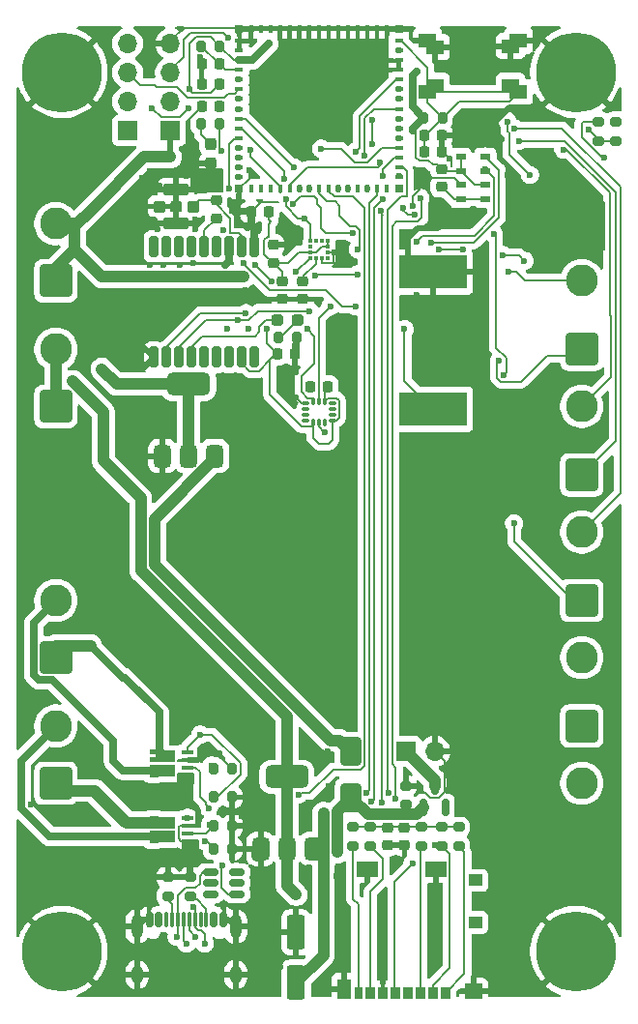
<source format=gbr>
%TF.GenerationSoftware,KiCad,Pcbnew,9.0.3*%
%TF.CreationDate,2025-07-12T21:26:52+09:00*%
%TF.ProjectId,AViC m4,41566943-206d-4342-9e6b-696361645f70,rev?*%
%TF.SameCoordinates,Original*%
%TF.FileFunction,Copper,L1,Top*%
%TF.FilePolarity,Positive*%
%FSLAX46Y46*%
G04 Gerber Fmt 4.6, Leading zero omitted, Abs format (unit mm)*
G04 Created by KiCad (PCBNEW 9.0.3) date 2025-07-12 21:26:52*
%MOMM*%
%LPD*%
G01*
G04 APERTURE LIST*
G04 Aperture macros list*
%AMRoundRect*
0 Rectangle with rounded corners*
0 $1 Rounding radius*
0 $2 $3 $4 $5 $6 $7 $8 $9 X,Y pos of 4 corners*
0 Add a 4 corners polygon primitive as box body*
4,1,4,$2,$3,$4,$5,$6,$7,$8,$9,$2,$3,0*
0 Add four circle primitives for the rounded corners*
1,1,$1+$1,$2,$3*
1,1,$1+$1,$4,$5*
1,1,$1+$1,$6,$7*
1,1,$1+$1,$8,$9*
0 Add four rect primitives between the rounded corners*
20,1,$1+$1,$2,$3,$4,$5,0*
20,1,$1+$1,$4,$5,$6,$7,0*
20,1,$1+$1,$6,$7,$8,$9,0*
20,1,$1+$1,$8,$9,$2,$3,0*%
%AMOutline5P*
0 Free polygon, 5 corners , with rotation*
0 The origin of the aperture is its center*
0 number of corners: always 5*
0 $1 to $10 corner X, Y*
0 $11 Rotation angle, in degrees counterclockwise*
0 create outline with 5 corners*
4,1,5,$1,$2,$3,$4,$5,$6,$7,$8,$9,$10,$1,$2,$11*%
%AMOutline6P*
0 Free polygon, 6 corners , with rotation*
0 The origin of the aperture is its center*
0 number of corners: always 6*
0 $1 to $12 corner X, Y*
0 $13 Rotation angle, in degrees counterclockwise*
0 create outline with 6 corners*
4,1,6,$1,$2,$3,$4,$5,$6,$7,$8,$9,$10,$11,$12,$1,$2,$13*%
%AMOutline7P*
0 Free polygon, 7 corners , with rotation*
0 The origin of the aperture is its center*
0 number of corners: always 7*
0 $1 to $14 corner X, Y*
0 $15 Rotation angle, in degrees counterclockwise*
0 create outline with 7 corners*
4,1,7,$1,$2,$3,$4,$5,$6,$7,$8,$9,$10,$11,$12,$13,$14,$1,$2,$15*%
%AMOutline8P*
0 Free polygon, 8 corners , with rotation*
0 The origin of the aperture is its center*
0 number of corners: always 8*
0 $1 to $16 corner X, Y*
0 $17 Rotation angle, in degrees counterclockwise*
0 create outline with 8 corners*
4,1,8,$1,$2,$3,$4,$5,$6,$7,$8,$9,$10,$11,$12,$13,$14,$15,$16,$1,$2,$17*%
%AMFreePoly0*
4,1,11,1.372500,0.165000,0.862500,0.165000,0.862500,-0.090000,1.372500,-0.090000,1.372500,-0.495000,-0.862500,-0.495000,-0.862500,0.495000,0.612500,0.495000,0.612500,0.587500,1.372500,0.587500,1.372500,0.165000,1.372500,0.165000,$1*%
%AMFreePoly1*
4,1,11,1.372500,0.090000,0.862500,0.090000,0.862500,-0.165000,1.372500,-0.165000,1.372500,-0.587500,0.612500,-0.587500,0.612500,-0.495000,-0.862500,-0.495000,-0.862500,0.495000,1.372500,0.495000,1.372500,0.090000,1.372500,0.090000,$1*%
G04 Aperture macros list end*
%TA.AperFunction,Conductor*%
%ADD10C,0.200000*%
%TD*%
%TA.AperFunction,SMDPad,CuDef*%
%ADD11RoundRect,0.225000X0.225000X0.250000X-0.225000X0.250000X-0.225000X-0.250000X0.225000X-0.250000X0*%
%TD*%
%TA.AperFunction,SMDPad,CuDef*%
%ADD12R,0.800000X0.400000*%
%TD*%
%TA.AperFunction,SMDPad,CuDef*%
%ADD13R,0.400000X0.800000*%
%TD*%
%TA.AperFunction,HeatsinkPad*%
%ADD14Outline5P,-0.600000X0.204000X-0.204000X0.600000X0.600000X0.600000X0.600000X-0.600000X-0.600000X-0.600000X0.000000*%
%TD*%
%TA.AperFunction,HeatsinkPad*%
%ADD15R,1.200000X1.200000*%
%TD*%
%TA.AperFunction,SMDPad,CuDef*%
%ADD16R,0.800000X0.800000*%
%TD*%
%TA.AperFunction,ComponentPad*%
%ADD17R,1.700000X1.700000*%
%TD*%
%TA.AperFunction,ComponentPad*%
%ADD18O,1.700000X1.700000*%
%TD*%
%TA.AperFunction,SMDPad,CuDef*%
%ADD19R,0.990000X0.405000*%
%TD*%
%TA.AperFunction,SMDPad,CuDef*%
%ADD20FreePoly0,180.000000*%
%TD*%
%TA.AperFunction,SMDPad,CuDef*%
%ADD21FreePoly1,180.000000*%
%TD*%
%TA.AperFunction,ComponentPad*%
%ADD22RoundRect,0.250001X-1.149999X1.149999X-1.149999X-1.149999X1.149999X-1.149999X1.149999X1.149999X0*%
%TD*%
%TA.AperFunction,ComponentPad*%
%ADD23C,2.800000*%
%TD*%
%TA.AperFunction,SMDPad,CuDef*%
%ADD24RoundRect,0.250000X-0.650000X1.000000X-0.650000X-1.000000X0.650000X-1.000000X0.650000X1.000000X0*%
%TD*%
%TA.AperFunction,SMDPad,CuDef*%
%ADD25R,6.000000X3.000000*%
%TD*%
%TA.AperFunction,SMDPad,CuDef*%
%ADD26RoundRect,0.200000X0.200000X0.275000X-0.200000X0.275000X-0.200000X-0.275000X0.200000X-0.275000X0*%
%TD*%
%TA.AperFunction,SMDPad,CuDef*%
%ADD27RoundRect,0.225000X-0.225000X-0.250000X0.225000X-0.250000X0.225000X0.250000X-0.225000X0.250000X0*%
%TD*%
%TA.AperFunction,SMDPad,CuDef*%
%ADD28RoundRect,0.225000X-0.250000X0.225000X-0.250000X-0.225000X0.250000X-0.225000X0.250000X0.225000X0*%
%TD*%
%TA.AperFunction,SMDPad,CuDef*%
%ADD29RoundRect,0.218750X-0.256250X0.218750X-0.256250X-0.218750X0.256250X-0.218750X0.256250X0.218750X0*%
%TD*%
%TA.AperFunction,ComponentPad*%
%ADD30RoundRect,0.250001X1.149999X-1.149999X1.149999X1.149999X-1.149999X1.149999X-1.149999X-1.149999X0*%
%TD*%
%TA.AperFunction,ComponentPad*%
%ADD31C,7.000000*%
%TD*%
%TA.AperFunction,SMDPad,CuDef*%
%ADD32RoundRect,0.200000X-0.200000X-0.275000X0.200000X-0.275000X0.200000X0.275000X-0.200000X0.275000X0*%
%TD*%
%TA.AperFunction,SMDPad,CuDef*%
%ADD33RoundRect,0.237500X0.287500X0.237500X-0.287500X0.237500X-0.287500X-0.237500X0.287500X-0.237500X0*%
%TD*%
%TA.AperFunction,SMDPad,CuDef*%
%ADD34RoundRect,0.200000X0.275000X-0.200000X0.275000X0.200000X-0.275000X0.200000X-0.275000X-0.200000X0*%
%TD*%
%TA.AperFunction,SMDPad,CuDef*%
%ADD35R,1.550000X1.300000*%
%TD*%
%TA.AperFunction,SMDPad,CuDef*%
%ADD36RoundRect,0.150000X-0.512500X-0.150000X0.512500X-0.150000X0.512500X0.150000X-0.512500X0.150000X0*%
%TD*%
%TA.AperFunction,SMDPad,CuDef*%
%ADD37R,0.375000X0.350000*%
%TD*%
%TA.AperFunction,SMDPad,CuDef*%
%ADD38R,0.350000X0.375000*%
%TD*%
%TA.AperFunction,SMDPad,CuDef*%
%ADD39RoundRect,0.375000X0.375000X-0.625000X0.375000X0.625000X-0.375000X0.625000X-0.375000X-0.625000X0*%
%TD*%
%TA.AperFunction,SMDPad,CuDef*%
%ADD40RoundRect,0.500000X1.400000X-0.500000X1.400000X0.500000X-1.400000X0.500000X-1.400000X-0.500000X0*%
%TD*%
%TA.AperFunction,SMDPad,CuDef*%
%ADD41RoundRect,0.200000X-0.275000X0.200000X-0.275000X-0.200000X0.275000X-0.200000X0.275000X0.200000X0*%
%TD*%
%TA.AperFunction,SMDPad,CuDef*%
%ADD42RoundRect,0.225000X0.250000X-0.225000X0.250000X0.225000X-0.250000X0.225000X-0.250000X-0.225000X0*%
%TD*%
%TA.AperFunction,SMDPad,CuDef*%
%ADD43R,0.850000X1.100000*%
%TD*%
%TA.AperFunction,SMDPad,CuDef*%
%ADD44R,0.750000X1.100000*%
%TD*%
%TA.AperFunction,SMDPad,CuDef*%
%ADD45R,1.200000X1.000000*%
%TD*%
%TA.AperFunction,SMDPad,CuDef*%
%ADD46R,1.550000X1.350000*%
%TD*%
%TA.AperFunction,SMDPad,CuDef*%
%ADD47R,1.900000X1.350000*%
%TD*%
%TA.AperFunction,SMDPad,CuDef*%
%ADD48R,1.170000X1.800000*%
%TD*%
%TA.AperFunction,SMDPad,CuDef*%
%ADD49RoundRect,0.087500X-0.225000X-0.087500X0.225000X-0.087500X0.225000X0.087500X-0.225000X0.087500X0*%
%TD*%
%TA.AperFunction,SMDPad,CuDef*%
%ADD50RoundRect,0.087500X-0.087500X-0.225000X0.087500X-0.225000X0.087500X0.225000X-0.087500X0.225000X0*%
%TD*%
%TA.AperFunction,SMDPad,CuDef*%
%ADD51RoundRect,0.200000X0.200000X-0.700000X0.200000X0.700000X-0.200000X0.700000X-0.200000X-0.700000X0*%
%TD*%
%TA.AperFunction,SMDPad,CuDef*%
%ADD52RoundRect,0.250000X0.550000X-1.250000X0.550000X1.250000X-0.550000X1.250000X-0.550000X-1.250000X0*%
%TD*%
%TA.AperFunction,SMDPad,CuDef*%
%ADD53RoundRect,0.150000X-0.150000X-0.500000X0.150000X-0.500000X0.150000X0.500000X-0.150000X0.500000X0*%
%TD*%
%TA.AperFunction,SMDPad,CuDef*%
%ADD54RoundRect,0.075000X-0.075000X-0.575000X0.075000X-0.575000X0.075000X0.575000X-0.075000X0.575000X0*%
%TD*%
%TA.AperFunction,HeatsinkPad*%
%ADD55O,1.000000X2.100000*%
%TD*%
%TA.AperFunction,HeatsinkPad*%
%ADD56O,1.000000X1.600000*%
%TD*%
%TA.AperFunction,SMDPad,CuDef*%
%ADD57RoundRect,0.100000X-0.400000X0.400000X-0.400000X-0.400000X0.400000X-0.400000X0.400000X0.400000X0*%
%TD*%
%TA.AperFunction,SMDPad,CuDef*%
%ADD58RoundRect,0.105000X-0.995000X0.420000X-0.995000X-0.420000X0.995000X-0.420000X0.995000X0.420000X0*%
%TD*%
%TA.AperFunction,SMDPad,CuDef*%
%ADD59RoundRect,0.237500X0.237500X-0.287500X0.237500X0.287500X-0.237500X0.287500X-0.237500X-0.287500X0*%
%TD*%
%TA.AperFunction,SMDPad,CuDef*%
%ADD60R,0.950000X0.550000*%
%TD*%
%TA.AperFunction,SMDPad,CuDef*%
%ADD61RoundRect,0.150000X0.150000X-0.587500X0.150000X0.587500X-0.150000X0.587500X-0.150000X-0.587500X0*%
%TD*%
%TA.AperFunction,ViaPad*%
%ADD62C,0.600000*%
%TD*%
%TA.AperFunction,Conductor*%
%ADD63C,0.500000*%
%TD*%
%TA.AperFunction,Conductor*%
%ADD64C,0.700000*%
%TD*%
%TA.AperFunction,Conductor*%
%ADD65C,1.000000*%
%TD*%
G04 APERTURE END LIST*
%TO.N,GND*%
D10*
X191835000Y-66990000D02*
X194505000Y-66990000D01*
X194505000Y-68930000D01*
X191835000Y-68930000D01*
X191835000Y-66990000D01*
%TA.AperFunction,Conductor*%
G36*
X191835000Y-66990000D02*
G01*
X194505000Y-66990000D01*
X194505000Y-68930000D01*
X191835000Y-68930000D01*
X191835000Y-66990000D01*
G37*
%TD.AperFunction*%
X177660000Y-91605000D02*
X183000000Y-91605000D01*
X183000000Y-101395000D01*
X177660000Y-101395000D01*
X177660000Y-91605000D01*
%TA.AperFunction,Conductor*%
G36*
X177660000Y-91605000D02*
G01*
X183000000Y-91605000D01*
X183000000Y-101395000D01*
X177660000Y-101395000D01*
X177660000Y-91605000D01*
G37*
%TD.AperFunction*%
X191100000Y-125770000D02*
X192400000Y-125770000D01*
X192400000Y-126600000D01*
X191100000Y-126600000D01*
X191100000Y-125770000D01*
%TA.AperFunction,Conductor*%
G36*
X191100000Y-125770000D02*
G01*
X192400000Y-125770000D01*
X192400000Y-126600000D01*
X191100000Y-126600000D01*
X191100000Y-125770000D01*
G37*
%TD.AperFunction*%
X223500000Y-69855000D02*
X228000000Y-69855000D01*
X228000000Y-74000000D01*
X223500000Y-74000000D01*
X223500000Y-69855000D01*
%TA.AperFunction,Conductor*%
G36*
X223500000Y-69855000D02*
G01*
X228000000Y-69855000D01*
X228000000Y-74000000D01*
X223500000Y-74000000D01*
X223500000Y-69855000D01*
G37*
%TD.AperFunction*%
X191200000Y-124400000D02*
X192600000Y-124400000D01*
X192600000Y-124530000D01*
X191200000Y-124530000D01*
X191200000Y-124400000D01*
%TA.AperFunction,Conductor*%
G36*
X191200000Y-124400000D02*
G01*
X192600000Y-124400000D01*
X192600000Y-124530000D01*
X191200000Y-124530000D01*
X191200000Y-124400000D01*
G37*
%TD.AperFunction*%
X190690000Y-118700000D02*
X192490000Y-118700000D01*
X192490000Y-118830000D01*
X190690000Y-118830000D01*
X190690000Y-118700000D01*
%TA.AperFunction,Conductor*%
G36*
X190690000Y-118700000D02*
G01*
X192490000Y-118700000D01*
X192490000Y-118830000D01*
X190690000Y-118830000D01*
X190690000Y-118700000D01*
G37*
%TD.AperFunction*%
X190690000Y-119920000D02*
X191990000Y-119920000D01*
X191990000Y-120750000D01*
X190690000Y-120750000D01*
X190690000Y-119920000D01*
%TA.AperFunction,Conductor*%
G36*
X190690000Y-119920000D02*
G01*
X191990000Y-119920000D01*
X191990000Y-120750000D01*
X190690000Y-120750000D01*
X190690000Y-119920000D01*
G37*
%TD.AperFunction*%
%TD*%
D11*
%TO.P,C4,2*%
%TO.N,GND*%
X197050000Y-70750000D03*
%TO.P,C4,1*%
%TO.N,+3.3V*%
X198600000Y-70750000D03*
%TD*%
D12*
%TO.P,U8,1,GND*%
%TO.N,GND*%
X196000000Y-55750000D03*
%TO.P,U8,2,GND*%
X196000000Y-56600000D03*
%TO.P,U8,3,3V3*%
%TO.N,+3.3V*%
X196000000Y-57450000D03*
%TO.P,U8,4,IO0*%
%TO.N,/MCU/FLASH*%
X196000000Y-58300000D03*
%TO.P,U8,5,IO1*%
%TO.N,/MCU/PWM 1*%
X196000000Y-59150000D03*
%TO.P,U8,6,IO2*%
%TO.N,/MCU/PWM 2*%
X196000000Y-60000000D03*
%TO.P,U8,7,IO3*%
%TO.N,/MCU/PWM 3*%
X196000000Y-60850000D03*
%TO.P,U8,8,IO4*%
%TO.N,/MCU/PWM 4*%
X196000000Y-61700000D03*
%TO.P,U8,9,IO5*%
%TO.N,SDA*%
X196000000Y-62550000D03*
%TO.P,U8,10,IO6*%
%TO.N,SCL*%
X196000000Y-63400000D03*
%TO.P,U8,11,IO7*%
%TO.N,SW1 control*%
X196000000Y-64250000D03*
%TO.P,U8,12,IO8*%
%TO.N,SW2 control*%
X196000000Y-65100000D03*
%TO.P,U8,13,IO9*%
%TO.N,SW3 control*%
X196000000Y-65950000D03*
%TO.P,U8,14,IO10*%
%TO.N,SW4 control*%
X196000000Y-66800000D03*
%TO.P,U8,15,IO11*%
%TO.N,BUZZER*%
X196000000Y-67650000D03*
D13*
%TO.P,U8,16,IO12*%
%TO.N,unconnected-(U8-IO12-Pad16)*%
X197050000Y-68700000D03*
%TO.P,U8,17,IO13*%
%TO.N,unconnected-(U8-IO13-Pad17)*%
X197900000Y-68700000D03*
%TO.P,U8,18,IO14*%
%TO.N,unconnected-(U8-IO14-Pad18)*%
X198750000Y-68700000D03*
%TO.P,U8,19,IO15*%
%TO.N,/MCU/LED*%
X199600000Y-68700000D03*
%TO.P,U8,20,IO16*%
%TO.N,GPIO16*%
X200450000Y-68700000D03*
%TO.P,U8,21,IO17*%
%TO.N,GPIO17*%
X201300000Y-68700000D03*
%TO.P,U8,22,IO18*%
%TO.N,GPIO18*%
X202150000Y-68700000D03*
%TO.P,U8,23,USB_D-*%
%TO.N,D-*%
X203000000Y-68700000D03*
%TO.P,U8,24,USB_D+*%
%TO.N,D+*%
X203850000Y-68700000D03*
%TO.P,U8,25,IO21*%
%TO.N,CMD*%
X204700000Y-68700000D03*
%TO.P,U8,26,IO26*%
%TO.N,CLK*%
X205550000Y-68700000D03*
%TO.P,U8,27,IO47*%
%TO.N,unconnected-(U8-IO47-Pad27)*%
X206400000Y-68700000D03*
%TO.P,U8,28,IO33*%
%TO.N,DAT0*%
X207250000Y-68700000D03*
%TO.P,U8,29,IO34*%
%TO.N,DAT1*%
X208100000Y-68700000D03*
%TO.P,U8,30,IO48*%
%TO.N,unconnected-(U8-IO48-Pad30)*%
X208950000Y-68700000D03*
D12*
%TO.P,U8,31,IO35*%
%TO.N,DAT2*%
X210000000Y-67650000D03*
%TO.P,U8,32,IO36*%
%TO.N,DAT3*%
X210000000Y-66800000D03*
%TO.P,U8,33,IO37*%
%TO.N,GPS RX*%
X210000000Y-65950000D03*
%TO.P,U8,34,IO38*%
%TO.N,GPS TX*%
X210000000Y-65100000D03*
%TO.P,U8,35,IO39*%
%TO.N,Net-(J14-Pin_1)*%
X210000000Y-64250000D03*
%TO.P,U8,36,IO40*%
%TO.N,Net-(J14-Pin_2)*%
X210000000Y-63400000D03*
%TO.P,U8,37,IO41*%
%TO.N,Net-(J15-Pin_1)*%
X210000000Y-62550000D03*
%TO.P,U8,38,IO42*%
%TO.N,Net-(J15-Pin_2)*%
X210000000Y-61700000D03*
%TO.P,U8,39,TXD0*%
%TO.N,/MCU/UART0_TXD*%
X210000000Y-60850000D03*
%TO.P,U8,40,RXD0*%
%TO.N,/MCU/UART0_RXD*%
X210000000Y-60000000D03*
%TO.P,U8,41,IO45*%
%TO.N,Net-(J16-Pin_1)*%
X210000000Y-59150000D03*
%TO.P,U8,42,GND*%
%TO.N,GND*%
X210000000Y-58300000D03*
%TO.P,U8,43,GND*%
X210000000Y-57450000D03*
%TO.P,U8,44,IO46*%
%TO.N,Net-(J16-Pin_2)*%
X210000000Y-56600000D03*
%TO.P,U8,45,EN*%
%TO.N,/MCU/RESET*%
X210000000Y-55750000D03*
D13*
%TO.P,U8,46,GND*%
%TO.N,GND*%
X208950000Y-54700000D03*
%TO.P,U8,47,GND*%
X208100000Y-54700000D03*
%TO.P,U8,48,GND*%
X207250000Y-54700000D03*
%TO.P,U8,49,GND*%
X206400000Y-54700000D03*
%TO.P,U8,50,GND*%
X205550000Y-54700000D03*
%TO.P,U8,51,GND*%
X204700000Y-54700000D03*
%TO.P,U8,52,GND*%
X203850000Y-54700000D03*
%TO.P,U8,53,GND*%
X203000000Y-54700000D03*
%TO.P,U8,54,GND*%
X202150000Y-54700000D03*
%TO.P,U8,55,GND*%
X201300000Y-54700000D03*
%TO.P,U8,56,GND*%
X200450000Y-54700000D03*
%TO.P,U8,57,GND*%
X199600000Y-54700000D03*
%TO.P,U8,58,GND*%
X198750000Y-54700000D03*
%TO.P,U8,59,GND*%
X197900000Y-54700000D03*
%TO.P,U8,60,GND*%
X197050000Y-54700000D03*
D14*
%TO.P,U8,61,GND*%
X201350000Y-60050000D03*
D15*
X201350000Y-61700000D03*
X201350000Y-63350000D03*
X203000000Y-60050000D03*
X203000000Y-61700000D03*
X203000000Y-63350000D03*
X204650000Y-60050000D03*
X204650000Y-61700000D03*
X204650000Y-63350000D03*
D16*
%TO.P,U8,62,GND*%
X196000000Y-54700000D03*
%TO.P,U8,63,GND*%
X196000000Y-68700000D03*
%TO.P,U8,64,GND*%
X210000000Y-68700000D03*
%TO.P,U8,65,GND*%
X210000000Y-54700000D03*
%TD*%
D17*
%TO.P,J12,1,Pin_1*%
%TO.N,/MCU/PWM 4*%
X186250000Y-63600000D03*
D18*
%TO.P,J12,2,Pin_2*%
%TO.N,/MCU/PWM 3*%
X186250000Y-61060000D03*
%TO.P,J12,3,Pin_3*%
%TO.N,/MCU/PWM 2*%
X186250000Y-58520000D03*
%TO.P,J12,4,Pin_4*%
%TO.N,/MCU/PWM 1*%
X186250000Y-55980000D03*
%TD*%
D19*
%TO.P,Q2,1*%
%TO.N,GND*%
X191500000Y-125795000D03*
%TO.P,Q2,2*%
%TO.N,SW3 control*%
X191500000Y-125135000D03*
%TO.P,Q2,3*%
%TO.N,GND*%
X191500000Y-124475000D03*
%TO.P,Q2,4*%
%TO.N,SW4 control*%
X191500000Y-123815000D03*
D20*
%TO.P,Q2,6*%
%TO.N,/functions/SW4*%
X189507500Y-125412500D03*
D21*
%TO.P,Q2,7*%
%TO.N,/functions/SW3*%
X189507500Y-124197500D03*
%TD*%
D22*
%TO.P,J13,1,Pin_1*%
%TO.N,GPIO17*%
X226032500Y-82750000D03*
D23*
%TO.P,J13,2,Pin_2*%
%TO.N,GPIO18*%
X226032500Y-87750000D03*
%TD*%
D24*
%TO.P,D2,1,K*%
%TO.N,Net-(D2-K)*%
X205800000Y-118000000D03*
%TO.P,D2,2,A*%
%TO.N,VBUS*%
X205800000Y-122000000D03*
%TD*%
D25*
%TO.P,BZ1,1,+*%
%TO.N,BUZZER*%
X213000000Y-88000000D03*
%TO.P,BZ1,2,-*%
%TO.N,GND*%
X213000000Y-76000000D03*
%TD*%
D26*
%TO.P,R14,1*%
%TO.N,+3.3V*%
X194325000Y-56200000D03*
%TO.P,R14,2*%
%TO.N,/MCU/FLASH*%
X192675000Y-56200000D03*
%TD*%
D27*
%TO.P,C18,1*%
%TO.N,/MCU/RESET*%
X212225000Y-65470000D03*
%TO.P,C18,2*%
%TO.N,GND*%
X213775000Y-65470000D03*
%TD*%
D28*
%TO.P,C2,1*%
%TO.N,+3.3V*%
X209000000Y-124650000D03*
%TO.P,C2,2*%
%TO.N,GND*%
X209000000Y-126200000D03*
%TD*%
D29*
%TO.P,L1,1,1*%
%TO.N,/functions/GPS_ANT*%
X194000000Y-69712500D03*
%TO.P,L1,2,2*%
%TO.N,/functions/VCC_RF*%
X194000000Y-71287500D03*
%TD*%
D28*
%TO.P,C3,1*%
%TO.N,+3.3V*%
X210500000Y-124650000D03*
%TO.P,C3,2*%
%TO.N,GND*%
X210500000Y-126200000D03*
%TD*%
D30*
%TO.P,J7,1,Pin_1*%
%TO.N,GND*%
X179967500Y-98750000D03*
D23*
%TO.P,J7,2,Pin_2*%
X179967500Y-93750000D03*
%TD*%
D26*
%TO.P,R9,1*%
%TO.N,GND*%
X195425000Y-119470000D03*
%TO.P,R9,2*%
%TO.N,SW4 control*%
X193775000Y-119470000D03*
%TD*%
D31*
%TO.P,H2,1,1*%
%TO.N,GND*%
X225500000Y-58500000D03*
%TD*%
D30*
%TO.P,J9,1,Pin_1*%
%TO.N,/functions/SW1*%
X179967500Y-109750000D03*
D23*
%TO.P,J9,2,Pin_2*%
%TO.N,/functions/SW2*%
X179967500Y-104750000D03*
%TD*%
D32*
%TO.P,R16,1*%
%TO.N,+3.3V*%
X212175000Y-62470000D03*
%TO.P,R16,2*%
%TO.N,/MCU/RESET*%
X213825000Y-62470000D03*
%TD*%
D33*
%TO.P,D1,1,K*%
%TO.N,Net-(D1-K)*%
X201150000Y-80200000D03*
%TO.P,D1,2,A*%
%TO.N,/functions/1PPS*%
X199400000Y-80200000D03*
%TD*%
D22*
%TO.P,J16,1,Pin_1*%
%TO.N,Net-(J16-Pin_1)*%
X226032500Y-115750000D03*
D23*
%TO.P,J16,2,Pin_2*%
%TO.N,Net-(J16-Pin_2)*%
X226032500Y-120750000D03*
%TD*%
D27*
%TO.P,C9,1*%
%TO.N,+3.3V*%
X199375000Y-83200000D03*
%TO.P,C9,2*%
%TO.N,GND*%
X200925000Y-83200000D03*
%TD*%
D28*
%TO.P,C7,1*%
%TO.N,+3.3V*%
X199800000Y-76825000D03*
%TO.P,C7,2*%
%TO.N,GND*%
X199800000Y-78375000D03*
%TD*%
D34*
%TO.P,R11,1*%
%TO.N,VBUS*%
X210600000Y-122650000D03*
%TO.P,R11,2*%
%TO.N,GND*%
X210600000Y-121000000D03*
%TD*%
D31*
%TO.P,H3,1,1*%
%TO.N,GND*%
X225500000Y-135500000D03*
%TD*%
D26*
%TO.P,R6,1*%
%TO.N,GND*%
X195425000Y-126500000D03*
%TO.P,R6,2*%
%TO.N,SW1 control*%
X193775000Y-126500000D03*
%TD*%
D35*
%TO.P,SW1,1,1*%
%TO.N,GND*%
X212520000Y-55750000D03*
X220480000Y-55750000D03*
%TO.P,SW1,2,2*%
%TO.N,/MCU/RESET*%
X212520000Y-60250000D03*
X220480000Y-60250000D03*
%TD*%
D36*
%TO.P,U5,1,I/O1*%
%TO.N,Net-(J5-D--PadA7)*%
X193530000Y-128550000D03*
%TO.P,U5,2,GND*%
%TO.N,GND*%
X193530000Y-129500000D03*
%TO.P,U5,3,I/O2*%
%TO.N,Net-(J5-D+-PadA6)*%
X193530000Y-130450000D03*
%TO.P,U5,4,I/O2*%
%TO.N,D+*%
X195805000Y-130450000D03*
%TO.P,U5,5,VBUS*%
%TO.N,VBUS*%
X195805000Y-129500000D03*
%TO.P,U5,6,I/O1*%
%TO.N,D-*%
X195805000Y-128550000D03*
%TD*%
D11*
%TO.P,C16,1*%
%TO.N,+3.3V*%
X194275000Y-59500000D03*
%TO.P,C16,2*%
%TO.N,GND*%
X192725000Y-59500000D03*
%TD*%
D31*
%TO.P,H1,1,1*%
%TO.N,GND*%
X180500000Y-58500000D03*
%TD*%
D37*
%TO.P,U2,1,SCL/SPC*%
%TO.N,SCL*%
X202237500Y-73250000D03*
%TO.P,U2,2,NC*%
%TO.N,unconnected-(U2-NC-Pad2)*%
X202237500Y-73750000D03*
%TO.P,U2,3,~{CS}*%
%TO.N,+3.3V*%
X202237500Y-74250000D03*
%TO.P,U2,4,SDA/SDI/SDO*%
%TO.N,SDA*%
X202237500Y-74750000D03*
D38*
%TO.P,U2,5,C1*%
%TO.N,Net-(U2-C1)*%
X202750000Y-74762500D03*
%TO.P,U2,6,GND*%
%TO.N,GND*%
X203250000Y-74762500D03*
D37*
%TO.P,U2,7,DRDY*%
%TO.N,unconnected-(U2-DRDY-Pad7)*%
X203762500Y-74750000D03*
%TO.P,U2,8,GND*%
%TO.N,GND*%
X203762500Y-74250000D03*
%TO.P,U2,9,Vdd*%
%TO.N,+3.3V*%
X203762500Y-73750000D03*
%TO.P,U2,10,Vdd_IO*%
X203762500Y-73250000D03*
D38*
%TO.P,U2,11,NC*%
%TO.N,unconnected-(U2-NC-Pad11)*%
X203250000Y-73237500D03*
%TO.P,U2,12,NC*%
%TO.N,unconnected-(U2-NC-Pad12)*%
X202750000Y-73237500D03*
%TD*%
D34*
%TO.P,R18,1*%
%TO.N,+3.3V*%
X229000000Y-64500000D03*
%TO.P,R18,2*%
%TO.N,SCL*%
X229000000Y-62850000D03*
%TD*%
%TO.P,R13,1*%
%TO.N,Net-(J5-CC1)*%
X189780000Y-130625000D03*
%TO.P,R13,2*%
%TO.N,GND*%
X189780000Y-128975000D03*
%TD*%
D35*
%TO.P,,1,1*%
%TO.N,GND*%
X213200000Y-56300000D03*
%TD*%
D30*
%TO.P,J3,1,Pin_1*%
%TO.N,+3.3V*%
X179967500Y-76750000D03*
D23*
%TO.P,J3,2,Pin_2*%
X179967500Y-71750000D03*
%TD*%
D39*
%TO.P,U6,1,GND*%
%TO.N,GND*%
X197900000Y-126500000D03*
%TO.P,U6,2,VO*%
%TO.N,+3.3V*%
X200200000Y-126500000D03*
D40*
X200200000Y-120200000D03*
D39*
%TO.P,U6,3,VI*%
%TO.N,Net-(D2-K)*%
X202500000Y-126500000D03*
%TD*%
D34*
%TO.P,R12,1*%
%TO.N,Net-(J5-CC2)*%
X191780000Y-130625000D03*
%TO.P,R12,2*%
%TO.N,GND*%
X191780000Y-128975000D03*
%TD*%
D41*
%TO.P,R3,1*%
%TO.N,+3.3V*%
X206000000Y-124600000D03*
%TO.P,R3,2*%
%TO.N,DAT1*%
X206000000Y-126250000D03*
%TD*%
D22*
%TO.P,J14,1,Pin_1*%
%TO.N,Net-(J14-Pin_1)*%
X226032500Y-93750000D03*
D23*
%TO.P,J14,2,Pin_2*%
%TO.N,Net-(J14-Pin_2)*%
X226032500Y-98750000D03*
%TD*%
D32*
%TO.P,R19,1*%
%TO.N,Net-(D4-A)*%
X192675000Y-63000000D03*
%TO.P,R19,2*%
%TO.N,/MCU/LED*%
X194325000Y-63000000D03*
%TD*%
D42*
%TO.P,C8,1*%
%TO.N,+3.3V*%
X199000000Y-75175000D03*
%TO.P,C8,2*%
%TO.N,GND*%
X199000000Y-73625000D03*
%TD*%
D43*
%TO.P,J1,1,DAT2*%
%TO.N,DAT2*%
X214090000Y-139110000D03*
%TO.P,J1,2,DAT3/CD*%
%TO.N,DAT3*%
X212990000Y-139110000D03*
%TO.P,J1,3,CMD*%
%TO.N,CMD*%
X211890000Y-139110000D03*
%TO.P,J1,4,VDD*%
%TO.N,+3.3V*%
X210790000Y-139110000D03*
%TO.P,J1,5,CLK*%
%TO.N,CLK*%
X209690000Y-139110000D03*
%TO.P,J1,6,VSS*%
%TO.N,GND*%
X208590000Y-139110000D03*
%TO.P,J1,7,DAT0*%
%TO.N,DAT0*%
X207490000Y-139110000D03*
D44*
%TO.P,J1,8,DAT1*%
%TO.N,DAT1*%
X206440000Y-139110000D03*
D45*
%TO.P,J1,9,DET_B*%
%TO.N,unconnected-(J1-DET_B-Pad9)*%
X216725000Y-132960000D03*
%TO.P,J1,10,DET_A*%
%TO.N,unconnected-(J1-DET_A-Pad10)*%
X216725000Y-129260000D03*
D46*
%TO.P,J1,11,SHIELD*%
%TO.N,GND*%
X216550000Y-138985000D03*
D47*
X213225000Y-128285000D03*
X207255000Y-128285000D03*
D48*
X205230000Y-138760000D03*
%TD*%
D11*
%TO.P,C15,1*%
%TO.N,+3.3V*%
X194275000Y-61500000D03*
%TO.P,C15,2*%
%TO.N,GND*%
X192725000Y-61500000D03*
%TD*%
%TO.P,C1,1*%
%TO.N,+3.3V*%
X203775000Y-86000000D03*
%TO.P,C1,2*%
%TO.N,GND*%
X202225000Y-86000000D03*
%TD*%
D32*
%TO.P,R10,1*%
%TO.N,Net-(D1-K)*%
X199450000Y-81700000D03*
%TO.P,R10,2*%
%TO.N,GND*%
X201100000Y-81700000D03*
%TD*%
D30*
%TO.P,J6,1,Pin_1*%
%TO.N,+5V*%
X179967500Y-87750000D03*
D23*
%TO.P,J6,2,Pin_2*%
X179967500Y-82750000D03*
%TD*%
D11*
%TO.P,C14,1*%
%TO.N,/MCU/FLASH*%
X194275000Y-57800000D03*
%TO.P,C14,2*%
%TO.N,GND*%
X192725000Y-57800000D03*
%TD*%
D49*
%TO.P,U1,1,AP_SDO/AP_AD0*%
%TO.N,GND*%
X201837500Y-87500000D03*
%TO.P,U1,2,RESV/AUX1_SDIO/AUX1_SDI/MAS_DA*%
%TO.N,unconnected-(U1-RESV{slash}AUX1_SDIO{slash}AUX1_SDI{slash}MAS_DA-Pad2)*%
X201837500Y-88000000D03*
%TO.P,U1,3,RESV/AUX1_SCLK/MAS_CLK*%
%TO.N,unconnected-(U1-RESV{slash}AUX1_SCLK{slash}MAS_CLK-Pad3)*%
X201837500Y-88500000D03*
%TO.P,U1,4,INT1/INT*%
%TO.N,unconnected-(U1-INT1{slash}INT-Pad4)*%
X201837500Y-89000000D03*
D50*
%TO.P,U1,5,VDDIO*%
%TO.N,+3.3V*%
X202500000Y-89162500D03*
%TO.P,U1,6,GND*%
%TO.N,GND*%
X203000000Y-89162500D03*
%TO.P,U1,7,RESV*%
%TO.N,unconnected-(U1-RESV-Pad7)*%
X203500000Y-89162500D03*
D49*
%TO.P,U1,8,VDD*%
%TO.N,+3.3V*%
X204162500Y-89000000D03*
%TO.P,U1,9,INT2/FSYNC/CLKIN*%
%TO.N,unconnected-(U1-INT2{slash}FSYNC{slash}CLKIN-Pad9)*%
X204162500Y-88500000D03*
%TO.P,U1,10,RESV/AUX1_CS*%
%TO.N,unconnected-(U1-RESV{slash}AUX1_CS-Pad10)*%
X204162500Y-88000000D03*
%TO.P,U1,11,RESV/AUX1_SDO*%
%TO.N,unconnected-(U1-RESV{slash}AUX1_SDO-Pad11)*%
X204162500Y-87500000D03*
D50*
%TO.P,U1,12,AP_CS*%
%TO.N,+3.3V*%
X203500000Y-87337500D03*
%TO.P,U1,13,AP_SCL/AP_SCLK*%
%TO.N,SCL*%
X203000000Y-87337500D03*
%TO.P,U1,14,AP_SDA/AP_SDIO/AP_SDI*%
%TO.N,SDA*%
X202500000Y-87337500D03*
%TD*%
D35*
%TO.P,,1,1*%
%TO.N,GND*%
X219800000Y-56200000D03*
%TD*%
D51*
%TO.P,U4,1,GND*%
%TO.N,GND*%
X188550000Y-83450000D03*
%TO.P,U4,2,TX*%
%TO.N,GPS TX*%
X189650000Y-83450000D03*
%TO.P,U4,3,RD*%
%TO.N,GPS RX*%
X190750000Y-83450000D03*
%TO.P,U4,4,1PPS*%
%TO.N,/functions/1PPS*%
X191850000Y-83450000D03*
%TO.P,U4,5,ON/OFF*%
%TO.N,unconnected-(U4-ON{slash}OFF-Pad5)*%
X192950000Y-83450000D03*
%TO.P,U4,6,VBAT*%
%TO.N,unconnected-(U4-VBAT-Pad6)*%
X194050000Y-83450000D03*
%TO.P,U4,7,NC*%
%TO.N,unconnected-(U4-NC-Pad7)*%
X195150000Y-83450000D03*
%TO.P,U4,8,VCC*%
%TO.N,+3.3V*%
X196250000Y-83450000D03*
%TO.P,U4,9,NRESET*%
%TO.N,unconnected-(U4-NRESET-Pad9)*%
X197350000Y-83450000D03*
%TO.P,U4,10,GND*%
%TO.N,GND*%
X197350000Y-73750000D03*
%TO.P,U4,11,RF_IN*%
%TO.N,/functions/GPS_ANT*%
X196250000Y-73750000D03*
%TO.P,U4,12,GND*%
%TO.N,GND*%
X195150000Y-73750000D03*
%TO.P,U4,13,NC*%
%TO.N,unconnected-(U4-NC-Pad13)*%
X194050000Y-73750000D03*
%TO.P,U4,14,VCC_RF*%
%TO.N,/functions/VCC_RF*%
X192950000Y-73750000D03*
%TO.P,U4,15,Reserved*%
%TO.N,unconnected-(U4-Reserved-Pad15)*%
X191850000Y-73750000D03*
%TO.P,U4,16,SDA*%
%TO.N,unconnected-(U4-SDA-Pad16)*%
X190750000Y-73750000D03*
%TO.P,U4,17,SCL*%
%TO.N,unconnected-(U4-SCL-Pad17)*%
X189650000Y-73750000D03*
%TO.P,U4,18,Reserved*%
%TO.N,unconnected-(U4-Reserved-Pad18)*%
X188550000Y-73750000D03*
%TD*%
D22*
%TO.P,J11,1,Pin_1*%
%TO.N,GND*%
X226032500Y-71750000D03*
D23*
%TO.P,J11,2,Pin_2*%
%TO.N,GPIO16*%
X226032500Y-76750000D03*
%TD*%
D52*
%TO.P,C10,1*%
%TO.N,Net-(D2-K)*%
X201000000Y-138200000D03*
%TO.P,C10,2*%
%TO.N,GND*%
X201000000Y-133800000D03*
%TD*%
D41*
%TO.P,R5,1*%
%TO.N,+3.3V*%
X212000000Y-124600000D03*
%TO.P,R5,2*%
%TO.N,CMD*%
X212000000Y-126250000D03*
%TD*%
D30*
%TO.P,J10,1,Pin_1*%
%TO.N,/functions/SW3*%
X179967500Y-120750000D03*
D23*
%TO.P,J10,2,Pin_2*%
%TO.N,/functions/SW4*%
X179967500Y-115750000D03*
%TD*%
D22*
%TO.P,J15,1,Pin_1*%
%TO.N,Net-(J15-Pin_1)*%
X226032500Y-104750000D03*
D23*
%TO.P,J15,2,Pin_2*%
%TO.N,Net-(J15-Pin_2)*%
X226032500Y-109750000D03*
%TD*%
D26*
%TO.P,R7,1*%
%TO.N,GND*%
X195425000Y-124490000D03*
%TO.P,R7,2*%
%TO.N,SW3 control*%
X193775000Y-124490000D03*
%TD*%
D53*
%TO.P,J5,A1,GND*%
%TO.N,GND*%
X188190000Y-132680000D03*
%TO.P,J5,A4,VBUS*%
%TO.N,VBUS*%
X188990000Y-132680000D03*
D54*
%TO.P,J5,A5,CC1*%
%TO.N,Net-(J5-CC1)*%
X190140000Y-132680000D03*
%TO.P,J5,A6,D+*%
%TO.N,Net-(J5-D+-PadA6)*%
X191140000Y-132680000D03*
%TO.P,J5,A7,D-*%
%TO.N,Net-(J5-D--PadA7)*%
X191640000Y-132680000D03*
%TO.P,J5,A8,SBU1*%
%TO.N,unconnected-(J5-SBU1-PadA8)*%
X192640000Y-132680000D03*
D53*
%TO.P,J5,A9,VBUS*%
%TO.N,VBUS*%
X193790000Y-132680000D03*
%TO.P,J5,A12,GND*%
%TO.N,GND*%
X194590000Y-132680000D03*
%TO.P,J5,B1,GND*%
X194590000Y-132680000D03*
%TO.P,J5,B4,VBUS*%
%TO.N,VBUS*%
X193790000Y-132680000D03*
D54*
%TO.P,J5,B5,CC2*%
%TO.N,Net-(J5-CC2)*%
X193140000Y-132680000D03*
%TO.P,J5,B6,D+*%
%TO.N,Net-(J5-D+-PadA6)*%
X192140000Y-132680000D03*
%TO.P,J5,B7,D-*%
%TO.N,Net-(J5-D--PadA7)*%
X190640000Y-132680000D03*
%TO.P,J5,B8,SBU2*%
%TO.N,unconnected-(J5-SBU2-PadB8)*%
X189640000Y-132680000D03*
D53*
%TO.P,J5,B9,VBUS*%
%TO.N,VBUS*%
X188990000Y-132680000D03*
%TO.P,J5,B12,GND*%
%TO.N,GND*%
X188190000Y-132680000D03*
D55*
%TO.P,J5,S1,SHIELD*%
X187070000Y-133320000D03*
D56*
X187070000Y-137500000D03*
D55*
X195710000Y-133320000D03*
D56*
X195710000Y-137500000D03*
%TD*%
D57*
%TO.P,J4,1,In*%
%TO.N,/functions/GPS_ANT*%
X192000000Y-70250000D03*
D58*
%TO.P,J4,2,Ext*%
%TO.N,GND*%
X190500000Y-71725000D03*
D57*
X189000000Y-70250000D03*
D58*
X190500000Y-68775000D03*
%TD*%
D39*
%TO.P,U7,1,GND*%
%TO.N,GND*%
X189300000Y-92100000D03*
%TO.P,U7,2,VO*%
%TO.N,+5V*%
X191600000Y-92100000D03*
D40*
X191600000Y-85800000D03*
D39*
%TO.P,U7,3,VI*%
%TO.N,Net-(D2-K)*%
X193900000Y-92100000D03*
%TD*%
D41*
%TO.P,R2,1*%
%TO.N,+3.3V*%
X215250000Y-124600000D03*
%TO.P,R2,2*%
%TO.N,DAT2*%
X215250000Y-126250000D03*
%TD*%
D31*
%TO.P,H4,1,1*%
%TO.N,GND*%
X180500000Y-135500000D03*
%TD*%
D17*
%TO.P,J8,1,Pin_1*%
%TO.N,+BATT*%
X210620000Y-117955000D03*
D18*
%TO.P,J8,2,Pin_2*%
%TO.N,GND*%
X213160000Y-117955000D03*
%TD*%
D28*
%TO.P,C6,1*%
%TO.N,Net-(U2-C1)*%
X201600000Y-76825000D03*
%TO.P,C6,2*%
%TO.N,GND*%
X201600000Y-78375000D03*
%TD*%
D35*
%TO.P,,2,2*%
%TO.N,/MCU/RESET*%
X219800000Y-59700000D03*
%TD*%
D34*
%TO.P,R17,1*%
%TO.N,+3.3V*%
X227500000Y-64500000D03*
%TO.P,R17,2*%
%TO.N,SDA*%
X227500000Y-62850000D03*
%TD*%
D41*
%TO.P,R1,1*%
%TO.N,+3.3V*%
X213750000Y-124600000D03*
%TO.P,R1,2*%
%TO.N,DAT3*%
X213750000Y-126250000D03*
%TD*%
D17*
%TO.P,J2,1,Pin_1*%
%TO.N,+3.3V*%
X190000000Y-63620000D03*
D18*
%TO.P,J2,2,Pin_2*%
%TO.N,/MCU/UART0_TXD*%
X190000000Y-61080000D03*
%TO.P,J2,3,Pin_3*%
%TO.N,/MCU/UART0_RXD*%
X190000000Y-58540000D03*
%TO.P,J2,4,Pin_4*%
%TO.N,GND*%
X190000000Y-56000000D03*
%TD*%
D27*
%TO.P,C17,1*%
%TO.N,/MCU/RESET*%
X212225000Y-64000000D03*
%TO.P,C17,2*%
%TO.N,GND*%
X213775000Y-64000000D03*
%TD*%
D41*
%TO.P,R4,1*%
%TO.N,+3.3V*%
X207500000Y-124600000D03*
%TO.P,R4,2*%
%TO.N,DAT0*%
X207500000Y-126250000D03*
%TD*%
D26*
%TO.P,R8,1*%
%TO.N,GND*%
X195425000Y-121980000D03*
%TO.P,R8,2*%
%TO.N,SW2 control*%
X193775000Y-121980000D03*
%TD*%
D35*
%TO.P,,2,2*%
%TO.N,/MCU/RESET*%
X213200000Y-59700000D03*
%TD*%
D59*
%TO.P,D4,1,K*%
%TO.N,GND*%
X193500000Y-66500000D03*
%TO.P,D4,2,A*%
%TO.N,Net-(D4-A)*%
X193500000Y-64750000D03*
%TD*%
D60*
%TO.P,U3,1,VDD*%
%TO.N,+3.3V*%
X215425000Y-65875000D03*
%TO.P,U3,2,PS*%
X215425000Y-67125000D03*
%TO.P,U3,3,GND*%
%TO.N,GND*%
X215425000Y-68375000D03*
%TO.P,U3,4,CSB*%
%TO.N,Net-(C5-Pad2)*%
X215425000Y-69625000D03*
%TO.P,U3,5,CSB*%
X217575000Y-69625000D03*
%TO.P,U3,6,SDO*%
%TO.N,+3.3V*%
X217575000Y-68375000D03*
%TO.P,U3,7,SDI/SDA*%
%TO.N,SDA*%
X217575000Y-67125000D03*
%TO.P,U3,8,SCLK*%
%TO.N,SCL*%
X217575000Y-65875000D03*
%TD*%
D19*
%TO.P,Q1,1*%
%TO.N,GND*%
X191500000Y-120020000D03*
%TO.P,Q1,2*%
%TO.N,SW1 control*%
X191500000Y-119360000D03*
%TO.P,Q1,3*%
%TO.N,GND*%
X191500000Y-118700000D03*
%TO.P,Q1,4*%
%TO.N,SW2 control*%
X191500000Y-118040000D03*
D20*
%TO.P,Q1,6*%
%TO.N,/functions/SW2*%
X189507500Y-119637500D03*
D21*
%TO.P,Q1,7*%
%TO.N,/functions/SW1*%
X189507500Y-118422500D03*
%TD*%
D28*
%TO.P,C5,1*%
%TO.N,+3.3V*%
X213750000Y-66975000D03*
%TO.P,C5,2*%
%TO.N,Net-(C5-Pad2)*%
X213750000Y-68525000D03*
%TD*%
D61*
%TO.P,Q3,1,G*%
%TO.N,VBUS*%
X212195000Y-122885000D03*
%TO.P,Q3,2,S*%
%TO.N,Net-(D2-K)*%
X214095000Y-122885000D03*
%TO.P,Q3,3,D*%
%TO.N,+BATT*%
X213145000Y-121010000D03*
%TD*%
D62*
%TO.N,/MCU/LED*%
X194500000Y-65380000D03*
X197010000Y-65310000D03*
%TO.N,GND*%
X188200000Y-75400000D03*
X189400000Y-75400000D03*
X202175000Y-128125000D03*
X221400000Y-61600000D03*
X196850000Y-80950000D03*
X193000000Y-137500000D03*
X192560000Y-117860000D03*
X196897545Y-67049500D03*
X213400000Y-133400000D03*
X210000000Y-68800000D03*
X186400000Y-84400000D03*
X186600000Y-74800000D03*
X195150000Y-73750000D03*
X197050000Y-54800000D03*
X186000000Y-69500000D03*
X190400000Y-107400000D03*
X199600000Y-136800000D03*
X189800000Y-67400000D03*
X190600000Y-78000000D03*
X204334063Y-74245151D03*
X190500000Y-70200000D03*
X217600000Y-95000000D03*
X189000000Y-94600000D03*
X203825000Y-120975000D03*
X185950000Y-72400000D03*
X214200000Y-103400000D03*
X195000000Y-78000000D03*
X186600000Y-71200000D03*
X199000000Y-73600000D03*
X220000000Y-70000000D03*
X194875000Y-75275000D03*
X192200000Y-68200000D03*
X188900000Y-72200000D03*
X189000000Y-70250000D03*
X192200000Y-72200000D03*
X188400000Y-81400000D03*
X202225000Y-86000000D03*
X187650000Y-69400000D03*
X185800000Y-80600000D03*
X195200000Y-85600000D03*
X229200000Y-132600000D03*
X193000000Y-136000000D03*
X211200000Y-70200000D03*
X192000000Y-75200000D03*
X192200000Y-67150000D03*
X210500000Y-75000000D03*
X187200000Y-73400000D03*
X209000000Y-126200000D03*
X196200000Y-117800000D03*
X214400000Y-75600000D03*
X187400000Y-70950000D03*
X196600000Y-77600000D03*
X209450000Y-127700000D03*
X200950000Y-84800000D03*
X185800000Y-82800000D03*
X189000000Y-77800000D03*
X199800000Y-78375000D03*
X205000000Y-110600000D03*
X187800000Y-72200000D03*
X196200000Y-78400000D03*
X196600000Y-120800000D03*
X188200000Y-67150000D03*
X191780000Y-128975000D03*
X220480000Y-55750000D03*
X214402500Y-66097500D03*
X203500000Y-90000000D03*
X189000000Y-68400000D03*
X190500000Y-68775000D03*
X190600000Y-113400000D03*
X196200000Y-85800000D03*
X222800000Y-62200000D03*
X185000000Y-74500000D03*
X220600000Y-130000000D03*
X195800000Y-71900000D03*
X205225000Y-136050000D03*
X196800000Y-87200000D03*
X194280000Y-118160000D03*
X195000000Y-81000000D03*
X197000000Y-86000000D03*
X196200000Y-123600000D03*
X189800000Y-80400000D03*
X191000000Y-122400000D03*
X192200000Y-71400000D03*
X189000000Y-67600000D03*
X207255000Y-128285000D03*
X199500000Y-63450000D03*
X213800000Y-71800000D03*
X203775000Y-118000000D03*
X189400000Y-87800000D03*
X221000000Y-105200000D03*
X191600000Y-78200000D03*
X190600000Y-67100000D03*
X189000000Y-80000000D03*
X192575000Y-57175000D03*
X187500000Y-70250000D03*
X226000000Y-73300000D03*
X219500000Y-67500000D03*
X190400000Y-79400000D03*
X194600000Y-72300000D03*
X193500000Y-129500000D03*
X186300000Y-70400000D03*
X197400000Y-88000000D03*
X191200000Y-99800000D03*
X186800000Y-69600000D03*
X219600000Y-88200000D03*
X214000000Y-113600000D03*
X214402500Y-66097500D03*
X204550000Y-128900000D03*
X203150000Y-138575000D03*
X201000000Y-87000000D03*
X212800000Y-109200000D03*
X228300000Y-110800000D03*
X218800000Y-136400000D03*
X210500000Y-75000000D03*
X195400000Y-70600000D03*
X188600000Y-78800000D03*
X201600000Y-78375000D03*
X201700000Y-66075000D03*
X211600000Y-78000000D03*
X188200000Y-68400000D03*
X221200000Y-57600000D03*
X213800000Y-64200000D03*
X186900000Y-71950000D03*
X208400000Y-133800000D03*
X216000000Y-58200000D03*
X197650000Y-72400000D03*
X216600000Y-55600000D03*
X191400000Y-67600000D03*
X187400000Y-83600000D03*
X187550000Y-67750000D03*
X186200000Y-73400000D03*
X190500000Y-137500000D03*
X177800000Y-122600000D03*
X190800000Y-75400000D03*
X219000000Y-64400000D03*
X186000000Y-78400000D03*
X187000000Y-68600000D03*
X212600000Y-90600000D03*
X188500000Y-71400000D03*
X211800000Y-82200000D03*
X201360871Y-73000000D03*
X188550000Y-83450000D03*
X186000000Y-71500000D03*
X184600000Y-80850000D03*
X186800000Y-79800000D03*
X197650000Y-60875000D03*
X190500000Y-136000000D03*
X190500000Y-71725000D03*
X186850000Y-72750000D03*
X189600000Y-78600000D03*
X185000000Y-73500000D03*
%TO.N,+3.3V*%
X206000000Y-124600000D03*
X201000000Y-130500000D03*
X226600000Y-63500000D03*
X190000000Y-65910000D03*
X199800000Y-76825000D03*
X213750000Y-124600000D03*
X196000000Y-57450000D03*
X191678527Y-60000000D03*
X210800000Y-139200000D03*
X199000000Y-75175000D03*
X198600000Y-56000000D03*
X198400000Y-81000000D03*
X217400000Y-68375000D03*
X207600000Y-124600000D03*
X212000000Y-124600000D03*
X209000000Y-124600000D03*
X210500000Y-124650000D03*
X194275000Y-61500000D03*
X181433965Y-85566035D03*
X211600000Y-58400000D03*
X215250000Y-124600000D03*
X196400000Y-76400000D03*
%TO.N,+5V*%
X191600000Y-85800000D03*
X184000000Y-84500000D03*
%TO.N,Net-(D2-K)*%
X214095000Y-122885000D03*
X203400000Y-123400000D03*
X205800000Y-118000000D03*
%TO.N,VBUS*%
X188990000Y-132745000D03*
X204600000Y-126800000D03*
X193790000Y-132745000D03*
X195805000Y-129500000D03*
%TO.N,/functions/SW4*%
X189507500Y-125412500D03*
%TO.N,/MCU/PWM 3*%
X196000000Y-60850000D03*
%TO.N,/MCU/PWM 1*%
X188400000Y-61620000D03*
X196000000Y-59150000D03*
X191588235Y-61620000D03*
%TO.N,/MCU/PWM 4*%
X196000000Y-61700000D03*
%TO.N,/MCU/UART0_RXD*%
X195055540Y-55463418D03*
X210000000Y-60000000D03*
%TO.N,/MCU/UART0_TXD*%
X210000000Y-60850000D03*
%TO.N,+BATT*%
X213145000Y-121010000D03*
%TO.N,/functions/SW1*%
X189507500Y-118422500D03*
%TO.N,/functions/SW2*%
X189507500Y-119637500D03*
%TO.N,/functions/SW3*%
X189507500Y-124197500D03*
%TO.N,GPIO18*%
X202150000Y-68700000D03*
X224426473Y-65275000D03*
%TO.N,Net-(J14-Pin_2)*%
X210000000Y-63400000D03*
X220125003Y-63400000D03*
%TO.N,BUZZER*%
X210500000Y-81000000D03*
X196000000Y-67650000D03*
X196400000Y-75200000D03*
X206200000Y-79000000D03*
%TO.N,DAT1*%
X206000000Y-126250000D03*
X207200000Y-121600000D03*
X206000000Y-126250000D03*
%TO.N,DAT0*%
X207500000Y-126250000D03*
X208622497Y-69594954D03*
X207250000Y-68700000D03*
X207607107Y-122392893D03*
%TO.N,CMD*%
X208508268Y-122423302D03*
X204700000Y-68700000D03*
X208414219Y-70651759D03*
X211890000Y-126360000D03*
%TO.N,DAT3*%
X213200000Y-126200000D03*
X209089800Y-121600000D03*
%TO.N,DAT2*%
X215250000Y-126250000D03*
X210000000Y-67600000D03*
X209735311Y-122072563D03*
X211900000Y-69500000D03*
%TO.N,CLK*%
X211200000Y-127800000D03*
X205550000Y-68700000D03*
%TO.N,Net-(J5-D+-PadA6)*%
X193530000Y-130600000D03*
X191400000Y-134800000D03*
X193000000Y-134800000D03*
X192000000Y-131600000D03*
%TO.N,Net-(J5-D--PadA7)*%
X192200000Y-134200000D03*
X190540000Y-134200000D03*
%TO.N,Net-(J14-Pin_1)*%
X220500000Y-64500000D03*
X210000000Y-64250000D03*
%TO.N,Net-(J15-Pin_1)*%
X219524607Y-62800000D03*
X220100000Y-98000000D03*
X221500000Y-67500000D03*
X210000000Y-62550000D03*
%TO.N,GPIO17*%
X201300000Y-68700000D03*
X218799999Y-83760735D03*
%TO.N,Net-(J15-Pin_2)*%
X219100000Y-74500000D03*
X221000000Y-75000000D03*
X207000000Y-65800000D03*
%TO.N,Net-(J16-Pin_1)*%
X219200000Y-85000000D03*
X206249265Y-65449265D03*
X218325735Y-72674265D03*
%TO.N,SDA*%
X217600000Y-67000000D03*
X228000000Y-66000000D03*
X200986029Y-75971252D03*
X200824265Y-66824265D03*
X202000000Y-81000000D03*
X206000000Y-72600000D03*
X211600000Y-73300000D03*
X200760871Y-70055598D03*
%TO.N,SCL*%
X212800000Y-73400000D03*
X204000000Y-79000000D03*
X200100000Y-69600002D03*
X200000000Y-67800000D03*
X217575000Y-65875000D03*
X201752098Y-71297312D03*
X229000000Y-62850000D03*
%TO.N,SW2 control*%
X192600000Y-116500000D03*
X196000000Y-65100000D03*
%TO.N,SW1 control*%
X193347087Y-122920405D03*
X195100000Y-68651470D03*
X193775000Y-126500000D03*
X193000000Y-125800000D03*
%TO.N,SW4 control*%
X193600000Y-119200000D03*
X191500000Y-123772498D03*
X196000000Y-66800000D03*
%TO.N,SW3 control*%
X196000000Y-65950000D03*
X193475000Y-124353578D03*
%TO.N,GPS TX*%
X203200000Y-65200000D03*
X198825000Y-76845102D03*
X196600000Y-79600000D03*
X197380393Y-75380393D03*
%TO.N,GPS RX*%
X215600000Y-74000000D03*
X208600000Y-67600000D03*
X213500000Y-74000000D03*
X206400000Y-76200000D03*
X202200000Y-79400000D03*
X195934358Y-80200000D03*
X210349276Y-70355430D03*
X211400000Y-71000000D03*
X202675735Y-76275735D03*
%TO.N,D+*%
X201200000Y-121751875D03*
X194533447Y-127970199D03*
%TO.N,D-*%
X206400000Y-74000000D03*
X195782893Y-128477893D03*
%TO.N,Net-(J16-Pin_2)*%
X207644570Y-64749276D03*
X207682108Y-62682108D03*
X210000000Y-56600000D03*
%TO.N,GPIO16*%
X219585686Y-76000000D03*
X208351473Y-66400000D03*
%TD*%
D10*
%TO.N,/MCU/LED*%
X194500000Y-65380000D02*
X194325000Y-65205000D01*
X194325000Y-65205000D02*
X194325000Y-63000000D01*
X199600000Y-68700000D02*
X199600000Y-68500000D01*
X197010000Y-65910000D02*
X197010000Y-65310000D01*
X199600000Y-68500000D02*
X197010000Y-65910000D01*
%TO.N,GND*%
X196897545Y-67049500D02*
X196897545Y-67802455D01*
X196897545Y-67802455D02*
X196000000Y-68700000D01*
X196897545Y-67049500D02*
X197009500Y-67049500D01*
D63*
X195800000Y-71900000D02*
X195900000Y-71900000D01*
X196900000Y-70600000D02*
X197050000Y-70750000D01*
D10*
X191125000Y-54625000D02*
X190000000Y-55750000D01*
D63*
X219663946Y-61600000D02*
X218500000Y-62763946D01*
D10*
X201837500Y-87500000D02*
X201500000Y-87500000D01*
X204251000Y-74251000D02*
X204328214Y-74251000D01*
X203250000Y-75202000D02*
X203250000Y-74762500D01*
D63*
X188190000Y-132680000D02*
X187710000Y-132680000D01*
X210800000Y-73000000D02*
X210800000Y-74700000D01*
X187710000Y-132680000D02*
X187070000Y-133320000D01*
D10*
X214650000Y-66345000D02*
X214650000Y-66725000D01*
D63*
X213800000Y-71800000D02*
X213450000Y-72150000D01*
D10*
X192725000Y-57325000D02*
X192575000Y-57175000D01*
D63*
X213800000Y-71600000D02*
X213800000Y-71800000D01*
D10*
X213775000Y-64225000D02*
X213800000Y-64200000D01*
D64*
X199000000Y-73625000D02*
X199000000Y-73600000D01*
X194875000Y-75275000D02*
X194800000Y-75350000D01*
D10*
X192725000Y-57800000D02*
X192725000Y-57325000D01*
X211200000Y-69351471D02*
X212776471Y-67775000D01*
D64*
X197350000Y-72150000D02*
X197050000Y-71850000D01*
D63*
X195400000Y-70600000D02*
X196200000Y-70600000D01*
X195400000Y-70600000D02*
X195800000Y-71000000D01*
D10*
X203274000Y-75226000D02*
X203250000Y-75202000D01*
X204250000Y-74250000D02*
X204251000Y-74251000D01*
X196000000Y-54700000D02*
X195925000Y-54625000D01*
X204328214Y-74251000D02*
X204334063Y-74245151D01*
D63*
X213600000Y-71400000D02*
X213800000Y-71600000D01*
D10*
X214025000Y-118820000D02*
X213160000Y-117955000D01*
X213775000Y-64000000D02*
X213775000Y-64175000D01*
X203000000Y-89526848D02*
X203473152Y-90000000D01*
X213775000Y-64175000D02*
X213800000Y-64200000D01*
D65*
X197600000Y-126800000D02*
X197600000Y-127100000D01*
D63*
X192445000Y-123162500D02*
X192445000Y-124435000D01*
X221400000Y-61600000D02*
X219663946Y-61600000D01*
D10*
X192675000Y-57100000D02*
X192675000Y-57500000D01*
D63*
X211650000Y-72150000D02*
X210800000Y-73000000D01*
X213450000Y-72150000D02*
X211650000Y-72150000D01*
X218500000Y-63900000D02*
X219000000Y-64400000D01*
D10*
X214025000Y-121508052D02*
X214025000Y-118820000D01*
X213775000Y-65470000D02*
X214402500Y-66097500D01*
D63*
X196200000Y-70600000D02*
X196900000Y-70600000D01*
D10*
X191550000Y-62675000D02*
X191550000Y-63175000D01*
X201360871Y-73249629D02*
X201010500Y-73600000D01*
X190805000Y-124475000D02*
X190705000Y-124575000D01*
X201500000Y-87500000D02*
X201000000Y-87000000D01*
X210000000Y-68700000D02*
X210000000Y-68800000D01*
X204251000Y-74251000D02*
X204251000Y-75226000D01*
D63*
X195800000Y-71900000D02*
X197150000Y-71900000D01*
D64*
X195150000Y-75000000D02*
X194875000Y-75275000D01*
D10*
X211200000Y-70200000D02*
X211200000Y-69351471D01*
X204251000Y-75226000D02*
X203274000Y-75226000D01*
X192725000Y-57800000D02*
X192725000Y-59500000D01*
D64*
X197050000Y-71850000D02*
X197050000Y-70750000D01*
D10*
X203473152Y-90000000D02*
X203500000Y-90000000D01*
X191780000Y-128975000D02*
X191500000Y-128695000D01*
D63*
X191682500Y-122400000D02*
X192445000Y-123162500D01*
D10*
X192725000Y-61500000D02*
X191550000Y-62675000D01*
D64*
X195150000Y-75000000D02*
X195150000Y-73750000D01*
D10*
X195425000Y-119470000D02*
X194555000Y-118600000D01*
D63*
X192560000Y-117860000D02*
X192560000Y-118577500D01*
D10*
X190895000Y-125795000D02*
X191500000Y-125795000D01*
X199436031Y-69848531D02*
X197951469Y-69848531D01*
X201360871Y-73000000D02*
X201360871Y-73249629D01*
D63*
X192560000Y-118577500D02*
X192445000Y-118692500D01*
D10*
X211688052Y-121000000D02*
X212735552Y-122047500D01*
D63*
X210800000Y-74700000D02*
X210500000Y-75000000D01*
X195800000Y-71000000D02*
X196200000Y-70600000D01*
D10*
X214402500Y-66097500D02*
X214650000Y-66345000D01*
D63*
X193530000Y-129500000D02*
X193500000Y-129500000D01*
D10*
X214825000Y-67775000D02*
X215425000Y-68375000D01*
D63*
X195070000Y-132680000D02*
X195710000Y-133320000D01*
D10*
X213485552Y-122047500D02*
X214025000Y-121508052D01*
X201010500Y-73600000D02*
X199000000Y-73600000D01*
X212776471Y-67775000D02*
X214825000Y-67775000D01*
X190705000Y-124575000D02*
X190705000Y-125605000D01*
X210600000Y-121000000D02*
X211688052Y-121000000D01*
X203762500Y-74250000D02*
X204250000Y-74250000D01*
X212735552Y-122047500D02*
X213485552Y-122047500D01*
D63*
X194590000Y-132680000D02*
X195070000Y-132680000D01*
D64*
X197350000Y-73750000D02*
X197350000Y-72150000D01*
D10*
X197951469Y-69848531D02*
X197050000Y-70750000D01*
X191500000Y-124475000D02*
X190805000Y-124475000D01*
D63*
X195800000Y-71900000D02*
X195800000Y-71000000D01*
X197150000Y-71900000D02*
X197650000Y-72400000D01*
X218500000Y-62763946D02*
X218500000Y-63900000D01*
D10*
X217525000Y-70700000D02*
X217600000Y-70625000D01*
X190705000Y-125605000D02*
X190895000Y-125795000D01*
X203000000Y-89162500D02*
X203000000Y-89526848D01*
X213775000Y-65470000D02*
X213775000Y-64225000D01*
X191500000Y-128695000D02*
X191500000Y-125795000D01*
X195925000Y-54625000D02*
X191125000Y-54625000D01*
D63*
X192445000Y-118692500D02*
X191590000Y-118692500D01*
X191000000Y-122400000D02*
X191682500Y-122400000D01*
D10*
%TO.N,+3.3V*%
X199325000Y-74850000D02*
X199000000Y-75175000D01*
X213750000Y-124600000D02*
X212000000Y-124600000D01*
X194275000Y-59500000D02*
X193500000Y-60275000D01*
X203500000Y-86275000D02*
X203500000Y-87337500D01*
X203500000Y-87337500D02*
X203500000Y-87298152D01*
D64*
X211195000Y-58805000D02*
X211600000Y-58400000D01*
D65*
X181600000Y-74000000D02*
X179600000Y-76000000D01*
D10*
X193550000Y-55425000D02*
X194325000Y-56200000D01*
X203762500Y-73689500D02*
X203726000Y-73726000D01*
D64*
X211225000Y-63420000D02*
X211225000Y-63600000D01*
D10*
X217400000Y-68375000D02*
X216675000Y-68375000D01*
D64*
X197150000Y-57450000D02*
X196000000Y-57450000D01*
D10*
X211776304Y-66245000D02*
X211475000Y-65943696D01*
D65*
X200200000Y-114897056D02*
X200200000Y-120200000D01*
D10*
X198600000Y-71800000D02*
X198600000Y-72625000D01*
X203500000Y-87298152D02*
X203774152Y-87024000D01*
D64*
X212175000Y-62470000D02*
X211225000Y-63420000D01*
D10*
X203891344Y-91000000D02*
X204162500Y-90728844D01*
X210790000Y-139110000D02*
X210790000Y-139190000D01*
X203774152Y-87024000D02*
X204550848Y-87024000D01*
X210550000Y-124600000D02*
X210500000Y-124650000D01*
X210450000Y-124600000D02*
X209000000Y-124600000D01*
X199375000Y-83200000D02*
X198400000Y-82225000D01*
X229000000Y-64500000D02*
X227500000Y-64500000D01*
D63*
X190000000Y-63620000D02*
X190000000Y-65910000D01*
D10*
X191678527Y-56008825D02*
X192262352Y-55425000D01*
D65*
X183000000Y-70600000D02*
X181850000Y-71750000D01*
D10*
X202500000Y-90500000D02*
X203000000Y-91000000D01*
D65*
X187690000Y-65910000D02*
X190000000Y-65910000D01*
D10*
X204526848Y-89000000D02*
X204162500Y-89000000D01*
X198706324Y-86733172D02*
X198706324Y-83706324D01*
X198526304Y-72875000D02*
X198600000Y-72875000D01*
X203274000Y-73726000D02*
X202750000Y-74250000D01*
X198600000Y-70750000D02*
X198600000Y-71375432D01*
X198225000Y-74400000D02*
X198225000Y-73176304D01*
X198600000Y-72875000D02*
X198600000Y-71800000D01*
X195575000Y-57450000D02*
X194325000Y-56200000D01*
X199125000Y-75050000D02*
X199000000Y-75175000D01*
X216675000Y-68375000D02*
X215425000Y-67125000D01*
D65*
X181850000Y-71750000D02*
X179967500Y-71750000D01*
D10*
X199800000Y-75975000D02*
X199000000Y-75175000D01*
X210790000Y-139190000D02*
X210800000Y-139200000D01*
X215425000Y-67125000D02*
X213900000Y-67125000D01*
X203775000Y-86000000D02*
X203500000Y-86275000D01*
D65*
X181600000Y-74000000D02*
X184000000Y-76400000D01*
D10*
X193500000Y-60275000D02*
X191953527Y-60275000D01*
D65*
X184000000Y-76400000D02*
X196400000Y-76400000D01*
D10*
X192262352Y-55425000D02*
X193550000Y-55425000D01*
X198600000Y-71375432D02*
X198812284Y-71587716D01*
X198225000Y-73176304D02*
X198526304Y-72875000D01*
X213900000Y-67125000D02*
X213750000Y-66975000D01*
D64*
X194325000Y-61450000D02*
X194275000Y-61500000D01*
D65*
X200200000Y-126500000D02*
X200200000Y-129700000D01*
D10*
X198706324Y-83706324D02*
X197762648Y-84650000D01*
D65*
X184114214Y-88246284D02*
X184114214Y-92500000D01*
X183000000Y-70600000D02*
X187690000Y-65910000D01*
D10*
X211475000Y-65943696D02*
X211475000Y-63170000D01*
D65*
X200200000Y-126500000D02*
X200200000Y-120200000D01*
D10*
X215425000Y-65875000D02*
X215425000Y-67125000D01*
X203726000Y-73726000D02*
X203274000Y-73726000D01*
X204162500Y-90728844D02*
X204162500Y-89000000D01*
D65*
X181600000Y-72000000D02*
X183000000Y-70600000D01*
D10*
X204776000Y-88750848D02*
X204526848Y-89000000D01*
X209000000Y-124600000D02*
X207600000Y-124600000D01*
X202750000Y-74250000D02*
X202237500Y-74250000D01*
D65*
X200200000Y-129700000D02*
X201000000Y-130500000D01*
D10*
X227500000Y-64500000D02*
X227500000Y-64400000D01*
X212959348Y-66600000D02*
X212604348Y-66245000D01*
X199212648Y-83200000D02*
X198706324Y-83706324D01*
X198600000Y-71800000D02*
X198812284Y-71587716D01*
X199375000Y-83200000D02*
X199212648Y-83200000D01*
X213375000Y-66600000D02*
X212959348Y-66600000D01*
D64*
X212175000Y-62470000D02*
X211195000Y-61490000D01*
X198600000Y-56000000D02*
X197150000Y-57450000D01*
D10*
X191678527Y-57546473D02*
X191678527Y-60000000D01*
X198400000Y-82225000D02*
X198400000Y-81000000D01*
X202500000Y-89474999D02*
X201448151Y-89474999D01*
X196000000Y-57450000D02*
X195575000Y-57450000D01*
D65*
X181600000Y-74000000D02*
X181600000Y-72000000D01*
D10*
X203000000Y-91000000D02*
X203891344Y-91000000D01*
X196250000Y-83962648D02*
X196250000Y-83450000D01*
X215250000Y-124600000D02*
X213750000Y-124600000D01*
X199800000Y-76825000D02*
X199800000Y-75975000D01*
D65*
X184114214Y-92500000D02*
X187400000Y-95785786D01*
D10*
X191678527Y-57546473D02*
X191678527Y-56008825D01*
X210500000Y-124650000D02*
X210450000Y-124600000D01*
X201448151Y-89474999D02*
X198706324Y-86733172D01*
X203762500Y-73250000D02*
X203762500Y-73689500D01*
X212604348Y-66245000D02*
X211776304Y-66245000D01*
X202500000Y-89162500D02*
X202500000Y-90500000D01*
X202237500Y-74250000D02*
X201250000Y-74250000D01*
X207600000Y-124600000D02*
X206000000Y-124600000D01*
X204776000Y-87249152D02*
X204776000Y-88750848D01*
X204550848Y-87024000D02*
X204776000Y-87249152D01*
X200325000Y-75175000D02*
X199000000Y-75175000D01*
X217575000Y-68375000D02*
X217400000Y-68375000D01*
X199000000Y-75175000D02*
X198225000Y-74400000D01*
D65*
X187400000Y-95785786D02*
X187400000Y-102097056D01*
X181433965Y-85566035D02*
X184114214Y-88246284D01*
D10*
X212000000Y-124600000D02*
X210550000Y-124600000D01*
X191953527Y-60275000D02*
X191678527Y-60000000D01*
X227500000Y-64400000D02*
X226600000Y-63500000D01*
D64*
X211195000Y-61490000D02*
X211195000Y-58805000D01*
D10*
X213750000Y-66975000D02*
X213375000Y-66600000D01*
X197762648Y-84650000D02*
X196937352Y-84650000D01*
X196937352Y-84650000D02*
X196250000Y-83962648D01*
X202500000Y-89162500D02*
X202500000Y-89474999D01*
D65*
X187400000Y-102097056D02*
X200200000Y-114897056D01*
D10*
X201250000Y-74250000D02*
X200325000Y-75175000D01*
%TO.N,/MCU/FLASH*%
X192675000Y-56200000D02*
X194275000Y-57800000D01*
X194775000Y-58300000D02*
X196000000Y-58300000D01*
X194275000Y-57800000D02*
X194775000Y-58300000D01*
%TO.N,/MCU/RESET*%
X212225000Y-64070000D02*
X212225000Y-65470000D01*
X215245000Y-61050000D02*
X213825000Y-62470000D01*
X220480000Y-60250000D02*
X219680000Y-61050000D01*
X210200000Y-55750000D02*
X212520000Y-58070000D01*
X212520000Y-60250000D02*
X220480000Y-60250000D01*
X210000000Y-55750000D02*
X210200000Y-55750000D01*
X212520000Y-61165000D02*
X213825000Y-62470000D01*
X219680000Y-61050000D02*
X215245000Y-61050000D01*
X212520000Y-58070000D02*
X212520000Y-60250000D01*
X212520000Y-60250000D02*
X212520000Y-61165000D01*
X213825000Y-62470000D02*
X212225000Y-64070000D01*
%TO.N,Net-(U2-C1)*%
X202750000Y-74762500D02*
X202750000Y-75250000D01*
X201600000Y-76400000D02*
X201600000Y-76825000D01*
X202750000Y-75250000D02*
X201600000Y-76400000D01*
D65*
%TO.N,+5V*%
X191600000Y-92100000D02*
X191600000Y-85800000D01*
X179967500Y-87750000D02*
X180000000Y-87717500D01*
X191600000Y-85800000D02*
X185300000Y-85800000D01*
X185300000Y-85800000D02*
X184000000Y-84500000D01*
X180000000Y-87717500D02*
X180000000Y-83300000D01*
D10*
%TO.N,Net-(D1-K)*%
X199450000Y-81700000D02*
X199650000Y-81700000D01*
X199650000Y-81700000D02*
X201150000Y-80200000D01*
%TO.N,/functions/1PPS*%
X197800000Y-80751471D02*
X198351471Y-80200000D01*
X191850000Y-82550000D02*
X192800000Y-81600000D01*
X198351471Y-80200000D02*
X199400000Y-80200000D01*
X191850000Y-83450000D02*
X191850000Y-82550000D01*
X197400000Y-81600000D02*
X197800000Y-81200000D01*
X197800000Y-81200000D02*
X197800000Y-80751471D01*
X192800000Y-81600000D02*
X197400000Y-81600000D01*
D65*
%TO.N,Net-(D2-K)*%
X193900000Y-92100000D02*
X193900000Y-92320280D01*
X203400000Y-135800000D02*
X203400000Y-126500000D01*
D63*
X202500000Y-126500000D02*
X203400000Y-126500000D01*
D65*
X204800000Y-117000000D02*
X205800000Y-118000000D01*
X204000000Y-117000000D02*
X204800000Y-117000000D01*
X193900000Y-92320280D02*
X188600000Y-97620280D01*
X203400000Y-126500000D02*
X203400000Y-123400000D01*
X188600000Y-97620280D02*
X188600000Y-101600000D01*
X201000000Y-138200000D02*
X203400000Y-135800000D01*
X188600000Y-101600000D02*
X204000000Y-117000000D01*
%TO.N,VBUS*%
X204600000Y-123200000D02*
X204600000Y-126800000D01*
X205800000Y-122000000D02*
X207300000Y-123500000D01*
X211580000Y-123500000D02*
X212195000Y-122885000D01*
X205800000Y-122000000D02*
X204600000Y-123200000D01*
X207300000Y-123500000D02*
X211580000Y-123500000D01*
D10*
%TO.N,/functions/GPS_ANT*%
X195200000Y-72550000D02*
X195200000Y-71272814D01*
X192537500Y-69712500D02*
X192000000Y-70250000D01*
X194000000Y-69712500D02*
X192537500Y-69712500D01*
X196250000Y-72850000D02*
X195950000Y-72550000D01*
X194000000Y-70072814D02*
X194000000Y-69712500D01*
X195950000Y-72550000D02*
X195200000Y-72550000D01*
X196250000Y-73750000D02*
X196250000Y-72850000D01*
X195200000Y-71272814D02*
X194000000Y-70072814D01*
D64*
%TO.N,/functions/SW4*%
X176950000Y-122952082D02*
X176950000Y-118767500D01*
X179410418Y-125412500D02*
X176950000Y-122952082D01*
X176950000Y-118767500D02*
X179967500Y-115750000D01*
X189507500Y-125412500D02*
X179410418Y-125412500D01*
D10*
%TO.N,/MCU/PWM 2*%
X190600000Y-59800000D02*
X191525000Y-60725000D01*
X196000000Y-60000000D02*
X195650000Y-60350000D01*
X195050000Y-60350000D02*
X194675000Y-60725000D01*
X191525000Y-60725000D02*
X191521346Y-60725000D01*
X194675000Y-60725000D02*
X191525000Y-60725000D01*
X187330000Y-59600000D02*
X188600000Y-59600000D01*
X186250000Y-58520000D02*
X187330000Y-59600000D01*
X188800000Y-59800000D02*
X190600000Y-59800000D01*
X195650000Y-60350000D02*
X195050000Y-60350000D01*
X188600000Y-59600000D02*
X188800000Y-59800000D01*
%TO.N,/MCU/PWM 1*%
X190800000Y-62400000D02*
X189180000Y-62400000D01*
X189180000Y-62400000D02*
X188400000Y-61620000D01*
X191580000Y-61620000D02*
X190800000Y-62400000D01*
X191588235Y-61620000D02*
X191580000Y-61620000D01*
%TO.N,/MCU/UART0_RXD*%
X195055540Y-55463418D02*
X194617122Y-55025000D01*
X191775000Y-55025000D02*
X191150000Y-55650000D01*
X191150000Y-55650000D02*
X191150000Y-57140000D01*
X191150000Y-57140000D02*
X190000000Y-58290000D01*
X194617122Y-55025000D02*
X191775000Y-55025000D01*
D65*
%TO.N,+BATT*%
X213145000Y-120480000D02*
X210620000Y-117955000D01*
X213145000Y-121010000D02*
X213145000Y-120480000D01*
D64*
%TO.N,/functions/SW1*%
X189000000Y-117915000D02*
X189000000Y-114500000D01*
D65*
X180000000Y-108700000D02*
X183000000Y-108700000D01*
D64*
X189507500Y-118422500D02*
X189000000Y-117915000D01*
X185800000Y-111500000D02*
X183000000Y-108700000D01*
X186000000Y-111500000D02*
X185800000Y-111500000D01*
X189000000Y-114500000D02*
X186000000Y-111500000D01*
%TO.N,/functions/SW2*%
X185000000Y-117500000D02*
X185000000Y-117050000D01*
X178479202Y-111700000D02*
X178017500Y-111238298D01*
X185000000Y-117050000D02*
X179650000Y-111700000D01*
X189507500Y-119637500D02*
X185855110Y-119637500D01*
X178017500Y-111238298D02*
X178017500Y-106700000D01*
X179650000Y-111700000D02*
X178479202Y-111700000D01*
X185855110Y-119637500D02*
X185000000Y-118782390D01*
X185000000Y-118782390D02*
X185000000Y-117500000D01*
X178017500Y-106700000D02*
X179967500Y-104750000D01*
X185000000Y-117500000D02*
X185000000Y-118000000D01*
D65*
%TO.N,/functions/SW3*%
X183390000Y-121400000D02*
X186187500Y-124197500D01*
D64*
X185797500Y-124197500D02*
X189507500Y-124197500D01*
X183000000Y-121400000D02*
X185797500Y-124197500D01*
D65*
X186187500Y-124197500D02*
X188600000Y-124197500D01*
X183390000Y-121400000D02*
X183000000Y-121400000D01*
X180000000Y-121400000D02*
X183390000Y-121400000D01*
D10*
%TO.N,GPIO18*%
X226032500Y-87750000D02*
X228600000Y-85182500D01*
X224709314Y-65275000D02*
X228467157Y-69032843D01*
X228467157Y-79767157D02*
X228600000Y-79900000D01*
X228467157Y-69032843D02*
X228467157Y-79767157D01*
X228600000Y-85182500D02*
X228600000Y-84000000D01*
X228600000Y-79900000D02*
X228600000Y-84000000D01*
X224426473Y-65275000D02*
X224709314Y-65275000D01*
%TO.N,Net-(J14-Pin_2)*%
X229400000Y-94500000D02*
X229400000Y-68500000D01*
X229400000Y-68500000D02*
X224300000Y-63400000D01*
X229400000Y-95382500D02*
X229400000Y-94500000D01*
X226032500Y-98750000D02*
X229400000Y-95382500D01*
X224300000Y-63400000D02*
X220125003Y-63400000D01*
%TO.N,/functions/VCC_RF*%
X192950000Y-72337500D02*
X192950000Y-73750000D01*
X194000000Y-71287500D02*
X192950000Y-72337500D01*
%TO.N,/MCU/LED*%
X199600000Y-68700000D02*
X199600000Y-69050000D01*
%TO.N,BUZZER*%
X196400000Y-75268629D02*
X198706371Y-77575000D01*
X210500000Y-85500000D02*
X210500000Y-81250000D01*
X198706371Y-77575000D02*
X203575000Y-77575000D01*
X213000000Y-88000000D02*
X210500000Y-85500000D01*
X196400000Y-75200000D02*
X196400000Y-75268629D01*
X210500000Y-81250000D02*
X210500000Y-81000000D01*
X205000000Y-79000000D02*
X206200000Y-79000000D01*
X203575000Y-77575000D02*
X205000000Y-79000000D01*
%TO.N,Net-(C5-Pad2)*%
X214850000Y-69625000D02*
X217575000Y-69625000D01*
X213750000Y-68525000D02*
X214850000Y-69625000D01*
%TO.N,Net-(D4-A)*%
X192675000Y-63925000D02*
X193500000Y-64750000D01*
X192675000Y-63000000D02*
X192675000Y-63925000D01*
%TO.N,DAT1*%
X206440000Y-139110000D02*
X206440000Y-131325000D01*
X207414213Y-121385787D02*
X207414213Y-69985787D01*
X207200000Y-121600000D02*
X207414213Y-121385787D01*
X207414213Y-69985787D02*
X208100000Y-69300000D01*
X208100000Y-69300000D02*
X208100000Y-68700000D01*
X206440000Y-131325000D02*
X206000000Y-130885000D01*
X206000000Y-130885000D02*
X206000000Y-126250000D01*
%TO.N,DAT0*%
X208600000Y-127350000D02*
X207500000Y-126250000D01*
X208600000Y-129165000D02*
X208600000Y-127350000D01*
X207814213Y-122185787D02*
X207607107Y-122392893D01*
X207490000Y-130275000D02*
X208600000Y-129165000D01*
X208622497Y-69594954D02*
X207814213Y-70403238D01*
X207814213Y-70403238D02*
X207814213Y-122185787D01*
X207490000Y-139110000D02*
X207490000Y-130275000D01*
%TO.N,CMD*%
X208508268Y-122423302D02*
X208489800Y-122404834D01*
X212000000Y-126250000D02*
X211890000Y-126360000D01*
X208489800Y-70727340D02*
X208489800Y-71110200D01*
X211890000Y-139110000D02*
X211890000Y-126360000D01*
X208489800Y-122404834D02*
X208489800Y-71110200D01*
X208489800Y-71110200D02*
X208600000Y-71000000D01*
X208414219Y-70651759D02*
X208489800Y-70727340D01*
%TO.N,DAT3*%
X213750000Y-126250000D02*
X214475000Y-126975000D01*
X210350000Y-66800000D02*
X210000000Y-66800000D01*
X213750000Y-126250000D02*
X213250000Y-126250000D01*
X209089800Y-121600000D02*
X209014219Y-121524419D01*
X209014219Y-121524419D02*
X209014219Y-70551477D01*
X209014219Y-70551477D02*
X210165696Y-69400000D01*
X210700000Y-67150000D02*
X210350000Y-66800000D01*
X210165696Y-69400000D02*
X210700000Y-69400000D01*
X213250000Y-126250000D02*
X213200000Y-126200000D01*
X214475000Y-136925000D02*
X212990000Y-138410000D01*
X210700000Y-69400000D02*
X210700000Y-67150000D01*
X214475000Y-126975000D02*
X214475000Y-136925000D01*
X212990000Y-138410000D02*
X212990000Y-139110000D01*
%TO.N,DAT2*%
X214090000Y-139110000D02*
X215750000Y-137450000D01*
X212000000Y-69600000D02*
X212000000Y-71248529D01*
X209414219Y-119049219D02*
X209735311Y-119370311D01*
X211648529Y-71600000D02*
X209800000Y-71600000D01*
X215750000Y-137450000D02*
X215750000Y-126750000D01*
X215750000Y-126750000D02*
X215250000Y-126250000D01*
X209735311Y-119370311D02*
X209735311Y-122072563D01*
X211900000Y-69500000D02*
X212000000Y-69600000D01*
X209800000Y-71600000D02*
X209414219Y-71985781D01*
X210000000Y-67650000D02*
X210000000Y-67600000D01*
X209414219Y-71985781D02*
X209414219Y-119049219D01*
X212000000Y-71248529D02*
X211648529Y-71600000D01*
%TO.N,CLK*%
X209600000Y-139020000D02*
X209600000Y-129400000D01*
X209600000Y-129400000D02*
X211200000Y-127800000D01*
X209690000Y-139110000D02*
X209600000Y-139020000D01*
%TO.N,Net-(J5-CC2)*%
X191780000Y-130940000D02*
X192340000Y-130940000D01*
X192340000Y-130940000D02*
X193140000Y-131740000D01*
X193140000Y-131740000D02*
X193140000Y-132745000D01*
%TO.N,Net-(J5-D+-PadA6)*%
X192690000Y-133630000D02*
X192407590Y-133630000D01*
X191140000Y-132680000D02*
X191140000Y-134540000D01*
X193000000Y-133940000D02*
X192690000Y-133630000D01*
X192140000Y-133362410D02*
X192140000Y-132680000D01*
X192407590Y-133630000D02*
X192140000Y-133362410D01*
X192000000Y-131600000D02*
X192140000Y-131740000D01*
X192140000Y-131740000D02*
X192140000Y-132745000D01*
X193000000Y-134800000D02*
X193000000Y-133940000D01*
X191140000Y-134540000D02*
X191400000Y-134800000D01*
%TO.N,Net-(J5-CC1)*%
X190140000Y-131325000D02*
X189780000Y-130965000D01*
X190140000Y-132745000D02*
X190140000Y-131325000D01*
%TO.N,Net-(J5-D--PadA7)*%
X190640000Y-132000000D02*
X190640000Y-130577352D01*
X190540000Y-134200000D02*
X190640000Y-134100000D01*
X192567500Y-128850001D02*
X192867501Y-128550000D01*
X191292352Y-129925000D02*
X192171948Y-129925000D01*
X191640000Y-132745000D02*
X191640000Y-132137590D01*
X192867501Y-128550000D02*
X193530000Y-128550000D01*
X190640000Y-134100000D02*
X190640000Y-132680000D01*
X191640000Y-133640000D02*
X192200000Y-134200000D01*
X191640000Y-132680000D02*
X191640000Y-133640000D01*
X190640000Y-130577352D02*
X191292352Y-129925000D01*
X192567500Y-129529448D02*
X192567500Y-128850001D01*
X192171948Y-129925000D02*
X192567500Y-129529448D01*
%TO.N,Net-(J14-Pin_1)*%
X224500000Y-64500000D02*
X229000000Y-69000000D01*
X229000000Y-90782500D02*
X229000000Y-90000000D01*
X229000000Y-69000000D02*
X229000000Y-90000000D01*
X226032500Y-93750000D02*
X229000000Y-90782500D01*
X220500000Y-64500000D02*
X224500000Y-64500000D01*
%TO.N,Net-(J15-Pin_1)*%
X225250000Y-104750000D02*
X220100000Y-99600000D01*
X219525003Y-63648529D02*
X219688237Y-63811763D01*
X220100000Y-99600000D02*
X220100000Y-98000000D01*
X219688237Y-65688237D02*
X221500000Y-67500000D01*
X219688237Y-63811763D02*
X219688237Y-65688237D01*
X219525003Y-62800396D02*
X219525003Y-63648529D01*
X226032500Y-104750000D02*
X225250000Y-104750000D01*
X219524607Y-62800000D02*
X219525003Y-62800396D01*
%TO.N,GPIO17*%
X218600000Y-83960734D02*
X218600000Y-85248529D01*
X223000000Y-83300000D02*
X226000000Y-83300000D01*
X218600000Y-85248529D02*
X218951471Y-85600000D01*
X218951471Y-85600000D02*
X220700000Y-85600000D01*
X220700000Y-85600000D02*
X223000000Y-83300000D01*
X218799999Y-83760735D02*
X218600000Y-83960734D01*
%TO.N,Net-(J15-Pin_2)*%
X207000000Y-62515686D02*
X207815686Y-61700000D01*
X221000000Y-75000000D02*
X220500000Y-74500000D01*
X207815686Y-61700000D02*
X210000000Y-61700000D01*
X220500000Y-74500000D02*
X219100000Y-74500000D01*
X207000000Y-65800000D02*
X207000000Y-62515686D01*
%TO.N,Net-(J16-Pin_1)*%
X206600000Y-65098530D02*
X206600000Y-62350000D01*
X219399999Y-84800001D02*
X219200000Y-85000000D01*
X218500000Y-82612207D02*
X219399999Y-83512206D01*
X219399999Y-83512206D02*
X219399999Y-84800001D01*
X206600000Y-62350000D02*
X209800000Y-59150000D01*
X209800000Y-59150000D02*
X210000000Y-59150000D01*
X218500000Y-72848530D02*
X218500000Y-82612207D01*
X218325735Y-72674265D02*
X218500000Y-72848530D01*
X206249265Y-65449265D02*
X206600000Y-65098530D01*
%TO.N,SDA*%
X201474000Y-86474110D02*
X201474000Y-85125000D01*
X203600000Y-72600000D02*
X203175000Y-72175000D01*
X227812352Y-66000000D02*
X226000000Y-64187648D01*
X217575000Y-67025000D02*
X217600000Y-67000000D01*
X202600000Y-69400000D02*
X201416469Y-69400000D01*
X217575000Y-67125000D02*
X217575000Y-67025000D01*
X196000000Y-62550000D02*
X196550000Y-62550000D01*
X201016248Y-75971252D02*
X202237500Y-74750000D01*
X202599000Y-83000000D02*
X202599000Y-81599000D01*
X196550000Y-62550000D02*
X200824265Y-66824265D01*
X202024891Y-87025001D02*
X201474000Y-86474110D01*
X226000000Y-64187648D02*
X226000000Y-63000000D01*
X203175000Y-72175000D02*
X203175000Y-70399568D01*
X206000000Y-72600000D02*
X203600000Y-72600000D01*
X201416469Y-69400000D02*
X200760871Y-70055598D01*
X226150000Y-62850000D02*
X227500000Y-62850000D01*
X202599000Y-81599000D02*
X202000000Y-81000000D01*
X226000000Y-63000000D02*
X226150000Y-62850000D01*
X202500000Y-87337500D02*
X202500000Y-87025001D01*
X203175000Y-70399568D02*
X202810005Y-70034573D01*
X216600000Y-72800000D02*
X218350000Y-71050000D01*
X218350000Y-71050000D02*
X218350000Y-67750000D01*
X201474000Y-85125000D02*
X202599000Y-84000000D01*
X212100000Y-72800000D02*
X216600000Y-72800000D01*
X211600000Y-73300000D02*
X212100000Y-72800000D01*
X202810005Y-69610005D02*
X202600000Y-69400000D01*
X202500000Y-87025001D02*
X202024891Y-87025001D01*
X202599000Y-84000000D02*
X202599000Y-83000000D01*
X202810005Y-70034573D02*
X202810005Y-69610005D01*
X218350000Y-67750000D02*
X217600000Y-67000000D01*
X200986029Y-75971252D02*
X201016248Y-75971252D01*
X228000000Y-66000000D02*
X227812352Y-66000000D01*
%TO.N,SCL*%
X200100000Y-70244670D02*
X201152642Y-71297312D01*
X196200000Y-63400000D02*
X200000000Y-67200000D01*
X200000000Y-67200000D02*
X200000000Y-67800000D01*
X218750000Y-67050000D02*
X217575000Y-65875000D01*
X203000000Y-87337500D02*
X203000000Y-80000000D01*
X200100000Y-69600002D02*
X200100000Y-70244670D01*
X201152642Y-71297312D02*
X201752098Y-71297312D01*
X212800000Y-73400000D02*
X216565686Y-73400000D01*
X216565686Y-73400000D02*
X218750000Y-71215686D01*
X202237500Y-73250000D02*
X202237500Y-71782714D01*
X203000000Y-80000000D02*
X204000000Y-79000000D01*
X202237500Y-71782714D02*
X201752098Y-71297312D01*
X196000000Y-63400000D02*
X196200000Y-63400000D01*
X218750000Y-71215686D02*
X218750000Y-67050000D01*
%TO.N,SW2 control*%
X192600000Y-116500000D02*
X193642648Y-116500000D01*
X196125000Y-119957648D02*
X194102648Y-121980000D01*
X191500000Y-118040000D02*
X191500000Y-117600000D01*
X191500000Y-117600000D02*
X192600000Y-116500000D01*
X193642648Y-116500000D02*
X196125000Y-118982352D01*
X194102648Y-121980000D02*
X193775000Y-121980000D01*
X196125000Y-118982352D02*
X196125000Y-119957648D01*
%TO.N,SW1 control*%
X192600000Y-119765000D02*
X192600000Y-121980000D01*
X193075000Y-122648318D02*
X193347087Y-122920405D01*
X196000000Y-64250000D02*
X195650000Y-64250000D01*
X192195000Y-119360000D02*
X192600000Y-119765000D01*
X191500000Y-119360000D02*
X192195000Y-119360000D01*
X195650000Y-64250000D02*
X195100000Y-64800000D01*
X192600000Y-121980000D02*
X193075000Y-122455000D01*
X193150000Y-125875000D02*
X193075000Y-125875000D01*
X193075000Y-125875000D02*
X193000000Y-125800000D01*
X193775000Y-126500000D02*
X193150000Y-125875000D01*
X193075000Y-122455000D02*
X193075000Y-122648318D01*
X195100000Y-64800000D02*
X195100000Y-68651470D01*
%TO.N,SW4 control*%
X193775000Y-119470000D02*
X193775000Y-119375000D01*
X193775000Y-119375000D02*
X193600000Y-119200000D01*
%TO.N,SW3 control*%
X193775000Y-124490000D02*
X193775000Y-124500000D01*
X193775000Y-124500000D02*
X193675000Y-124600000D01*
X193140000Y-125135000D02*
X193675000Y-124600000D01*
X191500000Y-125135000D02*
X193140000Y-125135000D01*
%TO.N,GPS TX*%
X206147056Y-66400000D02*
X207248529Y-66400000D01*
X189650000Y-82550000D02*
X189650000Y-83450000D01*
X204947056Y-65200000D02*
X206147056Y-66400000D01*
X203200000Y-65200000D02*
X204947056Y-65200000D01*
X196600000Y-79600000D02*
X192600000Y-79600000D01*
X192600000Y-79600000D02*
X189650000Y-82550000D01*
X207248529Y-66400000D02*
X208548529Y-65100000D01*
X197380393Y-75400495D02*
X198825000Y-76845102D01*
X208548529Y-65100000D02*
X210000000Y-65100000D01*
X197380393Y-75380393D02*
X197380393Y-75400495D01*
%TO.N,GPS RX*%
X190750000Y-82550000D02*
X193100000Y-80200000D01*
X208600000Y-67000000D02*
X209650000Y-65950000D01*
X202751470Y-76200000D02*
X202675735Y-76275735D01*
X208600000Y-67600000D02*
X208600000Y-67000000D01*
X210310256Y-70355430D02*
X210349276Y-70355430D01*
X211400000Y-71000000D02*
X210800000Y-71000000D01*
X195934358Y-80200000D02*
X196848529Y-80200000D01*
X196848529Y-80200000D02*
X197648529Y-79400000D01*
X210800000Y-71000000D02*
X210232843Y-70432843D01*
X210232843Y-70432843D02*
X210310256Y-70355430D01*
X213500000Y-74000000D02*
X215600000Y-74000000D01*
X209650000Y-65950000D02*
X210000000Y-65950000D01*
X206400000Y-76200000D02*
X202751470Y-76200000D01*
X190750000Y-83450000D02*
X190750000Y-82550000D01*
X197648529Y-79400000D02*
X202200000Y-79400000D01*
X193100000Y-80200000D02*
X195934358Y-80200000D01*
%TO.N,D+*%
X195050000Y-130450000D02*
X195805000Y-130450000D01*
X201200000Y-121751875D02*
X201320073Y-121751875D01*
X202200000Y-121600000D02*
X204250000Y-119550000D01*
X194492500Y-129892500D02*
X195050000Y-130450000D01*
X203850000Y-68900000D02*
X203850000Y-68700000D01*
X206684744Y-119550000D02*
X207000000Y-119234744D01*
X207000000Y-70400000D02*
X206000000Y-69400000D01*
X204250000Y-119550000D02*
X206684744Y-119550000D01*
X201471948Y-121600000D02*
X202200000Y-121600000D01*
X206000000Y-69400000D02*
X204350000Y-69400000D01*
X207000000Y-119234744D02*
X207000000Y-70400000D01*
X201320073Y-121751875D02*
X201471948Y-121600000D01*
X194492500Y-128011146D02*
X194492500Y-129892500D01*
X194533447Y-127970199D02*
X194492500Y-128011146D01*
X204350000Y-69400000D02*
X203850000Y-68900000D01*
%TO.N,D-*%
X195782893Y-128477893D02*
X195805000Y-128500000D01*
X203335684Y-69464316D02*
X203000000Y-69128631D01*
X204825000Y-71073696D02*
X205751304Y-72000000D01*
X203000000Y-69128631D02*
X203000000Y-68700000D01*
X203410005Y-69538636D02*
X203335684Y-69464316D01*
X206600000Y-73800000D02*
X206400000Y-74000000D01*
X204473696Y-69825000D02*
X204825000Y-70176304D01*
X195805000Y-128500000D02*
X195805000Y-128550000D01*
X204825000Y-70176304D02*
X204825000Y-71073696D01*
X205751304Y-72000000D02*
X206248529Y-72000000D01*
X203696368Y-69825000D02*
X204473696Y-69825000D01*
X206248529Y-72000000D02*
X206600000Y-72351471D01*
X206600000Y-72351471D02*
X206600000Y-73800000D01*
X203335684Y-69464316D02*
X203696368Y-69825000D01*
%TO.N,Net-(J16-Pin_2)*%
X207644570Y-64749276D02*
X207644570Y-62800000D01*
X207644570Y-62800000D02*
X207644570Y-62644570D01*
X207644570Y-62644570D02*
X207600000Y-62600000D01*
X207644570Y-62719646D02*
X207682108Y-62682108D01*
X207644570Y-62800000D02*
X207644570Y-62719646D01*
%TO.N,GPIO16*%
X200450000Y-68700000D02*
X200450000Y-68350000D01*
X208500000Y-66500000D02*
X208400000Y-66400000D01*
X208400000Y-66400000D02*
X208351473Y-66400000D01*
X202000000Y-66800000D02*
X208200000Y-66800000D01*
X221052000Y-76750000D02*
X226032500Y-76750000D01*
X200450000Y-68350000D02*
X202000000Y-66800000D01*
X208200000Y-66800000D02*
X208500000Y-66500000D01*
X220302000Y-76000000D02*
X221052000Y-76750000D01*
X219585686Y-76000000D02*
X220302000Y-76000000D01*
%TD*%
%TA.AperFunction,Conductor*%
%TO.N,GND*%
G36*
X185729492Y-54520185D02*
G01*
X185775247Y-54572989D01*
X185785191Y-54642147D01*
X185756166Y-54705703D01*
X185718748Y-54734985D01*
X185542180Y-54824951D01*
X185370213Y-54949890D01*
X185219890Y-55100213D01*
X185094951Y-55272179D01*
X184998444Y-55461585D01*
X184932753Y-55663760D01*
X184913930Y-55782605D01*
X184899500Y-55873713D01*
X184899500Y-56086287D01*
X184903943Y-56114337D01*
X184932163Y-56292517D01*
X184932754Y-56296243D01*
X184996732Y-56493147D01*
X184998444Y-56498414D01*
X185094951Y-56687820D01*
X185219890Y-56859786D01*
X185370213Y-57010109D01*
X185542182Y-57135050D01*
X185550946Y-57139516D01*
X185601742Y-57187491D01*
X185618536Y-57255312D01*
X185595998Y-57321447D01*
X185550946Y-57360484D01*
X185542182Y-57364949D01*
X185370213Y-57489890D01*
X185219890Y-57640213D01*
X185094951Y-57812179D01*
X184998444Y-58001585D01*
X184932753Y-58203760D01*
X184899500Y-58413713D01*
X184899500Y-58626286D01*
X184932753Y-58836239D01*
X184932753Y-58836241D01*
X184932754Y-58836243D01*
X184997322Y-59034963D01*
X184998444Y-59038414D01*
X185094951Y-59227820D01*
X185219890Y-59399786D01*
X185370213Y-59550109D01*
X185542182Y-59675050D01*
X185550946Y-59679516D01*
X185601742Y-59727491D01*
X185618536Y-59795312D01*
X185595998Y-59861447D01*
X185550946Y-59900484D01*
X185542182Y-59904949D01*
X185370213Y-60029890D01*
X185219890Y-60180213D01*
X185094951Y-60352179D01*
X184998444Y-60541585D01*
X184932753Y-60743760D01*
X184899500Y-60953713D01*
X184899500Y-61166286D01*
X184916718Y-61275000D01*
X184932754Y-61376243D01*
X184986338Y-61541158D01*
X184998444Y-61578414D01*
X185094951Y-61767820D01*
X185219890Y-61939786D01*
X185333430Y-62053326D01*
X185366915Y-62114649D01*
X185361931Y-62184341D01*
X185320059Y-62240274D01*
X185289083Y-62257189D01*
X185157669Y-62306203D01*
X185157664Y-62306206D01*
X185042455Y-62392452D01*
X185042452Y-62392455D01*
X184956206Y-62507664D01*
X184956202Y-62507671D01*
X184905908Y-62642517D01*
X184899501Y-62702116D01*
X184899501Y-62702123D01*
X184899500Y-62702135D01*
X184899500Y-64497870D01*
X184899501Y-64497876D01*
X184905908Y-64557483D01*
X184956202Y-64692328D01*
X184956206Y-64692335D01*
X185042452Y-64807544D01*
X185042455Y-64807547D01*
X185157664Y-64893793D01*
X185157671Y-64893797D01*
X185292517Y-64944091D01*
X185292516Y-64944091D01*
X185299444Y-64944835D01*
X185352127Y-64950500D01*
X186935216Y-64950499D01*
X187002255Y-64970184D01*
X187048010Y-65022987D01*
X187057954Y-65092146D01*
X187028929Y-65155702D01*
X187022897Y-65162180D01*
X182362221Y-69822858D01*
X181714815Y-70470264D01*
X181714814Y-70470265D01*
X181714813Y-70470267D01*
X181669987Y-70515093D01*
X181625945Y-70559135D01*
X181564621Y-70592619D01*
X181494930Y-70587635D01*
X181439888Y-70546939D01*
X181399439Y-70494225D01*
X181399433Y-70494218D01*
X181223281Y-70318066D01*
X181223274Y-70318060D01*
X181025626Y-70166400D01*
X180809876Y-70041837D01*
X180809861Y-70041830D01*
X180579707Y-69946498D01*
X180339061Y-69882017D01*
X180092075Y-69849501D01*
X180092070Y-69849500D01*
X180092065Y-69849500D01*
X179842935Y-69849500D01*
X179842929Y-69849500D01*
X179842924Y-69849501D01*
X179595938Y-69882017D01*
X179355292Y-69946498D01*
X179125138Y-70041830D01*
X179125123Y-70041837D01*
X178909373Y-70166400D01*
X178711725Y-70318060D01*
X178711718Y-70318066D01*
X178535566Y-70494218D01*
X178535560Y-70494225D01*
X178383900Y-70691873D01*
X178259337Y-70907623D01*
X178259330Y-70907638D01*
X178163998Y-71137792D01*
X178099517Y-71378438D01*
X178067001Y-71625424D01*
X178067000Y-71625441D01*
X178067000Y-71874558D01*
X178067001Y-71874575D01*
X178099517Y-72121561D01*
X178163998Y-72362207D01*
X178259330Y-72592361D01*
X178259337Y-72592376D01*
X178383900Y-72808126D01*
X178535560Y-73005774D01*
X178535566Y-73005781D01*
X178711718Y-73181933D01*
X178711725Y-73181939D01*
X178909373Y-73333599D01*
X179125123Y-73458162D01*
X179125138Y-73458169D01*
X179201288Y-73489711D01*
X179355293Y-73553502D01*
X179595935Y-73617982D01*
X179842935Y-73650500D01*
X179842942Y-73650500D01*
X180092058Y-73650500D01*
X180092065Y-73650500D01*
X180239504Y-73631089D01*
X180308539Y-73641854D01*
X180360795Y-73688234D01*
X180379680Y-73755503D01*
X180359200Y-73822304D01*
X180343370Y-73841709D01*
X179371899Y-74813181D01*
X179310576Y-74846666D01*
X179284218Y-74849500D01*
X178767484Y-74849500D01*
X178664704Y-74860000D01*
X178664703Y-74860001D01*
X178498164Y-74915186D01*
X178498162Y-74915187D01*
X178348848Y-75007286D01*
X178348844Y-75007289D01*
X178224789Y-75131344D01*
X178224786Y-75131348D01*
X178132687Y-75280662D01*
X178132686Y-75280664D01*
X178077501Y-75447203D01*
X178077500Y-75447204D01*
X178067000Y-75549984D01*
X178067000Y-77950015D01*
X178077500Y-78052795D01*
X178077501Y-78052797D01*
X178078881Y-78056961D01*
X178132686Y-78219335D01*
X178132687Y-78219337D01*
X178224786Y-78368651D01*
X178224789Y-78368655D01*
X178348844Y-78492710D01*
X178348848Y-78492713D01*
X178498162Y-78584812D01*
X178498164Y-78584813D01*
X178498166Y-78584814D01*
X178664703Y-78639999D01*
X178767492Y-78650500D01*
X178767497Y-78650500D01*
X181167503Y-78650500D01*
X181167508Y-78650500D01*
X181270297Y-78639999D01*
X181436834Y-78584814D01*
X181586155Y-78492711D01*
X181710211Y-78368655D01*
X181802314Y-78219334D01*
X181857499Y-78052797D01*
X181868000Y-77950008D01*
X181868000Y-75982282D01*
X181887685Y-75915243D01*
X181940489Y-75869488D01*
X182009647Y-75859544D01*
X182073203Y-75888569D01*
X182079681Y-75894601D01*
X183362215Y-77177137D01*
X183362219Y-77177140D01*
X183526079Y-77286628D01*
X183526085Y-77286631D01*
X183526086Y-77286632D01*
X183708165Y-77362052D01*
X183901455Y-77400500D01*
X183901458Y-77400501D01*
X183901460Y-77400501D01*
X184104655Y-77400501D01*
X184104675Y-77400500D01*
X196498543Y-77400500D01*
X196650943Y-77370185D01*
X196691835Y-77362051D01*
X196873914Y-77286632D01*
X197037782Y-77177139D01*
X197097074Y-77117847D01*
X197160848Y-77054074D01*
X197222171Y-77020589D01*
X197291863Y-77025573D01*
X197336210Y-77054074D01*
X198221510Y-77939374D01*
X198221520Y-77939385D01*
X198225850Y-77943715D01*
X198225851Y-77943716D01*
X198337655Y-78055520D01*
X198424466Y-78105639D01*
X198424468Y-78105641D01*
X198456267Y-78124000D01*
X198474586Y-78134577D01*
X198627314Y-78175500D01*
X203274903Y-78175500D01*
X203304343Y-78184144D01*
X203334330Y-78190668D01*
X203339345Y-78194422D01*
X203341942Y-78195185D01*
X203362584Y-78211819D01*
X203421662Y-78270897D01*
X203455147Y-78332220D01*
X203450163Y-78401912D01*
X203421662Y-78446259D01*
X203378213Y-78489707D01*
X203378210Y-78489711D01*
X203290609Y-78620814D01*
X203290602Y-78620827D01*
X203230264Y-78766498D01*
X203230261Y-78766508D01*
X203199362Y-78921848D01*
X203190597Y-78938604D01*
X203186577Y-78957084D01*
X203167832Y-78982122D01*
X203166977Y-78983759D01*
X203165426Y-78985338D01*
X203104441Y-79046322D01*
X203043117Y-79079806D01*
X202973425Y-79074821D01*
X202917492Y-79032950D01*
X202912932Y-79025783D01*
X202912779Y-79025886D01*
X202821789Y-78889711D01*
X202821786Y-78889707D01*
X202710292Y-78778213D01*
X202710288Y-78778210D01*
X202630109Y-78724636D01*
X202585304Y-78671024D01*
X202575911Y-78625911D01*
X202575000Y-78625000D01*
X202419249Y-78625000D01*
X202395059Y-78622617D01*
X202350982Y-78613849D01*
X202278844Y-78599500D01*
X202278842Y-78599500D01*
X202121158Y-78599500D01*
X202121156Y-78599500D01*
X202049017Y-78613849D01*
X202004940Y-78622617D01*
X201980751Y-78625000D01*
X198825001Y-78625000D01*
X198825001Y-78648317D01*
X198826491Y-78662896D01*
X198813722Y-78731589D01*
X198765842Y-78782474D01*
X198703133Y-78799500D01*
X197735198Y-78799500D01*
X197735182Y-78799499D01*
X197727586Y-78799499D01*
X197569472Y-78799499D01*
X197462116Y-78828265D01*
X197416739Y-78840424D01*
X197416738Y-78840425D01*
X197371414Y-78866593D01*
X197371402Y-78866601D01*
X197366624Y-78869360D01*
X197279813Y-78919480D01*
X197241075Y-78958217D01*
X197232292Y-78964392D01*
X197208962Y-78972307D01*
X197187337Y-78984116D01*
X197176455Y-78983337D01*
X197166127Y-78986842D01*
X197142220Y-78980888D01*
X197117646Y-78979130D01*
X197101042Y-78970632D01*
X197098329Y-78969957D01*
X197097032Y-78968580D01*
X197092090Y-78966051D01*
X196979184Y-78890609D01*
X196979172Y-78890602D01*
X196833501Y-78830264D01*
X196833489Y-78830261D01*
X196678845Y-78799500D01*
X196678842Y-78799500D01*
X196521158Y-78799500D01*
X196521155Y-78799500D01*
X196366510Y-78830261D01*
X196366498Y-78830264D01*
X196220827Y-78890602D01*
X196220814Y-78890609D01*
X196089125Y-78978602D01*
X196022447Y-78999480D01*
X196020234Y-78999500D01*
X192686669Y-78999500D01*
X192686653Y-78999499D01*
X192679057Y-78999499D01*
X192520943Y-78999499D01*
X192422467Y-79025886D01*
X192368210Y-79040424D01*
X192368209Y-79040425D01*
X192318096Y-79069359D01*
X192318095Y-79069360D01*
X192300002Y-79079806D01*
X192231285Y-79119479D01*
X192231282Y-79119481D01*
X192119478Y-79231286D01*
X189303808Y-82046955D01*
X189292921Y-82053699D01*
X189287115Y-82060944D01*
X189258922Y-82074764D01*
X189255596Y-82076825D01*
X189254306Y-82077257D01*
X189160394Y-82106522D01*
X189151956Y-82111622D01*
X189138985Y-82115978D01*
X189117187Y-82116814D01*
X189096099Y-82122380D01*
X189081769Y-82118172D01*
X189069166Y-82118656D01*
X189055040Y-82110324D01*
X189047160Y-82108011D01*
X189046238Y-82110060D01*
X189039396Y-82106980D01*
X188877105Y-82056409D01*
X188877106Y-82056409D01*
X188806572Y-82050000D01*
X188293417Y-82050000D01*
X188222897Y-82056408D01*
X188222892Y-82056409D01*
X188060603Y-82106981D01*
X187915122Y-82194927D01*
X187794927Y-82315122D01*
X187794923Y-82315127D01*
X187785036Y-82331483D01*
X187785036Y-82331484D01*
X188639095Y-83185543D01*
X188672580Y-83246866D01*
X188667596Y-83316558D01*
X188639095Y-83360905D01*
X188550000Y-83450000D01*
X188639094Y-83539094D01*
X188672579Y-83600417D01*
X188667595Y-83670109D01*
X188639094Y-83714456D01*
X187785036Y-84568513D01*
X187785035Y-84568515D01*
X187794922Y-84584871D01*
X187797870Y-84587819D01*
X187799336Y-84590504D01*
X187799550Y-84590777D01*
X187799504Y-84590812D01*
X187831355Y-84649142D01*
X187826371Y-84718834D01*
X187784499Y-84774767D01*
X187719035Y-84799184D01*
X187710189Y-84799500D01*
X185765783Y-84799500D01*
X185698744Y-84779815D01*
X185678102Y-84763181D01*
X184911368Y-83996447D01*
X187650000Y-83996447D01*
X188196448Y-83450000D01*
X188196448Y-83449999D01*
X187650000Y-82903551D01*
X187650000Y-83996447D01*
X184911368Y-83996447D01*
X184637784Y-83722863D01*
X184637780Y-83722860D01*
X184473920Y-83613372D01*
X184473910Y-83613367D01*
X184291836Y-83537949D01*
X184291828Y-83537947D01*
X184098543Y-83499500D01*
X184098540Y-83499500D01*
X183901460Y-83499500D01*
X183901457Y-83499500D01*
X183708171Y-83537947D01*
X183708163Y-83537949D01*
X183526089Y-83613367D01*
X183526079Y-83613372D01*
X183362219Y-83722860D01*
X183362215Y-83722863D01*
X183222863Y-83862215D01*
X183222860Y-83862219D01*
X183113372Y-84026079D01*
X183113367Y-84026089D01*
X183037949Y-84208163D01*
X183037947Y-84208171D01*
X182999500Y-84401455D01*
X182999500Y-84598544D01*
X183037947Y-84791828D01*
X183037949Y-84791836D01*
X183113367Y-84973910D01*
X183113372Y-84973920D01*
X183222860Y-85137780D01*
X183222863Y-85137784D01*
X184662215Y-86577137D01*
X184662219Y-86577140D01*
X184826079Y-86686628D01*
X184826085Y-86686631D01*
X184826086Y-86686632D01*
X185008165Y-86762052D01*
X185159808Y-86792215D01*
X185187575Y-86797738D01*
X185201458Y-86800500D01*
X185201459Y-86800500D01*
X185201460Y-86800500D01*
X185398541Y-86800500D01*
X189258648Y-86800500D01*
X189325687Y-86820185D01*
X189355252Y-86849409D01*
X189356328Y-86848533D01*
X189360301Y-86853406D01*
X189360302Y-86853407D01*
X189404509Y-86907623D01*
X189446402Y-86959001D01*
X189488891Y-87011109D01*
X189646593Y-87139698D01*
X189826951Y-87233909D01*
X190022582Y-87289886D01*
X190141963Y-87300500D01*
X190475500Y-87300499D01*
X190542539Y-87320183D01*
X190588294Y-87372987D01*
X190599500Y-87424499D01*
X190599500Y-90812073D01*
X190592678Y-90835302D01*
X190590120Y-90859384D01*
X190581161Y-90874524D01*
X190579815Y-90879112D01*
X190572149Y-90889758D01*
X190572148Y-90889760D01*
X190546327Y-90921883D01*
X190488983Y-90961802D01*
X190419161Y-90964382D01*
X190359028Y-90928804D01*
X190353032Y-90921883D01*
X190297367Y-90852633D01*
X190297366Y-90852632D01*
X190149025Y-90733392D01*
X190149022Y-90733390D01*
X189978523Y-90648831D01*
X189793824Y-90602897D01*
X189751097Y-90600000D01*
X189550000Y-90600000D01*
X189550000Y-93600000D01*
X189751097Y-93600000D01*
X189793824Y-93597102D01*
X189978523Y-93551168D01*
X190149022Y-93466609D01*
X190149025Y-93466607D01*
X190297366Y-93347367D01*
X190297367Y-93347366D01*
X190353033Y-93278115D01*
X190410376Y-93238196D01*
X190480198Y-93235616D01*
X190540331Y-93271194D01*
X190546305Y-93278089D01*
X190602278Y-93347722D01*
X190602280Y-93347724D01*
X190750704Y-93467030D01*
X190750707Y-93467032D01*
X190916075Y-93549046D01*
X190921307Y-93551641D01*
X190974676Y-93564913D01*
X191034981Y-93600193D01*
X191066641Y-93662479D01*
X191059600Y-93731993D01*
X191032430Y-93772928D01*
X188612181Y-96193178D01*
X188550858Y-96226663D01*
X188481166Y-96221679D01*
X188425233Y-96179807D01*
X188400816Y-96114343D01*
X188400500Y-96105497D01*
X188400500Y-95687242D01*
X188362051Y-95493952D01*
X188362051Y-95493951D01*
X188361537Y-95492711D01*
X188310152Y-95368655D01*
X188286632Y-95311872D01*
X188251037Y-95258600D01*
X188177139Y-95148003D01*
X188034686Y-95005550D01*
X188034655Y-95005521D01*
X185830230Y-92801096D01*
X188050000Y-92801096D01*
X188052897Y-92843824D01*
X188098831Y-93028523D01*
X188183390Y-93199022D01*
X188183392Y-93199025D01*
X188302632Y-93347366D01*
X188302633Y-93347367D01*
X188450974Y-93466607D01*
X188450977Y-93466609D01*
X188621476Y-93551168D01*
X188806175Y-93597102D01*
X188848903Y-93600000D01*
X189050000Y-93600000D01*
X189050000Y-92350000D01*
X188050000Y-92350000D01*
X188050000Y-92801096D01*
X185830230Y-92801096D01*
X185151033Y-92121899D01*
X185117548Y-92060576D01*
X185114714Y-92034218D01*
X185114714Y-91398903D01*
X188050000Y-91398903D01*
X188050000Y-91850000D01*
X189050000Y-91850000D01*
X189050000Y-90600000D01*
X188848903Y-90600000D01*
X188806175Y-90602897D01*
X188621476Y-90648831D01*
X188450977Y-90733390D01*
X188450974Y-90733392D01*
X188302633Y-90852632D01*
X188302632Y-90852633D01*
X188183392Y-91000974D01*
X188183390Y-91000977D01*
X188098831Y-91171476D01*
X188052897Y-91356175D01*
X188050000Y-91398903D01*
X185114714Y-91398903D01*
X185114714Y-88147742D01*
X185108940Y-88118717D01*
X185108940Y-88118715D01*
X185089924Y-88023117D01*
X185076265Y-87954448D01*
X185036744Y-87859037D01*
X185000846Y-87772370D01*
X184927912Y-87663216D01*
X184891354Y-87608503D01*
X184874465Y-87591614D01*
X184751996Y-87469145D01*
X184751995Y-87469144D01*
X183413490Y-86130639D01*
X182071749Y-84788898D01*
X182071745Y-84788895D01*
X181907885Y-84679407D01*
X181907875Y-84679402D01*
X181725801Y-84603984D01*
X181725793Y-84603982D01*
X181532508Y-84565535D01*
X181532505Y-84565535D01*
X181335425Y-84565535D01*
X181335420Y-84565535D01*
X181148691Y-84602678D01*
X181127707Y-84600800D01*
X181106853Y-84603799D01*
X181093605Y-84597748D01*
X181079100Y-84596451D01*
X181062461Y-84583526D01*
X181043297Y-84574774D01*
X181035423Y-84562522D01*
X181023922Y-84553588D01*
X181016912Y-84533719D01*
X181005523Y-84515996D01*
X181001988Y-84491412D01*
X181000678Y-84487698D01*
X181000500Y-84481061D01*
X181000500Y-84414029D01*
X181020185Y-84346990D01*
X181049012Y-84315654D01*
X181223276Y-84181938D01*
X181399438Y-84005776D01*
X181551099Y-83808127D01*
X181675664Y-83592373D01*
X181771002Y-83362207D01*
X181835482Y-83121565D01*
X181868000Y-82874565D01*
X181868000Y-82625435D01*
X181835482Y-82378435D01*
X181771002Y-82137793D01*
X181675664Y-81907627D01*
X181597642Y-81772489D01*
X181551099Y-81691873D01*
X181399439Y-81494225D01*
X181399433Y-81494218D01*
X181223281Y-81318066D01*
X181223274Y-81318060D01*
X181025626Y-81166400D01*
X180809876Y-81041837D01*
X180809861Y-81041830D01*
X180579707Y-80946498D01*
X180339061Y-80882017D01*
X180092075Y-80849501D01*
X180092070Y-80849500D01*
X180092065Y-80849500D01*
X179842935Y-80849500D01*
X179842929Y-80849500D01*
X179842924Y-80849501D01*
X179595938Y-80882017D01*
X179355292Y-80946498D01*
X179125138Y-81041830D01*
X179125123Y-81041837D01*
X178909373Y-81166400D01*
X178711725Y-81318060D01*
X178711718Y-81318066D01*
X178535566Y-81494218D01*
X178535560Y-81494225D01*
X178383900Y-81691873D01*
X178259337Y-81907623D01*
X178259330Y-81907638D01*
X178163998Y-82137792D01*
X178099517Y-82378438D01*
X178067001Y-82625424D01*
X178067000Y-82625441D01*
X178067000Y-82874565D01*
X178099517Y-83121561D01*
X178163998Y-83362207D01*
X178259330Y-83592361D01*
X178259337Y-83592376D01*
X178383900Y-83808126D01*
X178535560Y-84005774D01*
X178535566Y-84005781D01*
X178711718Y-84181933D01*
X178711725Y-84181939D01*
X178760461Y-84219335D01*
X178909373Y-84333599D01*
X178937499Y-84349837D01*
X178985715Y-84400404D01*
X178999500Y-84457225D01*
X178999500Y-85725500D01*
X178979815Y-85792539D01*
X178927011Y-85838294D01*
X178875500Y-85849500D01*
X178767484Y-85849500D01*
X178664704Y-85860000D01*
X178664703Y-85860001D01*
X178498164Y-85915186D01*
X178498162Y-85915187D01*
X178348848Y-86007286D01*
X178348844Y-86007289D01*
X178224789Y-86131344D01*
X178224786Y-86131348D01*
X178132687Y-86280662D01*
X178132686Y-86280664D01*
X178077501Y-86447203D01*
X178077500Y-86447204D01*
X178067000Y-86549984D01*
X178067000Y-88950015D01*
X178077500Y-89052795D01*
X178077501Y-89052796D01*
X178132686Y-89219335D01*
X178132687Y-89219337D01*
X178224786Y-89368651D01*
X178224789Y-89368655D01*
X178348844Y-89492710D01*
X178348848Y-89492713D01*
X178498162Y-89584812D01*
X178498164Y-89584813D01*
X178498166Y-89584814D01*
X178664703Y-89639999D01*
X178767492Y-89650500D01*
X178767497Y-89650500D01*
X181167503Y-89650500D01*
X181167508Y-89650500D01*
X181270297Y-89639999D01*
X181436834Y-89584814D01*
X181586155Y-89492711D01*
X181710211Y-89368655D01*
X181802314Y-89219334D01*
X181857499Y-89052797D01*
X181868000Y-88950008D01*
X181868000Y-87714352D01*
X181887685Y-87647313D01*
X181940489Y-87601558D01*
X182009647Y-87591614D01*
X182073203Y-87620639D01*
X182079681Y-87626671D01*
X183077395Y-88624385D01*
X183110880Y-88685708D01*
X183113714Y-88712066D01*
X183113714Y-92598544D01*
X183152161Y-92791829D01*
X183152163Y-92791836D01*
X183156008Y-92801117D01*
X183156009Y-92801124D01*
X183156010Y-92801124D01*
X183227578Y-92973907D01*
X183227585Y-92973920D01*
X183337074Y-93137781D01*
X183337077Y-93137785D01*
X183480751Y-93281459D01*
X183480773Y-93281479D01*
X186363181Y-96163887D01*
X186396666Y-96225210D01*
X186399500Y-96251568D01*
X186399500Y-102195597D01*
X186399500Y-102195599D01*
X186399499Y-102195599D01*
X186437947Y-102388885D01*
X186437950Y-102388895D01*
X186513364Y-102570963D01*
X186513371Y-102570976D01*
X186622859Y-102734836D01*
X186622860Y-102734837D01*
X186622861Y-102734838D01*
X186762218Y-102874195D01*
X186762219Y-102874195D01*
X186769286Y-102881262D01*
X186769285Y-102881262D01*
X186769289Y-102881265D01*
X199163181Y-115275157D01*
X199196666Y-115336480D01*
X199199500Y-115362838D01*
X199199500Y-118575500D01*
X199179815Y-118642539D01*
X199127011Y-118688294D01*
X199075500Y-118699500D01*
X198741971Y-118699500D01*
X198741965Y-118699500D01*
X198741964Y-118699501D01*
X198736351Y-118700000D01*
X198622584Y-118710113D01*
X198426954Y-118766089D01*
X198336772Y-118813196D01*
X198246593Y-118860302D01*
X198246591Y-118860303D01*
X198246590Y-118860304D01*
X198088890Y-118988890D01*
X197960304Y-119146590D01*
X197960302Y-119146593D01*
X197947475Y-119171149D01*
X197866089Y-119326954D01*
X197810114Y-119522583D01*
X197810113Y-119522586D01*
X197799500Y-119641966D01*
X197799500Y-120758028D01*
X197799501Y-120758034D01*
X197810113Y-120877415D01*
X197866089Y-121073045D01*
X197866090Y-121073048D01*
X197866091Y-121073049D01*
X197960302Y-121253407D01*
X197994977Y-121295933D01*
X198088890Y-121411109D01*
X198094402Y-121415603D01*
X198246593Y-121539698D01*
X198426951Y-121633909D01*
X198426953Y-121633909D01*
X198426954Y-121633910D01*
X198446355Y-121639461D01*
X198622582Y-121689886D01*
X198741963Y-121700500D01*
X199075500Y-121700499D01*
X199142539Y-121720183D01*
X199188294Y-121772987D01*
X199199500Y-121824499D01*
X199199500Y-125212073D01*
X199192678Y-125235302D01*
X199190120Y-125259384D01*
X199181161Y-125274524D01*
X199179815Y-125279112D01*
X199172149Y-125289758D01*
X199172148Y-125289760D01*
X199146327Y-125321883D01*
X199088983Y-125361802D01*
X199019161Y-125364382D01*
X198959028Y-125328804D01*
X198953032Y-125321883D01*
X198897367Y-125252633D01*
X198897366Y-125252632D01*
X198749025Y-125133392D01*
X198749022Y-125133390D01*
X198578523Y-125048831D01*
X198393824Y-125002897D01*
X198351097Y-125000000D01*
X198150000Y-125000000D01*
X198150000Y-128000000D01*
X198351097Y-128000000D01*
X198393824Y-127997102D01*
X198578523Y-127951168D01*
X198749022Y-127866609D01*
X198749025Y-127866607D01*
X198897366Y-127747367D01*
X198897367Y-127747366D01*
X198953033Y-127678115D01*
X198971328Y-127665378D01*
X198986539Y-127649082D01*
X198999446Y-127645804D01*
X199010376Y-127638196D01*
X199032653Y-127637372D01*
X199054259Y-127631887D01*
X199066888Y-127636107D01*
X199080198Y-127635616D01*
X199099383Y-127646967D01*
X199120526Y-127654033D01*
X199136456Y-127668901D01*
X199140331Y-127671194D01*
X199146305Y-127678089D01*
X199172148Y-127710238D01*
X199198806Y-127774822D01*
X199199500Y-127787924D01*
X199199500Y-129798542D01*
X199201356Y-129807873D01*
X199207704Y-129839786D01*
X199213214Y-129867482D01*
X199213214Y-129867484D01*
X199237947Y-129991828D01*
X199237949Y-129991837D01*
X199251079Y-130023535D01*
X199313364Y-130173907D01*
X199313371Y-130173920D01*
X199422860Y-130337781D01*
X199422863Y-130337785D01*
X199566537Y-130481459D01*
X199566559Y-130481479D01*
X200362215Y-131277136D01*
X200362219Y-131277139D01*
X200526079Y-131386627D01*
X200526083Y-131386629D01*
X200526086Y-131386631D01*
X200708164Y-131462051D01*
X200898946Y-131500000D01*
X200901455Y-131500499D01*
X200901458Y-131500500D01*
X200901460Y-131500500D01*
X201098542Y-131500500D01*
X201098543Y-131500499D01*
X201291836Y-131462051D01*
X201473914Y-131386631D01*
X201637781Y-131277139D01*
X201777139Y-131137781D01*
X201886631Y-130973914D01*
X201962051Y-130791836D01*
X202000500Y-130598540D01*
X202000500Y-130401460D01*
X202000500Y-130401457D01*
X202000499Y-130401455D01*
X201993056Y-130364039D01*
X201962051Y-130208164D01*
X201886631Y-130026086D01*
X201886629Y-130026083D01*
X201886627Y-130026079D01*
X201777139Y-129862219D01*
X201777136Y-129862215D01*
X201236819Y-129321898D01*
X201203334Y-129260575D01*
X201200500Y-129234217D01*
X201200500Y-127787924D01*
X201207321Y-127764692D01*
X201209880Y-127740614D01*
X201218837Y-127725474D01*
X201220185Y-127720885D01*
X201227852Y-127710238D01*
X201229526Y-127708156D01*
X201253353Y-127678513D01*
X201310694Y-127638595D01*
X201380516Y-127636015D01*
X201440649Y-127671592D01*
X201446646Y-127678513D01*
X201453175Y-127686635D01*
X201502278Y-127747722D01*
X201638800Y-127857461D01*
X201650704Y-127867030D01*
X201650707Y-127867032D01*
X201821302Y-127951639D01*
X201821303Y-127951639D01*
X201821307Y-127951641D01*
X202006111Y-127997600D01*
X202048877Y-128000500D01*
X202275500Y-128000499D01*
X202342539Y-128020183D01*
X202388294Y-128072987D01*
X202399500Y-128124499D01*
X202399500Y-132061377D01*
X202379815Y-132128416D01*
X202327011Y-132174171D01*
X202257853Y-132184115D01*
X202194297Y-132155090D01*
X202169962Y-132126475D01*
X202142317Y-132081656D01*
X202018345Y-131957684D01*
X201869124Y-131865643D01*
X201869119Y-131865641D01*
X201702697Y-131810494D01*
X201702690Y-131810493D01*
X201599986Y-131800000D01*
X201250000Y-131800000D01*
X201250000Y-135799999D01*
X201599972Y-135799999D01*
X201599984Y-135799998D01*
X201682151Y-135791604D01*
X201709917Y-135796765D01*
X201738088Y-135798780D01*
X201743813Y-135803066D01*
X201750844Y-135804373D01*
X201771411Y-135823726D01*
X201794021Y-135840652D01*
X201796520Y-135847352D01*
X201801729Y-135852254D01*
X201808568Y-135879656D01*
X201818438Y-135906116D01*
X201816917Y-135913103D01*
X201818650Y-135920043D01*
X201809588Y-135946794D01*
X201803586Y-135974389D01*
X201797479Y-135982546D01*
X201796235Y-135986220D01*
X201782435Y-136002643D01*
X201621897Y-136163181D01*
X201560574Y-136196666D01*
X201534216Y-136199500D01*
X200399998Y-136199500D01*
X200399981Y-136199501D01*
X200297203Y-136210000D01*
X200297200Y-136210001D01*
X200130668Y-136265185D01*
X200130663Y-136265187D01*
X199981342Y-136357289D01*
X199857289Y-136481342D01*
X199765187Y-136630663D01*
X199765186Y-136630666D01*
X199710001Y-136797203D01*
X199710001Y-136797204D01*
X199710000Y-136797204D01*
X199699500Y-136899983D01*
X199699500Y-136899991D01*
X199699500Y-138194446D01*
X199699501Y-139375500D01*
X199679816Y-139442539D01*
X199627013Y-139488294D01*
X199575501Y-139499500D01*
X181920246Y-139499500D01*
X181853207Y-139479815D01*
X181807452Y-139427011D01*
X181797508Y-139357853D01*
X181826533Y-139294297D01*
X181872793Y-139260939D01*
X182212285Y-139120316D01*
X182212290Y-139120314D01*
X182558879Y-138935058D01*
X182558897Y-138935047D01*
X182885662Y-138716710D01*
X182885676Y-138716700D01*
X183147923Y-138501478D01*
X183147924Y-138501477D01*
X181833348Y-137186901D01*
X181920635Y-137119924D01*
X182119924Y-136920635D01*
X182186901Y-136833348D01*
X183501477Y-138147924D01*
X183501478Y-138147923D01*
X183716700Y-137885676D01*
X183716710Y-137885662D01*
X183887708Y-137629747D01*
X183935050Y-137558892D01*
X183935058Y-137558879D01*
X184120314Y-137212290D01*
X184120316Y-137212285D01*
X184166204Y-137101504D01*
X186070000Y-137101504D01*
X186070000Y-137250000D01*
X186770000Y-137250000D01*
X186770000Y-137750000D01*
X186070000Y-137750000D01*
X186070000Y-137898495D01*
X186108427Y-138091681D01*
X186108430Y-138091693D01*
X186183807Y-138273671D01*
X186183814Y-138273684D01*
X186293248Y-138437462D01*
X186293251Y-138437466D01*
X186432533Y-138576748D01*
X186432537Y-138576751D01*
X186596315Y-138686185D01*
X186596328Y-138686192D01*
X186778308Y-138761569D01*
X186820000Y-138769862D01*
X186820000Y-137966988D01*
X186829940Y-137984205D01*
X186885795Y-138040060D01*
X186954204Y-138079556D01*
X187030504Y-138100000D01*
X187109496Y-138100000D01*
X187185796Y-138079556D01*
X187254205Y-138040060D01*
X187310060Y-137984205D01*
X187320000Y-137966988D01*
X187320000Y-138769862D01*
X187361690Y-138761569D01*
X187361692Y-138761569D01*
X187543671Y-138686192D01*
X187543684Y-138686185D01*
X187707462Y-138576751D01*
X187707466Y-138576748D01*
X187846748Y-138437466D01*
X187846751Y-138437462D01*
X187956185Y-138273684D01*
X187956192Y-138273671D01*
X188031569Y-138091693D01*
X188031572Y-138091681D01*
X188069999Y-137898495D01*
X188070000Y-137898492D01*
X188070000Y-137750000D01*
X187370000Y-137750000D01*
X187370000Y-137250000D01*
X188070000Y-137250000D01*
X188070000Y-137101508D01*
X188069999Y-137101504D01*
X194710000Y-137101504D01*
X194710000Y-137250000D01*
X195410000Y-137250000D01*
X195410000Y-137750000D01*
X194710000Y-137750000D01*
X194710000Y-137898495D01*
X194748427Y-138091681D01*
X194748430Y-138091693D01*
X194823807Y-138273671D01*
X194823814Y-138273684D01*
X194933248Y-138437462D01*
X194933251Y-138437466D01*
X195072533Y-138576748D01*
X195072537Y-138576751D01*
X195236315Y-138686185D01*
X195236328Y-138686192D01*
X195418308Y-138761569D01*
X195460000Y-138769862D01*
X195460000Y-137966988D01*
X195469940Y-137984205D01*
X195525795Y-138040060D01*
X195594204Y-138079556D01*
X195670504Y-138100000D01*
X195749496Y-138100000D01*
X195825796Y-138079556D01*
X195894205Y-138040060D01*
X195950060Y-137984205D01*
X195960000Y-137966988D01*
X195960000Y-138769862D01*
X196001690Y-138761569D01*
X196001692Y-138761569D01*
X196183671Y-138686192D01*
X196183684Y-138686185D01*
X196347462Y-138576751D01*
X196347466Y-138576748D01*
X196486748Y-138437466D01*
X196486751Y-138437462D01*
X196596185Y-138273684D01*
X196596192Y-138273671D01*
X196671569Y-138091693D01*
X196671572Y-138091681D01*
X196709999Y-137898495D01*
X196710000Y-137898492D01*
X196710000Y-137750000D01*
X196010000Y-137750000D01*
X196010000Y-137250000D01*
X196710000Y-137250000D01*
X196710000Y-137101508D01*
X196709999Y-137101504D01*
X196671572Y-136908318D01*
X196671569Y-136908306D01*
X196596192Y-136726328D01*
X196596185Y-136726315D01*
X196486751Y-136562537D01*
X196486748Y-136562533D01*
X196347466Y-136423251D01*
X196347462Y-136423248D01*
X196183684Y-136313814D01*
X196183671Y-136313807D01*
X196001691Y-136238429D01*
X196001683Y-136238427D01*
X195960000Y-136230135D01*
X195960000Y-137033011D01*
X195950060Y-137015795D01*
X195894205Y-136959940D01*
X195825796Y-136920444D01*
X195749496Y-136900000D01*
X195670504Y-136900000D01*
X195594204Y-136920444D01*
X195525795Y-136959940D01*
X195469940Y-137015795D01*
X195460000Y-137033011D01*
X195460000Y-136230136D01*
X195459999Y-136230135D01*
X195418316Y-136238427D01*
X195418308Y-136238429D01*
X195236328Y-136313807D01*
X195236315Y-136313814D01*
X195072537Y-136423248D01*
X195072533Y-136423251D01*
X194933251Y-136562533D01*
X194933248Y-136562537D01*
X194823814Y-136726315D01*
X194823807Y-136726328D01*
X194748430Y-136908306D01*
X194748427Y-136908318D01*
X194710000Y-137101504D01*
X188069999Y-137101504D01*
X188031572Y-136908318D01*
X188031569Y-136908306D01*
X187956192Y-136726328D01*
X187956185Y-136726315D01*
X187846751Y-136562537D01*
X187846748Y-136562533D01*
X187707466Y-136423251D01*
X187707462Y-136423248D01*
X187543684Y-136313814D01*
X187543671Y-136313807D01*
X187361691Y-136238429D01*
X187361683Y-136238427D01*
X187320000Y-136230135D01*
X187320000Y-137033011D01*
X187310060Y-137015795D01*
X187254205Y-136959940D01*
X187185796Y-136920444D01*
X187109496Y-136900000D01*
X187030504Y-136900000D01*
X186954204Y-136920444D01*
X186885795Y-136959940D01*
X186829940Y-137015795D01*
X186820000Y-137033011D01*
X186820000Y-136230136D01*
X186819999Y-136230135D01*
X186778316Y-136238427D01*
X186778308Y-136238429D01*
X186596328Y-136313807D01*
X186596315Y-136313814D01*
X186432537Y-136423248D01*
X186432533Y-136423251D01*
X186293251Y-136562533D01*
X186293248Y-136562537D01*
X186183814Y-136726315D01*
X186183807Y-136726328D01*
X186108430Y-136908306D01*
X186108427Y-136908318D01*
X186070000Y-137101504D01*
X184166204Y-137101504D01*
X184188381Y-137047964D01*
X184270717Y-136849186D01*
X184384805Y-136473087D01*
X184461478Y-136087629D01*
X184500000Y-135696503D01*
X184500000Y-135303496D01*
X184461478Y-134912370D01*
X184384805Y-134526912D01*
X184270717Y-134150813D01*
X184120316Y-133787714D01*
X184120314Y-133787709D01*
X184007736Y-133577091D01*
X183935058Y-133441120D01*
X183935047Y-133441102D01*
X183716710Y-133114337D01*
X183716700Y-133114323D01*
X183501477Y-132852074D01*
X182186900Y-134166651D01*
X182119924Y-134079365D01*
X181920635Y-133880076D01*
X181833348Y-133813098D01*
X183068710Y-132577736D01*
X183147924Y-132498521D01*
X182885676Y-132283299D01*
X182885662Y-132283289D01*
X182558897Y-132064952D01*
X182558879Y-132064941D01*
X182212290Y-131879685D01*
X182212285Y-131879683D01*
X181849186Y-131729282D01*
X181473087Y-131615194D01*
X181087628Y-131538521D01*
X181087629Y-131538521D01*
X180696504Y-131500000D01*
X180303496Y-131500000D01*
X179912370Y-131538521D01*
X179526912Y-131615194D01*
X179150813Y-131729282D01*
X178787714Y-131879683D01*
X178787709Y-131879685D01*
X178441120Y-132064941D01*
X178441102Y-132064952D01*
X178114337Y-132283289D01*
X178114323Y-132283299D01*
X177852075Y-132498520D01*
X177852074Y-132498521D01*
X179166651Y-133813098D01*
X179079365Y-133880076D01*
X178880076Y-134079365D01*
X178813098Y-134166651D01*
X177498521Y-132852074D01*
X177498520Y-132852075D01*
X177283299Y-133114323D01*
X177283289Y-133114337D01*
X177064952Y-133441102D01*
X177064941Y-133441120D01*
X176879685Y-133787709D01*
X176879683Y-133787714D01*
X176739061Y-134127206D01*
X176695220Y-134181609D01*
X176628926Y-134203674D01*
X176561226Y-134186395D01*
X176513616Y-134135257D01*
X176500500Y-134079753D01*
X176500500Y-128718427D01*
X188805000Y-128718427D01*
X188805000Y-128725000D01*
X189530000Y-128725000D01*
X189530000Y-128075000D01*
X190030000Y-128075000D01*
X190030000Y-128725000D01*
X191530000Y-128725000D01*
X191530000Y-128075000D01*
X191529999Y-128074999D01*
X191448417Y-128075000D01*
X191377897Y-128081408D01*
X191377892Y-128081409D01*
X191215603Y-128131981D01*
X191070122Y-128219927D01*
X190949927Y-128340122D01*
X190886117Y-128445677D01*
X190834589Y-128492865D01*
X190765729Y-128504703D01*
X190701401Y-128477434D01*
X190673883Y-128445677D01*
X190610072Y-128340122D01*
X190489877Y-128219927D01*
X190344395Y-128131980D01*
X190344396Y-128131980D01*
X190182105Y-128081409D01*
X190182106Y-128081409D01*
X190111572Y-128075000D01*
X190030000Y-128075000D01*
X189530000Y-128075000D01*
X189529999Y-128074999D01*
X189448417Y-128075000D01*
X189377897Y-128081408D01*
X189377892Y-128081409D01*
X189215603Y-128131981D01*
X189070122Y-128219927D01*
X188949927Y-128340122D01*
X188861980Y-128485604D01*
X188811409Y-128647893D01*
X188805000Y-128718427D01*
X176500500Y-128718427D01*
X176500500Y-124004733D01*
X176520185Y-123937694D01*
X176572989Y-123891939D01*
X176642147Y-123881995D01*
X176705703Y-123911020D01*
X176712181Y-123917052D01*
X178868252Y-126073124D01*
X178868260Y-126073130D01*
X179007545Y-126166197D01*
X179007549Y-126166199D01*
X179007556Y-126166204D01*
X179069527Y-126191873D01*
X179162336Y-126230316D01*
X179326646Y-126262999D01*
X179326650Y-126263000D01*
X179326651Y-126263000D01*
X179326652Y-126263000D01*
X179494185Y-126263000D01*
X187641538Y-126263000D01*
X187708577Y-126282685D01*
X187745852Y-126319958D01*
X187752968Y-126331031D01*
X187752971Y-126331034D01*
X187847563Y-126412999D01*
X187861706Y-126425254D01*
X187877978Y-126432685D01*
X187992580Y-126485023D01*
X187992583Y-126485023D01*
X187992584Y-126485024D01*
X188135000Y-126505500D01*
X188135003Y-126505500D01*
X188895000Y-126505500D01*
X188966940Y-126500355D01*
X189104992Y-126459819D01*
X189147213Y-126432685D01*
X189214252Y-126413000D01*
X190370000Y-126413000D01*
X190441940Y-126407855D01*
X190579992Y-126367319D01*
X190579995Y-126367316D01*
X190581265Y-126366944D01*
X190651135Y-126366943D01*
X190690513Y-126386655D01*
X190762910Y-126440852D01*
X190762913Y-126440854D01*
X190897620Y-126491096D01*
X190897627Y-126491098D01*
X190957155Y-126497499D01*
X190957172Y-126497500D01*
X191297500Y-126497500D01*
X191297500Y-125961999D01*
X191300050Y-125953313D01*
X191298762Y-125944352D01*
X191309740Y-125920311D01*
X191317185Y-125894960D01*
X191324025Y-125889032D01*
X191327787Y-125880796D01*
X191350021Y-125866506D01*
X191369989Y-125849205D01*
X191380503Y-125846917D01*
X191386565Y-125843022D01*
X191421496Y-125837999D01*
X191578501Y-125837999D01*
X191645539Y-125857684D01*
X191691294Y-125910488D01*
X191702500Y-125961999D01*
X191702500Y-126497500D01*
X192042828Y-126497500D01*
X192042844Y-126497499D01*
X192102372Y-126491098D01*
X192102379Y-126491096D01*
X192237086Y-126440854D01*
X192237089Y-126440852D01*
X192306445Y-126388932D01*
X192371909Y-126364514D01*
X192440182Y-126379365D01*
X192468438Y-126400517D01*
X192489707Y-126421786D01*
X192489711Y-126421789D01*
X192620814Y-126509390D01*
X192620827Y-126509397D01*
X192730082Y-126554651D01*
X192766503Y-126569737D01*
X192774691Y-126571365D01*
X192836601Y-126603750D01*
X192871176Y-126664465D01*
X192874500Y-126692983D01*
X192874500Y-126831616D01*
X192876423Y-126852778D01*
X192880913Y-126902192D01*
X192880913Y-126902194D01*
X192880914Y-126902196D01*
X192931522Y-127064606D01*
X193014033Y-127201096D01*
X193019530Y-127210188D01*
X193139811Y-127330469D01*
X193139813Y-127330470D01*
X193139815Y-127330472D01*
X193285394Y-127418478D01*
X193447804Y-127469086D01*
X193518384Y-127475500D01*
X193686324Y-127475500D01*
X193717793Y-127484740D01*
X193749596Y-127492857D01*
X193751161Y-127494538D01*
X193753363Y-127495185D01*
X193774830Y-127519960D01*
X193797207Y-127543993D01*
X193797615Y-127546254D01*
X193799118Y-127547989D01*
X193803786Y-127580455D01*
X193809614Y-127612753D01*
X193808856Y-127615719D01*
X193809062Y-127617147D01*
X193800886Y-127646949D01*
X193790115Y-127672952D01*
X193746277Y-127727355D01*
X193679983Y-127749421D01*
X193675555Y-127749500D01*
X192951798Y-127749500D01*
X192914932Y-127752401D01*
X192914926Y-127752402D01*
X192757106Y-127798254D01*
X192757103Y-127798255D01*
X192615637Y-127881917D01*
X192615629Y-127881923D01*
X192499423Y-127998129D01*
X192499419Y-127998135D01*
X192458403Y-128067489D01*
X192407333Y-128115172D01*
X192338591Y-128127675D01*
X192314781Y-128122752D01*
X192182105Y-128081409D01*
X192182106Y-128081409D01*
X192111572Y-128075000D01*
X192030000Y-128075000D01*
X192030000Y-128546751D01*
X192013389Y-128608748D01*
X192007924Y-128618213D01*
X192007923Y-128618214D01*
X191998732Y-128652516D01*
X191966999Y-128770944D01*
X191966999Y-128770946D01*
X191966999Y-128851000D01*
X191947314Y-128918039D01*
X191894510Y-128963794D01*
X191842999Y-128975000D01*
X191780000Y-128975000D01*
X191780000Y-129101000D01*
X191760315Y-129168039D01*
X191707511Y-129213794D01*
X191656000Y-129225000D01*
X188805001Y-129225000D01*
X188805001Y-129231582D01*
X188811408Y-129302102D01*
X188811409Y-129302107D01*
X188861981Y-129464396D01*
X188949927Y-129609877D01*
X189052015Y-129711965D01*
X189085500Y-129773288D01*
X189080516Y-129842980D01*
X189052015Y-129887327D01*
X188949531Y-129989810D01*
X188949530Y-129989811D01*
X188861522Y-130135393D01*
X188810913Y-130297807D01*
X188804500Y-130368386D01*
X188804500Y-130881613D01*
X188810913Y-130952192D01*
X188810913Y-130952194D01*
X188810914Y-130952196D01*
X188861522Y-131114606D01*
X188945617Y-131253716D01*
X188949530Y-131260188D01*
X189007161Y-131317819D01*
X189040646Y-131379142D01*
X189035662Y-131448834D01*
X188993790Y-131504767D01*
X188928326Y-131529184D01*
X188919480Y-131529500D01*
X188774298Y-131529500D01*
X188737432Y-131532401D01*
X188737426Y-131532402D01*
X188623699Y-131565444D01*
X188554509Y-131565444D01*
X188442494Y-131532900D01*
X188442497Y-131532900D01*
X188440000Y-131532703D01*
X188440000Y-131608691D01*
X188420315Y-131675730D01*
X188403681Y-131696372D01*
X188321923Y-131778129D01*
X188321917Y-131778137D01*
X188238255Y-131919603D01*
X188238254Y-131919606D01*
X188192402Y-132077426D01*
X188192401Y-132077432D01*
X188189500Y-132114298D01*
X188189500Y-133245701D01*
X188190222Y-133254878D01*
X188188916Y-133261089D01*
X188190575Y-133267214D01*
X188181818Y-133294862D01*
X188175852Y-133323254D01*
X188170914Y-133329293D01*
X188169480Y-133333823D01*
X188151996Y-133352433D01*
X188151582Y-133352939D01*
X188152381Y-133353738D01*
X188151681Y-133354438D01*
X188149290Y-133355743D01*
X188145809Y-133360002D01*
X188143206Y-133362163D01*
X188142617Y-133362416D01*
X188142115Y-133362952D01*
X188140212Y-133364413D01*
X188139659Y-133363693D01*
X188116185Y-133373819D01*
X188090358Y-133387923D01*
X188084471Y-133387502D01*
X188079052Y-133389840D01*
X188050019Y-133385038D01*
X188020666Y-133382939D01*
X188015941Y-133379401D01*
X188010119Y-133378439D01*
X187988289Y-133358701D01*
X187964733Y-133341067D01*
X187962670Y-133335538D01*
X187958292Y-133331579D01*
X187950599Y-133303172D01*
X187940316Y-133275603D01*
X187940000Y-133266757D01*
X187940000Y-132930000D01*
X187370000Y-132930000D01*
X187370000Y-132730504D01*
X187349556Y-132654204D01*
X187310060Y-132585795D01*
X187254205Y-132529940D01*
X187185796Y-132490444D01*
X187109496Y-132470000D01*
X187030504Y-132470000D01*
X186954204Y-132490444D01*
X186885795Y-132529940D01*
X186829940Y-132585795D01*
X186820000Y-132603011D01*
X186820000Y-131845414D01*
X187320000Y-131845414D01*
X187320000Y-132430000D01*
X187940000Y-132430000D01*
X187940000Y-131532703D01*
X187937503Y-131532900D01*
X187779806Y-131578716D01*
X187779803Y-131578717D01*
X187638447Y-131662314D01*
X187638438Y-131662321D01*
X187516800Y-131783960D01*
X187515470Y-131782630D01*
X187501191Y-131792941D01*
X187480868Y-131811757D01*
X187470314Y-131815236D01*
X187467004Y-131817627D01*
X187462287Y-131817882D01*
X187447349Y-131822808D01*
X187320000Y-131845414D01*
X186820000Y-131845414D01*
X186820000Y-131800136D01*
X186819999Y-131800135D01*
X186778316Y-131808427D01*
X186778308Y-131808429D01*
X186596328Y-131883807D01*
X186596315Y-131883814D01*
X186432537Y-131993248D01*
X186432533Y-131993251D01*
X186293251Y-132132533D01*
X186293248Y-132132537D01*
X186183814Y-132296315D01*
X186183807Y-132296328D01*
X186108430Y-132478306D01*
X186108427Y-132478318D01*
X186070000Y-132671504D01*
X186070000Y-133070000D01*
X186770000Y-133070000D01*
X186770000Y-133570000D01*
X186070000Y-133570000D01*
X186070000Y-133968495D01*
X186108427Y-134161681D01*
X186108430Y-134161693D01*
X186183807Y-134343671D01*
X186183814Y-134343684D01*
X186293248Y-134507462D01*
X186293251Y-134507466D01*
X186432533Y-134646748D01*
X186432537Y-134646751D01*
X186596315Y-134756185D01*
X186596328Y-134756192D01*
X186778308Y-134831569D01*
X186820000Y-134839862D01*
X186820000Y-134036988D01*
X186829940Y-134054205D01*
X186885795Y-134110060D01*
X186954204Y-134149556D01*
X187030504Y-134170000D01*
X187109496Y-134170000D01*
X187185796Y-134149556D01*
X187254205Y-134110060D01*
X187310060Y-134054205D01*
X187320000Y-134036988D01*
X187320000Y-134839862D01*
X187361690Y-134831569D01*
X187361692Y-134831569D01*
X187543671Y-134756192D01*
X187543684Y-134756185D01*
X187707462Y-134646751D01*
X187707466Y-134646748D01*
X187846748Y-134507466D01*
X187846751Y-134507462D01*
X187956185Y-134343684D01*
X187956186Y-134343682D01*
X187960129Y-134334163D01*
X188003968Y-134279757D01*
X188070261Y-134257689D01*
X188137961Y-134274965D01*
X188143400Y-134278647D01*
X188146634Y-134280514D01*
X188146635Y-134280515D01*
X188277865Y-134356281D01*
X188424234Y-134395500D01*
X188424236Y-134395500D01*
X188575764Y-134395500D01*
X188575766Y-134395500D01*
X188722135Y-134356281D01*
X188853365Y-134280515D01*
X188960515Y-134173365D01*
X189036281Y-134042135D01*
X189068362Y-133922405D01*
X189104726Y-133862746D01*
X189166001Y-133832492D01*
X189176981Y-133830500D01*
X189205694Y-133830500D01*
X189242569Y-133827598D01*
X189325018Y-133803643D01*
X189331321Y-133802500D01*
X189359943Y-133805549D01*
X189388728Y-133805631D01*
X189400770Y-133809898D01*
X189400795Y-133809900D01*
X189400800Y-133809902D01*
X189400813Y-133809913D01*
X189400897Y-133809943D01*
X189414764Y-133815687D01*
X189527280Y-133830500D01*
X189527287Y-133830500D01*
X189646221Y-133830500D01*
X189713260Y-133850185D01*
X189759015Y-133902989D01*
X189768959Y-133972147D01*
X189767838Y-133978691D01*
X189739500Y-134121153D01*
X189739500Y-134278846D01*
X189770261Y-134433489D01*
X189770264Y-134433501D01*
X189830602Y-134579172D01*
X189830609Y-134579185D01*
X189918210Y-134710288D01*
X189918213Y-134710292D01*
X190029707Y-134821786D01*
X190029711Y-134821789D01*
X190160814Y-134909390D01*
X190160827Y-134909397D01*
X190306498Y-134969735D01*
X190306503Y-134969737D01*
X190456483Y-134999570D01*
X190461153Y-135000499D01*
X190461156Y-135000500D01*
X190533741Y-135000500D01*
X190600780Y-135020185D01*
X190646535Y-135072989D01*
X190648302Y-135077048D01*
X190690602Y-135179172D01*
X190690609Y-135179185D01*
X190778210Y-135310288D01*
X190778213Y-135310292D01*
X190889707Y-135421786D01*
X190889711Y-135421789D01*
X191020814Y-135509390D01*
X191020827Y-135509397D01*
X191166498Y-135569735D01*
X191166503Y-135569737D01*
X191321153Y-135600499D01*
X191321156Y-135600500D01*
X191321158Y-135600500D01*
X191478844Y-135600500D01*
X191478845Y-135600499D01*
X191633497Y-135569737D01*
X191779179Y-135509394D01*
X191910289Y-135421789D01*
X192021789Y-135310289D01*
X192096898Y-135197881D01*
X192150510Y-135153076D01*
X192219835Y-135144369D01*
X192282863Y-135174523D01*
X192303102Y-135197881D01*
X192378210Y-135310288D01*
X192378213Y-135310292D01*
X192489707Y-135421786D01*
X192489711Y-135421789D01*
X192620814Y-135509390D01*
X192620827Y-135509397D01*
X192766498Y-135569735D01*
X192766503Y-135569737D01*
X192921153Y-135600499D01*
X192921156Y-135600500D01*
X192921158Y-135600500D01*
X193078844Y-135600500D01*
X193078845Y-135600499D01*
X193233497Y-135569737D01*
X193379179Y-135509394D01*
X193510289Y-135421789D01*
X193621789Y-135310289D01*
X193709394Y-135179179D01*
X193742197Y-135099986D01*
X199700001Y-135099986D01*
X199710494Y-135202697D01*
X199765641Y-135369119D01*
X199765643Y-135369124D01*
X199857684Y-135518345D01*
X199981654Y-135642315D01*
X200130875Y-135734356D01*
X200130880Y-135734358D01*
X200297302Y-135789505D01*
X200297309Y-135789506D01*
X200400019Y-135799999D01*
X200749999Y-135799999D01*
X200750000Y-135799998D01*
X200750000Y-134050000D01*
X199700001Y-134050000D01*
X199700001Y-135099986D01*
X193742197Y-135099986D01*
X193769737Y-135033497D01*
X193800500Y-134878842D01*
X193800500Y-134721158D01*
X193800500Y-134721155D01*
X193800499Y-134721153D01*
X193785699Y-134646748D01*
X193769737Y-134566503D01*
X193753338Y-134526912D01*
X193709397Y-134420827D01*
X193709390Y-134420814D01*
X193688872Y-134390107D01*
X193667994Y-134323430D01*
X193686478Y-134256050D01*
X193738457Y-134209359D01*
X193807427Y-134198183D01*
X193871491Y-134226068D01*
X193879655Y-134233535D01*
X193926635Y-134280515D01*
X194057865Y-134356281D01*
X194204234Y-134395500D01*
X194204236Y-134395500D01*
X194355764Y-134395500D01*
X194355766Y-134395500D01*
X194502135Y-134356281D01*
X194633365Y-134280515D01*
X194633366Y-134280513D01*
X194640403Y-134276451D01*
X194641676Y-134278656D01*
X194694956Y-134258043D01*
X194763405Y-134272063D01*
X194813407Y-134320864D01*
X194819867Y-134334157D01*
X194823809Y-134343674D01*
X194823814Y-134343684D01*
X194933248Y-134507462D01*
X194933251Y-134507466D01*
X195072533Y-134646748D01*
X195072537Y-134646751D01*
X195236315Y-134756185D01*
X195236328Y-134756192D01*
X195418308Y-134831569D01*
X195460000Y-134839862D01*
X195460000Y-134036988D01*
X195469940Y-134054205D01*
X195525795Y-134110060D01*
X195594204Y-134149556D01*
X195670504Y-134170000D01*
X195749496Y-134170000D01*
X195825796Y-134149556D01*
X195894205Y-134110060D01*
X195950060Y-134054205D01*
X195960000Y-134036988D01*
X195960000Y-134839862D01*
X196001690Y-134831569D01*
X196001692Y-134831569D01*
X196183671Y-134756192D01*
X196183684Y-134756185D01*
X196347462Y-134646751D01*
X196347466Y-134646748D01*
X196486748Y-134507466D01*
X196486751Y-134507462D01*
X196596185Y-134343684D01*
X196596192Y-134343671D01*
X196671569Y-134161693D01*
X196671572Y-134161681D01*
X196708811Y-133974470D01*
X196708815Y-133974449D01*
X196710000Y-133968491D01*
X196710000Y-133570000D01*
X196010000Y-133570000D01*
X196010000Y-133070000D01*
X196710000Y-133070000D01*
X196710000Y-132671508D01*
X196709999Y-132671504D01*
X196680074Y-132521055D01*
X196675888Y-132500013D01*
X199700000Y-132500013D01*
X199700000Y-133550000D01*
X200750000Y-133550000D01*
X200750000Y-131800000D01*
X200400028Y-131800000D01*
X200400012Y-131800001D01*
X200297302Y-131810494D01*
X200130880Y-131865641D01*
X200130875Y-131865643D01*
X199981654Y-131957684D01*
X199857684Y-132081654D01*
X199765643Y-132230875D01*
X199765641Y-132230880D01*
X199710494Y-132397302D01*
X199710493Y-132397309D01*
X199700000Y-132500013D01*
X196675888Y-132500013D01*
X196671572Y-132478316D01*
X196671569Y-132478306D01*
X196596192Y-132296328D01*
X196596185Y-132296315D01*
X196486751Y-132132537D01*
X196486748Y-132132533D01*
X196347466Y-131993251D01*
X196347462Y-131993248D01*
X196183684Y-131883814D01*
X196183671Y-131883807D01*
X196001691Y-131808429D01*
X196001683Y-131808427D01*
X195960000Y-131800135D01*
X195960000Y-132603011D01*
X195950060Y-132585795D01*
X195894205Y-132529940D01*
X195825796Y-132490444D01*
X195749496Y-132470000D01*
X195670504Y-132470000D01*
X195594204Y-132490444D01*
X195525795Y-132529940D01*
X195469940Y-132585795D01*
X195460000Y-132603011D01*
X195460000Y-131845414D01*
X195332650Y-131822808D01*
X195332485Y-131822726D01*
X195332303Y-131822746D01*
X195301104Y-131807128D01*
X195270083Y-131791709D01*
X195269989Y-131791552D01*
X195269825Y-131791470D01*
X195260449Y-131781209D01*
X195141561Y-131662321D01*
X195141552Y-131662314D01*
X195000196Y-131578717D01*
X195000193Y-131578716D01*
X194842494Y-131532900D01*
X194842497Y-131532900D01*
X194840000Y-131532703D01*
X194840000Y-133266758D01*
X194835338Y-133282634D01*
X194835687Y-133299178D01*
X194825697Y-133315467D01*
X194820315Y-133333797D01*
X194807812Y-133344630D01*
X194799160Y-133358739D01*
X194781948Y-133367042D01*
X194767511Y-133379552D01*
X194751135Y-133381906D01*
X194736230Y-133389097D01*
X194717263Y-133386776D01*
X194698353Y-133389496D01*
X194682708Y-133382549D01*
X194666877Y-133380613D01*
X194645187Y-133365889D01*
X194640314Y-133363725D01*
X194639787Y-133364413D01*
X194637884Y-133362952D01*
X194637554Y-133362500D01*
X194636790Y-133362161D01*
X194634186Y-133359999D01*
X194632232Y-133357095D01*
X194628319Y-133354439D01*
X194627618Y-133353738D01*
X194629025Y-133352330D01*
X194615956Y-133332906D01*
X194596696Y-133306514D01*
X194596322Y-133303724D01*
X194595182Y-133302030D01*
X194595011Y-133293937D01*
X194589778Y-133254867D01*
X194590499Y-133245701D01*
X194590500Y-133245694D01*
X194590500Y-132114306D01*
X194587598Y-132077431D01*
X194583972Y-132064952D01*
X194541745Y-131919606D01*
X194541744Y-131919603D01*
X194541744Y-131919602D01*
X194458081Y-131778135D01*
X194458079Y-131778133D01*
X194458076Y-131778129D01*
X194376319Y-131696372D01*
X194342834Y-131635049D01*
X194340000Y-131608691D01*
X194340000Y-131532703D01*
X194337504Y-131532900D01*
X194225490Y-131565444D01*
X194199032Y-131565368D01*
X194172830Y-131569045D01*
X194156300Y-131565444D01*
X194042573Y-131532402D01*
X194042567Y-131532401D01*
X194005701Y-131529500D01*
X194005694Y-131529500D01*
X193988541Y-131529500D01*
X193921502Y-131509815D01*
X193875747Y-131457011D01*
X193865803Y-131387853D01*
X193894828Y-131324297D01*
X193919649Y-131302398D01*
X193966044Y-131271397D01*
X193975945Y-131268297D01*
X193983808Y-131261531D01*
X194008716Y-131258036D01*
X194032721Y-131250520D01*
X194034935Y-131250500D01*
X194108186Y-131250500D01*
X194108194Y-131250500D01*
X194145069Y-131247598D01*
X194145071Y-131247597D01*
X194145073Y-131247597D01*
X194186691Y-131235505D01*
X194302898Y-131201744D01*
X194444365Y-131118081D01*
X194560581Y-131001865D01*
X194560584Y-131001858D01*
X194565361Y-130995702D01*
X194566456Y-130996551D01*
X194569546Y-130988831D01*
X194591582Y-130973135D01*
X194611358Y-130954669D01*
X194619618Y-130953166D01*
X194626456Y-130948296D01*
X194653478Y-130947005D01*
X194680099Y-130942162D01*
X194689673Y-130945276D01*
X194696246Y-130944963D01*
X194729013Y-130958076D01*
X194730451Y-130958906D01*
X194768519Y-130996570D01*
X194769639Y-130995702D01*
X194774423Y-131001870D01*
X194890629Y-131118076D01*
X194890633Y-131118079D01*
X194890635Y-131118081D01*
X195032102Y-131201744D01*
X195073724Y-131213836D01*
X195189926Y-131247597D01*
X195189929Y-131247597D01*
X195189931Y-131247598D01*
X195226806Y-131250500D01*
X195226814Y-131250500D01*
X196383186Y-131250500D01*
X196383194Y-131250500D01*
X196420069Y-131247598D01*
X196420071Y-131247597D01*
X196420073Y-131247597D01*
X196461691Y-131235505D01*
X196577898Y-131201744D01*
X196719365Y-131118081D01*
X196835581Y-131001865D01*
X196919244Y-130860398D01*
X196965098Y-130702569D01*
X196968000Y-130665694D01*
X196968000Y-130234306D01*
X196965098Y-130197431D01*
X196964666Y-130195945D01*
X196919245Y-130039606D01*
X196919244Y-130039602D01*
X196918371Y-130038126D01*
X196918038Y-130036816D01*
X196916146Y-130032443D01*
X196916851Y-130032137D01*
X196901185Y-129970403D01*
X196916639Y-129917770D01*
X196916146Y-129917557D01*
X196917876Y-129913558D01*
X196918371Y-129911874D01*
X196919244Y-129910398D01*
X196965098Y-129752569D01*
X196968000Y-129715694D01*
X196968000Y-129284306D01*
X196965098Y-129247431D01*
X196960493Y-129231582D01*
X196919245Y-129089606D01*
X196919244Y-129089602D01*
X196918371Y-129088126D01*
X196918038Y-129086816D01*
X196916146Y-129082443D01*
X196916851Y-129082137D01*
X196901185Y-129020403D01*
X196916639Y-128967770D01*
X196916146Y-128967557D01*
X196917876Y-128963558D01*
X196918371Y-128961874D01*
X196919244Y-128960398D01*
X196965098Y-128802569D01*
X196968000Y-128765694D01*
X196968000Y-128334306D01*
X196965098Y-128297431D01*
X196964742Y-128296206D01*
X196919245Y-128139606D01*
X196919244Y-128139603D01*
X196919244Y-128139602D01*
X196839349Y-128004506D01*
X196822166Y-127936782D01*
X196844326Y-127870519D01*
X196898792Y-127826756D01*
X196968272Y-127819387D01*
X197023769Y-127844738D01*
X197050978Y-127866609D01*
X197221476Y-127951168D01*
X197406175Y-127997102D01*
X197448903Y-128000000D01*
X197650000Y-128000000D01*
X197650000Y-126750000D01*
X196650000Y-126750000D01*
X196650000Y-127201096D01*
X196652897Y-127243824D01*
X196698831Y-127428523D01*
X196783390Y-127599022D01*
X196783392Y-127599025D01*
X196847520Y-127678804D01*
X196874179Y-127743388D01*
X196861688Y-127812132D01*
X196814015Y-127863211D01*
X196746294Y-127880406D01*
X196687752Y-127863223D01*
X196577896Y-127798255D01*
X196577893Y-127798254D01*
X196420073Y-127752402D01*
X196420067Y-127752401D01*
X196383201Y-127749500D01*
X196383194Y-127749500D01*
X196140868Y-127749500D01*
X196093417Y-127740061D01*
X196016390Y-127708156D01*
X196016384Y-127708154D01*
X195863685Y-127677780D01*
X195801774Y-127645395D01*
X195767200Y-127584679D01*
X195770940Y-127514910D01*
X195811807Y-127458238D01*
X195850987Y-127437777D01*
X195914399Y-127418017D01*
X196059877Y-127330072D01*
X196180072Y-127209877D01*
X196268019Y-127064395D01*
X196318590Y-126902106D01*
X196325000Y-126831572D01*
X196325000Y-126750000D01*
X195675000Y-126750000D01*
X195675000Y-127474999D01*
X195684594Y-127484593D01*
X195686341Y-127487793D01*
X195689437Y-127489720D01*
X195702959Y-127518227D01*
X195718079Y-127545916D01*
X195717818Y-127549551D01*
X195719382Y-127552847D01*
X195715345Y-127584137D01*
X195713095Y-127615608D01*
X195710909Y-127618527D01*
X195710443Y-127622143D01*
X195690129Y-127646284D01*
X195671223Y-127671541D01*
X195667119Y-127673632D01*
X195665460Y-127675605D01*
X195653895Y-127680372D01*
X195633571Y-127690732D01*
X195627415Y-127692636D01*
X195549396Y-127708156D01*
X195467055Y-127742262D01*
X195461576Y-127743958D01*
X195452087Y-127744095D01*
X195424918Y-127749500D01*
X195391339Y-127749500D01*
X195324300Y-127729815D01*
X195278545Y-127677011D01*
X195276799Y-127673002D01*
X195242841Y-127591020D01*
X195195897Y-127520763D01*
X195175020Y-127454086D01*
X195175000Y-127451873D01*
X195175000Y-126250000D01*
X195675000Y-126250000D01*
X196324999Y-126250000D01*
X196324999Y-126168417D01*
X196318591Y-126097897D01*
X196318590Y-126097892D01*
X196268018Y-125935603D01*
X196222891Y-125860953D01*
X196185380Y-125798903D01*
X196650000Y-125798903D01*
X196650000Y-126250000D01*
X197650000Y-126250000D01*
X197650000Y-125000000D01*
X197448903Y-125000000D01*
X197406175Y-125002897D01*
X197221476Y-125048831D01*
X197050977Y-125133390D01*
X197050974Y-125133392D01*
X196902633Y-125252632D01*
X196902632Y-125252633D01*
X196783392Y-125400974D01*
X196783390Y-125400977D01*
X196698831Y-125571476D01*
X196652897Y-125756175D01*
X196650000Y-125798903D01*
X196185380Y-125798903D01*
X196180072Y-125790122D01*
X196059877Y-125669927D01*
X195946051Y-125601117D01*
X195898864Y-125549589D01*
X195887025Y-125480730D01*
X195914294Y-125416401D01*
X195946051Y-125388883D01*
X196059877Y-125320072D01*
X196180072Y-125199877D01*
X196268019Y-125054395D01*
X196318590Y-124892106D01*
X196325000Y-124821572D01*
X196325000Y-124740000D01*
X195675000Y-124740000D01*
X195675000Y-126250000D01*
X195175000Y-126250000D01*
X195175000Y-124240000D01*
X195675000Y-124240000D01*
X196324999Y-124240000D01*
X196324999Y-124158417D01*
X196318591Y-124087897D01*
X196318590Y-124087892D01*
X196268018Y-123925603D01*
X196180072Y-123780122D01*
X196059877Y-123659927D01*
X195914395Y-123571980D01*
X195914396Y-123571980D01*
X195752105Y-123521409D01*
X195752106Y-123521409D01*
X195681572Y-123515000D01*
X195675000Y-123515000D01*
X195675000Y-124240000D01*
X195175000Y-124240000D01*
X195175000Y-123515000D01*
X195174999Y-123514999D01*
X195168436Y-123515000D01*
X195168417Y-123515001D01*
X195097897Y-123521408D01*
X195097892Y-123521409D01*
X194935603Y-123571981D01*
X194790122Y-123659927D01*
X194790121Y-123659928D01*
X194688035Y-123762015D01*
X194626712Y-123795500D01*
X194557020Y-123790516D01*
X194512673Y-123762015D01*
X194410188Y-123659530D01*
X194410185Y-123659528D01*
X194264606Y-123571522D01*
X194264604Y-123571521D01*
X194264602Y-123571520D01*
X194264603Y-123571520D01*
X194100328Y-123520331D01*
X194042180Y-123481594D01*
X194014206Y-123417569D01*
X194025287Y-123348583D01*
X194034112Y-123333060D01*
X194056481Y-123299584D01*
X194116824Y-123153902D01*
X194146848Y-123002964D01*
X194179233Y-122941053D01*
X194231574Y-122908770D01*
X194264606Y-122898478D01*
X194410185Y-122810472D01*
X194512673Y-122707983D01*
X194573994Y-122674499D01*
X194643685Y-122679483D01*
X194688034Y-122707984D01*
X194790122Y-122810072D01*
X194935604Y-122898019D01*
X194935603Y-122898019D01*
X195097894Y-122948590D01*
X195097893Y-122948590D01*
X195168408Y-122954998D01*
X195168426Y-122954999D01*
X195675000Y-122954999D01*
X195681581Y-122954999D01*
X195752102Y-122948591D01*
X195752107Y-122948590D01*
X195914396Y-122898018D01*
X196059877Y-122810072D01*
X196180072Y-122689877D01*
X196268019Y-122544395D01*
X196318590Y-122382106D01*
X196325000Y-122311572D01*
X196325000Y-122230000D01*
X195675000Y-122230000D01*
X195675000Y-122954999D01*
X195168426Y-122954999D01*
X195174999Y-122954998D01*
X195175000Y-122954998D01*
X195175000Y-122104000D01*
X195194685Y-122036961D01*
X195247489Y-121991206D01*
X195299000Y-121980000D01*
X195425000Y-121980000D01*
X195425000Y-121854000D01*
X195444685Y-121786961D01*
X195497489Y-121741206D01*
X195549000Y-121730000D01*
X196324999Y-121730000D01*
X196324999Y-121648417D01*
X196318591Y-121577897D01*
X196318590Y-121577892D01*
X196268018Y-121415603D01*
X196180072Y-121270122D01*
X196059877Y-121149927D01*
X196022113Y-121127098D01*
X195974925Y-121075570D01*
X195963087Y-121006710D01*
X195990356Y-120942382D01*
X195998565Y-120933317D01*
X196605520Y-120326364D01*
X196684577Y-120189432D01*
X196725501Y-120036705D01*
X196725501Y-119878590D01*
X196725501Y-119870995D01*
X196725500Y-119870977D01*
X196725500Y-119071411D01*
X196725501Y-119071398D01*
X196725501Y-118903297D01*
X196725501Y-118903295D01*
X196684577Y-118750567D01*
X196652336Y-118694724D01*
X196652336Y-118694723D01*
X196605524Y-118613642D01*
X196605521Y-118613638D01*
X196605520Y-118613636D01*
X196493716Y-118501832D01*
X196493715Y-118501831D01*
X196489385Y-118497501D01*
X196489374Y-118497491D01*
X194130238Y-116138355D01*
X194130236Y-116138352D01*
X194011365Y-116019481D01*
X194011364Y-116019480D01*
X193924552Y-115969360D01*
X193924552Y-115969359D01*
X193924548Y-115969358D01*
X193874433Y-115940423D01*
X193721705Y-115899499D01*
X193563591Y-115899499D01*
X193555995Y-115899499D01*
X193555979Y-115899500D01*
X193179766Y-115899500D01*
X193112727Y-115879815D01*
X193110875Y-115878602D01*
X192979185Y-115790609D01*
X192979172Y-115790602D01*
X192833501Y-115730264D01*
X192833489Y-115730261D01*
X192678845Y-115699500D01*
X192678842Y-115699500D01*
X192521158Y-115699500D01*
X192521155Y-115699500D01*
X192366510Y-115730261D01*
X192366498Y-115730264D01*
X192220827Y-115790602D01*
X192220814Y-115790609D01*
X192089711Y-115878210D01*
X192089707Y-115878213D01*
X191978213Y-115989707D01*
X191978210Y-115989711D01*
X191890609Y-116120814D01*
X191890602Y-116120827D01*
X191830264Y-116266498D01*
X191830261Y-116266508D01*
X191799361Y-116421850D01*
X191766976Y-116483761D01*
X191765425Y-116485339D01*
X191019482Y-117231281D01*
X191019475Y-117231290D01*
X190990028Y-117282294D01*
X190939461Y-117330509D01*
X190904892Y-117340883D01*
X190905068Y-117341624D01*
X190897520Y-117343407D01*
X190762671Y-117393702D01*
X190762665Y-117393706D01*
X190686279Y-117450888D01*
X190620815Y-117475305D01*
X190560458Y-117464415D01*
X190512422Y-117442477D01*
X190512414Y-117442475D01*
X190370000Y-117422000D01*
X189974500Y-117422000D01*
X189907461Y-117402315D01*
X189861706Y-117349511D01*
X189850500Y-117298000D01*
X189850500Y-114416232D01*
X189850499Y-114416228D01*
X189817816Y-114251918D01*
X189799037Y-114206584D01*
X189753704Y-114097137D01*
X189660627Y-113957838D01*
X189660624Y-113957834D01*
X186542165Y-110839375D01*
X186542161Y-110839372D01*
X186402869Y-110746299D01*
X186402856Y-110746292D01*
X186287734Y-110698608D01*
X186287730Y-110698606D01*
X186281765Y-110696136D01*
X186248082Y-110682184D01*
X186200583Y-110672735D01*
X186195096Y-110671107D01*
X186170376Y-110655116D01*
X186144284Y-110641468D01*
X186142705Y-110639916D01*
X184001336Y-108498547D01*
X183967851Y-108437224D01*
X183967415Y-108435136D01*
X183962051Y-108408165D01*
X183924729Y-108318060D01*
X183886635Y-108226092D01*
X183886628Y-108226079D01*
X183777139Y-108062218D01*
X183777136Y-108062214D01*
X183637785Y-107922863D01*
X183637781Y-107922860D01*
X183473920Y-107813371D01*
X183473907Y-107813364D01*
X183291839Y-107737950D01*
X183291829Y-107737947D01*
X183098543Y-107699500D01*
X183098541Y-107699500D01*
X179901459Y-107699500D01*
X179901457Y-107699500D01*
X179708170Y-107737947D01*
X179708160Y-107737950D01*
X179526092Y-107813364D01*
X179526079Y-107813371D01*
X179503286Y-107828602D01*
X179436609Y-107849480D01*
X179434395Y-107849500D01*
X178992000Y-107849500D01*
X178924961Y-107829815D01*
X178879206Y-107777011D01*
X178868000Y-107725500D01*
X178868000Y-107103649D01*
X178887685Y-107036610D01*
X178904315Y-107015972D01*
X179313735Y-106606551D01*
X179375056Y-106573068D01*
X179433507Y-106574458D01*
X179595935Y-106617982D01*
X179842935Y-106650500D01*
X179842942Y-106650500D01*
X180092058Y-106650500D01*
X180092065Y-106650500D01*
X180339065Y-106617982D01*
X180579707Y-106553502D01*
X180809873Y-106458164D01*
X181025627Y-106333599D01*
X181223276Y-106181938D01*
X181399438Y-106005776D01*
X181551099Y-105808127D01*
X181675664Y-105592373D01*
X181771002Y-105362207D01*
X181835482Y-105121565D01*
X181868000Y-104874565D01*
X181868000Y-104625435D01*
X181835482Y-104378435D01*
X181771002Y-104137793D01*
X181675664Y-103907627D01*
X181551099Y-103691873D01*
X181399438Y-103494224D01*
X181399433Y-103494218D01*
X181223281Y-103318066D01*
X181223274Y-103318060D01*
X181025626Y-103166400D01*
X180809876Y-103041837D01*
X180809861Y-103041830D01*
X180579707Y-102946498D01*
X180462849Y-102915186D01*
X180339065Y-102882018D01*
X180339064Y-102882017D01*
X180339061Y-102882017D01*
X180092075Y-102849501D01*
X180092070Y-102849500D01*
X180092065Y-102849500D01*
X179842935Y-102849500D01*
X179842929Y-102849500D01*
X179842924Y-102849501D01*
X179595938Y-102882017D01*
X179355292Y-102946498D01*
X179125138Y-103041830D01*
X179125123Y-103041837D01*
X178909373Y-103166400D01*
X178711725Y-103318060D01*
X178711718Y-103318066D01*
X178535566Y-103494218D01*
X178535560Y-103494225D01*
X178383900Y-103691873D01*
X178259337Y-103907623D01*
X178259330Y-103907638D01*
X178163998Y-104137792D01*
X178099517Y-104378438D01*
X178067001Y-104625424D01*
X178067000Y-104625441D01*
X178067000Y-104874558D01*
X178067001Y-104874575D01*
X178099517Y-105121563D01*
X178143039Y-105283991D01*
X178141376Y-105353841D01*
X178110945Y-105403765D01*
X177356875Y-106157834D01*
X177356872Y-106157838D01*
X177263797Y-106297133D01*
X177263796Y-106297136D01*
X177234173Y-106368654D01*
X177234173Y-106368655D01*
X177199684Y-106451917D01*
X177199682Y-106451925D01*
X177167000Y-106616228D01*
X177167000Y-111322069D01*
X177199682Y-111486372D01*
X177199685Y-111486384D01*
X177218461Y-111531712D01*
X177218462Y-111531714D01*
X177263796Y-111641161D01*
X177263797Y-111641164D01*
X177356872Y-111780459D01*
X177356875Y-111780463D01*
X177937032Y-112360619D01*
X177937033Y-112360620D01*
X177937036Y-112360622D01*
X177937040Y-112360626D01*
X178076339Y-112453704D01*
X178153727Y-112485758D01*
X178153728Y-112485759D01*
X178185785Y-112499037D01*
X178231120Y-112517816D01*
X178395430Y-112550499D01*
X178395434Y-112550500D01*
X178395435Y-112550500D01*
X179246349Y-112550500D01*
X179313388Y-112570185D01*
X179334030Y-112586819D01*
X180414921Y-113667710D01*
X180448406Y-113729033D01*
X180443422Y-113798725D01*
X180401550Y-113854658D01*
X180336086Y-113879075D01*
X180311055Y-113878330D01*
X180092075Y-113849501D01*
X180092070Y-113849500D01*
X180092065Y-113849500D01*
X179842935Y-113849500D01*
X179842929Y-113849500D01*
X179842924Y-113849501D01*
X179595938Y-113882017D01*
X179355292Y-113946498D01*
X179125138Y-114041830D01*
X179125123Y-114041837D01*
X178909373Y-114166400D01*
X178711725Y-114318060D01*
X178711718Y-114318066D01*
X178535566Y-114494218D01*
X178535560Y-114494225D01*
X178383900Y-114691873D01*
X178259337Y-114907623D01*
X178259330Y-114907638D01*
X178163998Y-115137792D01*
X178099517Y-115378438D01*
X178067001Y-115625424D01*
X178067000Y-115625441D01*
X178067000Y-115874558D01*
X178067001Y-115874575D01*
X178099517Y-116121563D01*
X178143039Y-116283991D01*
X178141376Y-116353841D01*
X178110945Y-116403765D01*
X176712181Y-117802530D01*
X176650858Y-117836015D01*
X176581166Y-117831031D01*
X176525233Y-117789159D01*
X176500816Y-117723695D01*
X176500500Y-117714849D01*
X176500500Y-97550014D01*
X178067500Y-97550014D01*
X178067500Y-98500000D01*
X179367499Y-98500000D01*
X179342479Y-98560402D01*
X179317500Y-98685981D01*
X179317500Y-98814019D01*
X179342479Y-98939598D01*
X179367499Y-99000000D01*
X178067500Y-99000000D01*
X178067500Y-99949985D01*
X178077993Y-100052689D01*
X178077994Y-100052696D01*
X178133141Y-100219118D01*
X178133143Y-100219123D01*
X178225184Y-100368344D01*
X178349155Y-100492315D01*
X178498376Y-100584356D01*
X178498381Y-100584358D01*
X178664803Y-100639505D01*
X178664810Y-100639506D01*
X178767514Y-100649999D01*
X178767527Y-100650000D01*
X179717500Y-100650000D01*
X179717500Y-99350001D01*
X179777902Y-99375021D01*
X179903481Y-99400000D01*
X180031519Y-99400000D01*
X180157098Y-99375021D01*
X180217500Y-99350001D01*
X180217500Y-100650000D01*
X181167473Y-100650000D01*
X181167485Y-100649999D01*
X181270189Y-100639506D01*
X181270196Y-100639505D01*
X181436618Y-100584358D01*
X181436623Y-100584356D01*
X181585844Y-100492315D01*
X181709815Y-100368344D01*
X181801856Y-100219123D01*
X181801858Y-100219118D01*
X181857005Y-100052696D01*
X181857006Y-100052689D01*
X181867499Y-99949985D01*
X181867500Y-99949972D01*
X181867500Y-99000000D01*
X180567501Y-99000000D01*
X180592521Y-98939598D01*
X180617500Y-98814019D01*
X180617500Y-98685981D01*
X180592521Y-98560402D01*
X180567501Y-98500000D01*
X181867500Y-98500000D01*
X181867500Y-97550027D01*
X181867499Y-97550014D01*
X181857006Y-97447310D01*
X181857005Y-97447303D01*
X181801858Y-97280881D01*
X181801856Y-97280876D01*
X181709815Y-97131655D01*
X181585844Y-97007684D01*
X181436623Y-96915643D01*
X181436618Y-96915641D01*
X181270196Y-96860494D01*
X181270189Y-96860493D01*
X181167485Y-96850000D01*
X180217500Y-96850000D01*
X180217500Y-98149998D01*
X180157098Y-98124979D01*
X180031519Y-98100000D01*
X179903481Y-98100000D01*
X179777902Y-98124979D01*
X179717500Y-98149998D01*
X179717500Y-96850000D01*
X178767514Y-96850000D01*
X178664810Y-96860493D01*
X178664803Y-96860494D01*
X178498381Y-96915641D01*
X178498376Y-96915643D01*
X178349155Y-97007684D01*
X178225184Y-97131655D01*
X178133143Y-97280876D01*
X178133141Y-97280881D01*
X178077994Y-97447303D01*
X178077993Y-97447310D01*
X178067500Y-97550014D01*
X176500500Y-97550014D01*
X176500500Y-93625466D01*
X178067500Y-93625466D01*
X178067500Y-93874533D01*
X178100008Y-94121463D01*
X178164473Y-94362049D01*
X178259783Y-94592148D01*
X178259788Y-94592159D01*
X178384313Y-94807841D01*
X178384319Y-94807849D01*
X178458900Y-94905045D01*
X179366458Y-93997487D01*
X179391478Y-94057890D01*
X179462612Y-94164351D01*
X179553149Y-94254888D01*
X179659610Y-94326022D01*
X179720011Y-94351041D01*
X178812453Y-95258598D01*
X178909650Y-95333180D01*
X178909658Y-95333186D01*
X179125340Y-95457711D01*
X179125351Y-95457716D01*
X179355450Y-95553026D01*
X179596036Y-95617491D01*
X179842966Y-95650000D01*
X180092034Y-95650000D01*
X180338963Y-95617491D01*
X180579549Y-95553026D01*
X180809648Y-95457716D01*
X180809659Y-95457711D01*
X181025355Y-95333178D01*
X181122545Y-95258600D01*
X181122545Y-95258597D01*
X180214988Y-94351041D01*
X180275390Y-94326022D01*
X180381851Y-94254888D01*
X180472388Y-94164351D01*
X180543522Y-94057890D01*
X180568541Y-93997489D01*
X181476097Y-94905045D01*
X181476100Y-94905045D01*
X181550678Y-94807855D01*
X181675211Y-94592159D01*
X181675216Y-94592148D01*
X181770526Y-94362049D01*
X181834991Y-94121463D01*
X181867500Y-93874533D01*
X181867500Y-93625466D01*
X181834991Y-93378536D01*
X181770526Y-93137950D01*
X181675216Y-92907851D01*
X181675211Y-92907840D01*
X181550686Y-92692158D01*
X181550680Y-92692150D01*
X181476098Y-92594953D01*
X180568541Y-93502510D01*
X180543522Y-93442110D01*
X180472388Y-93335649D01*
X180381851Y-93245112D01*
X180275390Y-93173978D01*
X180214987Y-93148957D01*
X181122545Y-92241400D01*
X181025349Y-92166819D01*
X181025341Y-92166813D01*
X180809659Y-92042288D01*
X180809648Y-92042283D01*
X180579549Y-91946973D01*
X180338963Y-91882508D01*
X180092034Y-91850000D01*
X179842966Y-91850000D01*
X179596036Y-91882508D01*
X179355450Y-91946973D01*
X179125351Y-92042283D01*
X179125347Y-92042285D01*
X178909643Y-92166823D01*
X178812453Y-92241399D01*
X178812453Y-92241400D01*
X179720011Y-93148958D01*
X179659610Y-93173978D01*
X179553149Y-93245112D01*
X179462612Y-93335649D01*
X179391478Y-93442110D01*
X179366458Y-93502511D01*
X178458900Y-92594953D01*
X178458899Y-92594953D01*
X178384323Y-92692143D01*
X178259785Y-92907847D01*
X178259783Y-92907851D01*
X178164473Y-93137950D01*
X178100008Y-93378536D01*
X178067500Y-93625466D01*
X176500500Y-93625466D01*
X176500500Y-59920246D01*
X176520185Y-59853207D01*
X176572989Y-59807452D01*
X176642147Y-59797508D01*
X176705703Y-59826533D01*
X176739061Y-59872793D01*
X176879683Y-60212285D01*
X176879685Y-60212290D01*
X177064941Y-60558879D01*
X177064952Y-60558897D01*
X177283289Y-60885662D01*
X177283299Y-60885676D01*
X177498521Y-61147924D01*
X178813098Y-59833347D01*
X178880076Y-59920635D01*
X179079365Y-60119924D01*
X179166651Y-60186901D01*
X177852074Y-61501477D01*
X178114323Y-61716700D01*
X178114337Y-61716710D01*
X178441102Y-61935047D01*
X178441120Y-61935058D01*
X178787709Y-62120314D01*
X178787714Y-62120316D01*
X179150813Y-62270717D01*
X179526912Y-62384805D01*
X179912371Y-62461478D01*
X179912370Y-62461478D01*
X180303496Y-62500000D01*
X180696504Y-62500000D01*
X181087629Y-62461478D01*
X181473087Y-62384805D01*
X181849186Y-62270717D01*
X182212285Y-62120316D01*
X182212290Y-62120314D01*
X182558879Y-61935058D01*
X182558897Y-61935047D01*
X182885662Y-61716710D01*
X182885676Y-61716700D01*
X183147923Y-61501478D01*
X183147924Y-61501477D01*
X181833348Y-60186901D01*
X181920635Y-60119924D01*
X182119924Y-59920635D01*
X182186901Y-59833348D01*
X183501477Y-61147924D01*
X183501478Y-61147923D01*
X183716700Y-60885676D01*
X183716710Y-60885662D01*
X183935047Y-60558897D01*
X183935058Y-60558879D01*
X184120314Y-60212290D01*
X184120316Y-60212285D01*
X184270717Y-59849186D01*
X184384805Y-59473087D01*
X184461478Y-59087629D01*
X184500000Y-58696503D01*
X184500000Y-58303496D01*
X184461478Y-57912370D01*
X184384805Y-57526912D01*
X184270717Y-57150813D01*
X184120316Y-56787714D01*
X184120314Y-56787709D01*
X183935058Y-56441120D01*
X183935047Y-56441102D01*
X183716710Y-56114337D01*
X183716700Y-56114323D01*
X183501477Y-55852074D01*
X182186900Y-57166651D01*
X182119924Y-57079365D01*
X181920635Y-56880076D01*
X181833347Y-56813098D01*
X183147924Y-55498521D01*
X182885676Y-55283299D01*
X182885662Y-55283289D01*
X182558897Y-55064952D01*
X182558879Y-55064941D01*
X182212290Y-54879685D01*
X182212285Y-54879683D01*
X181872793Y-54739061D01*
X181818390Y-54695220D01*
X181796325Y-54628926D01*
X181813604Y-54561227D01*
X181864741Y-54513616D01*
X181920246Y-54500500D01*
X185662453Y-54500500D01*
X185729492Y-54520185D01*
G37*
%TD.AperFunction*%
%TA.AperFunction,Conductor*%
G36*
X205340666Y-127595574D02*
G01*
X205387357Y-127647553D01*
X205399500Y-127701070D01*
X205399500Y-130798330D01*
X205399499Y-130798348D01*
X205399499Y-130964054D01*
X205399498Y-130964054D01*
X205399499Y-130964057D01*
X205440423Y-131116785D01*
X205440424Y-131116787D01*
X205440423Y-131116787D01*
X205453538Y-131139501D01*
X205453539Y-131139503D01*
X205519475Y-131253709D01*
X205519481Y-131253717D01*
X205638349Y-131372585D01*
X205638355Y-131372590D01*
X205803181Y-131537416D01*
X205836666Y-131598739D01*
X205839500Y-131625097D01*
X205839500Y-137236000D01*
X205819815Y-137303039D01*
X205767011Y-137348794D01*
X205715500Y-137360000D01*
X205480000Y-137360000D01*
X205480000Y-138636000D01*
X205460315Y-138703039D01*
X205407511Y-138748794D01*
X205356000Y-138760000D01*
X205230000Y-138760000D01*
X205230000Y-138886000D01*
X205210315Y-138953039D01*
X205157511Y-138998794D01*
X205106000Y-139010000D01*
X204145000Y-139010000D01*
X204145000Y-139375500D01*
X204125315Y-139442539D01*
X204072511Y-139488294D01*
X204021000Y-139499500D01*
X202424500Y-139499500D01*
X202357461Y-139479815D01*
X202311706Y-139427011D01*
X202300500Y-139375500D01*
X202300499Y-138365782D01*
X202320183Y-138298743D01*
X202336818Y-138278101D01*
X202802765Y-137812155D01*
X204145000Y-137812155D01*
X204145000Y-138510000D01*
X204980000Y-138510000D01*
X204980000Y-137360000D01*
X204597155Y-137360000D01*
X204537627Y-137366401D01*
X204537620Y-137366403D01*
X204402913Y-137416645D01*
X204402906Y-137416649D01*
X204287812Y-137502809D01*
X204287809Y-137502812D01*
X204201649Y-137617906D01*
X204201645Y-137617913D01*
X204151403Y-137752620D01*
X204151401Y-137752627D01*
X204145000Y-137812155D01*
X202802765Y-137812155D01*
X202893750Y-137721170D01*
X204177137Y-136437784D01*
X204177137Y-136437783D01*
X204177140Y-136437781D01*
X204286632Y-136273914D01*
X204362052Y-136091835D01*
X204400501Y-135898540D01*
X204400501Y-135701459D01*
X204400501Y-135696349D01*
X204400500Y-135696323D01*
X204400500Y-127924500D01*
X204420185Y-127857461D01*
X204472989Y-127811706D01*
X204524500Y-127800500D01*
X204698543Y-127800500D01*
X204828582Y-127774632D01*
X204891835Y-127762051D01*
X205073914Y-127686632D01*
X205206609Y-127597967D01*
X205273286Y-127577090D01*
X205340666Y-127595574D01*
G37*
%TD.AperFunction*%
%TA.AperFunction,Conductor*%
G36*
X217710489Y-73206944D02*
G01*
X217754836Y-73235445D01*
X217812111Y-73292720D01*
X217812114Y-73292722D01*
X217815446Y-73296054D01*
X217845559Y-73316175D01*
X217846693Y-73316970D01*
X217867653Y-73343229D01*
X217889195Y-73369004D01*
X217889536Y-73370644D01*
X217890281Y-73371577D01*
X217890817Y-73376796D01*
X217899500Y-73418496D01*
X217899500Y-82525537D01*
X217899499Y-82525555D01*
X217899499Y-82691261D01*
X217899498Y-82691261D01*
X217940423Y-82843992D01*
X217958073Y-82874561D01*
X217958074Y-82874565D01*
X218019475Y-82980916D01*
X218019481Y-82980924D01*
X218131284Y-83092727D01*
X218131288Y-83092730D01*
X218150631Y-83112074D01*
X218184114Y-83173398D01*
X218179128Y-83243090D01*
X218166050Y-83268643D01*
X218090607Y-83381551D01*
X218090601Y-83381562D01*
X218030263Y-83527233D01*
X218030260Y-83527245D01*
X217999499Y-83681888D01*
X217999499Y-83839578D01*
X218000096Y-83845640D01*
X217999724Y-83845676D01*
X218001217Y-83861583D01*
X218001088Y-83875745D01*
X217999499Y-83881677D01*
X217999499Y-84039791D01*
X217999500Y-84039794D01*
X217999500Y-84050371D01*
X217999500Y-85161859D01*
X217999499Y-85161877D01*
X217999499Y-85327583D01*
X217999498Y-85327583D01*
X218040423Y-85480314D01*
X218069358Y-85530429D01*
X218069359Y-85530433D01*
X218069360Y-85530433D01*
X218119479Y-85617243D01*
X218119481Y-85617246D01*
X218238349Y-85736114D01*
X218238355Y-85736119D01*
X218466610Y-85964374D01*
X218466620Y-85964385D01*
X218470950Y-85968715D01*
X218470951Y-85968716D01*
X218582755Y-86080520D01*
X218669566Y-86130639D01*
X218669568Y-86130641D01*
X218707622Y-86152611D01*
X218719686Y-86159577D01*
X218872414Y-86200500D01*
X220613331Y-86200500D01*
X220613347Y-86200501D01*
X220620943Y-86200501D01*
X220779054Y-86200501D01*
X220779057Y-86200501D01*
X220931785Y-86159577D01*
X220981904Y-86130639D01*
X221068716Y-86080520D01*
X221180520Y-85968716D01*
X221180520Y-85968714D01*
X221190728Y-85958507D01*
X221190729Y-85958504D01*
X223212416Y-83936819D01*
X223273739Y-83903334D01*
X223300097Y-83900500D01*
X224014965Y-83900500D01*
X224082004Y-83920185D01*
X224127759Y-83972989D01*
X224138322Y-84011896D01*
X224139454Y-84022968D01*
X224142500Y-84052794D01*
X224142501Y-84052796D01*
X224197686Y-84219335D01*
X224197687Y-84219337D01*
X224289786Y-84368651D01*
X224289789Y-84368655D01*
X224413844Y-84492710D01*
X224413848Y-84492713D01*
X224563162Y-84584812D01*
X224563164Y-84584813D01*
X224563166Y-84584814D01*
X224729703Y-84639999D01*
X224832492Y-84650500D01*
X224832497Y-84650500D01*
X227232503Y-84650500D01*
X227232508Y-84650500D01*
X227335297Y-84639999D01*
X227501834Y-84584814D01*
X227651155Y-84492711D01*
X227775211Y-84368655D01*
X227775215Y-84368648D01*
X227778231Y-84364835D01*
X227835251Y-84324456D01*
X227905050Y-84321314D01*
X227965467Y-84356408D01*
X227997320Y-84418594D01*
X227999500Y-84441742D01*
X227999500Y-84882402D01*
X227979815Y-84949441D01*
X227963181Y-84970083D01*
X226945165Y-85988098D01*
X226883842Y-86021583D01*
X226814150Y-86016599D01*
X226810053Y-86014986D01*
X226644707Y-85946498D01*
X226644705Y-85946497D01*
X226644704Y-85946497D01*
X226404061Y-85882017D01*
X226157075Y-85849501D01*
X226157070Y-85849500D01*
X226157065Y-85849500D01*
X225907935Y-85849500D01*
X225907929Y-85849500D01*
X225907924Y-85849501D01*
X225660938Y-85882017D01*
X225420292Y-85946498D01*
X225190138Y-86041830D01*
X225190123Y-86041837D01*
X224974373Y-86166400D01*
X224776725Y-86318060D01*
X224776718Y-86318066D01*
X224600566Y-86494218D01*
X224600560Y-86494225D01*
X224448900Y-86691873D01*
X224324337Y-86907623D01*
X224324330Y-86907638D01*
X224228998Y-87137792D01*
X224164517Y-87378438D01*
X224132001Y-87625424D01*
X224132000Y-87625441D01*
X224132000Y-87874558D01*
X224132001Y-87874575D01*
X224164517Y-88121561D01*
X224228998Y-88362207D01*
X224324330Y-88592361D01*
X224324337Y-88592376D01*
X224448900Y-88808126D01*
X224600560Y-89005774D01*
X224600566Y-89005781D01*
X224776718Y-89181933D01*
X224776725Y-89181939D01*
X224974373Y-89333599D01*
X225190123Y-89458162D01*
X225190138Y-89458169D01*
X225289325Y-89499253D01*
X225420293Y-89553502D01*
X225660935Y-89617982D01*
X225907935Y-89650500D01*
X225907942Y-89650500D01*
X226157058Y-89650500D01*
X226157065Y-89650500D01*
X226404065Y-89617982D01*
X226644707Y-89553502D01*
X226874873Y-89458164D01*
X227090627Y-89333599D01*
X227288276Y-89181938D01*
X227464438Y-89005776D01*
X227616099Y-88808127D01*
X227740664Y-88592373D01*
X227836002Y-88362207D01*
X227900482Y-88121565D01*
X227933000Y-87874565D01*
X227933000Y-87625435D01*
X227900482Y-87378435D01*
X227836002Y-87137793D01*
X227767520Y-86972465D01*
X227760052Y-86902996D01*
X227791327Y-86840517D01*
X227794370Y-86837363D01*
X228187820Y-86443914D01*
X228249142Y-86410430D01*
X228318834Y-86415414D01*
X228374767Y-86457286D01*
X228399184Y-86522750D01*
X228399500Y-86531596D01*
X228399500Y-90482402D01*
X228379815Y-90549441D01*
X228363181Y-90570083D01*
X227120084Y-91813181D01*
X227058761Y-91846666D01*
X227032403Y-91849500D01*
X224832484Y-91849500D01*
X224729704Y-91860000D01*
X224729703Y-91860001D01*
X224563164Y-91915186D01*
X224563162Y-91915187D01*
X224413848Y-92007286D01*
X224413844Y-92007289D01*
X224289789Y-92131344D01*
X224289786Y-92131348D01*
X224197687Y-92280662D01*
X224197686Y-92280664D01*
X224142501Y-92447203D01*
X224142500Y-92447204D01*
X224132000Y-92549984D01*
X224132000Y-94950015D01*
X224142500Y-95052795D01*
X224142501Y-95052796D01*
X224197686Y-95219335D01*
X224197687Y-95219337D01*
X224289786Y-95368651D01*
X224289789Y-95368655D01*
X224413844Y-95492710D01*
X224413848Y-95492713D01*
X224563162Y-95584812D01*
X224563164Y-95584813D01*
X224563166Y-95584814D01*
X224729703Y-95639999D01*
X224832492Y-95650500D01*
X224832497Y-95650500D01*
X227232503Y-95650500D01*
X227232508Y-95650500D01*
X227335297Y-95639999D01*
X227501834Y-95584814D01*
X227651155Y-95492711D01*
X227775211Y-95368655D01*
X227867314Y-95219334D01*
X227922499Y-95052797D01*
X227933000Y-94950008D01*
X227933000Y-92750097D01*
X227952685Y-92683058D01*
X227969319Y-92662416D01*
X228587819Y-92043916D01*
X228649142Y-92010431D01*
X228718834Y-92015415D01*
X228774767Y-92057287D01*
X228799184Y-92122751D01*
X228799500Y-92131597D01*
X228799500Y-95082402D01*
X228779815Y-95149441D01*
X228763181Y-95170083D01*
X226945165Y-96988098D01*
X226883842Y-97021583D01*
X226814150Y-97016599D01*
X226810053Y-97014986D01*
X226644707Y-96946498D01*
X226644705Y-96946497D01*
X226644704Y-96946497D01*
X226404061Y-96882017D01*
X226157075Y-96849501D01*
X226157070Y-96849500D01*
X226157065Y-96849500D01*
X225907935Y-96849500D01*
X225907929Y-96849500D01*
X225907924Y-96849501D01*
X225660938Y-96882017D01*
X225420292Y-96946498D01*
X225190138Y-97041830D01*
X225190123Y-97041837D01*
X224974373Y-97166400D01*
X224776725Y-97318060D01*
X224776718Y-97318066D01*
X224600566Y-97494218D01*
X224600560Y-97494225D01*
X224448900Y-97691873D01*
X224324337Y-97907623D01*
X224324330Y-97907638D01*
X224228998Y-98137792D01*
X224164517Y-98378438D01*
X224132001Y-98625424D01*
X224132000Y-98625441D01*
X224132000Y-98874558D01*
X224132001Y-98874575D01*
X224164517Y-99121561D01*
X224228998Y-99362207D01*
X224324330Y-99592361D01*
X224324337Y-99592376D01*
X224448900Y-99808126D01*
X224600560Y-100005774D01*
X224600566Y-100005781D01*
X224776718Y-100181933D01*
X224776725Y-100181939D01*
X224974373Y-100333599D01*
X225190123Y-100458162D01*
X225190138Y-100458169D01*
X225272575Y-100492315D01*
X225420293Y-100553502D01*
X225660935Y-100617982D01*
X225907935Y-100650500D01*
X225907942Y-100650500D01*
X226157058Y-100650500D01*
X226157065Y-100650500D01*
X226404065Y-100617982D01*
X226644707Y-100553502D01*
X226874873Y-100458164D01*
X227090627Y-100333599D01*
X227288276Y-100181938D01*
X227464438Y-100005776D01*
X227616099Y-99808127D01*
X227740664Y-99592373D01*
X227836002Y-99362207D01*
X227900482Y-99121565D01*
X227933000Y-98874565D01*
X227933000Y-98625435D01*
X227900482Y-98378435D01*
X227836002Y-98137793D01*
X227767520Y-97972465D01*
X227760052Y-97902996D01*
X227791327Y-97840517D01*
X227794372Y-97837361D01*
X229287820Y-96343913D01*
X229349142Y-96310430D01*
X229418834Y-96315414D01*
X229474767Y-96357286D01*
X229499184Y-96422750D01*
X229499500Y-96431596D01*
X229499500Y-134079753D01*
X229479815Y-134146792D01*
X229427011Y-134192547D01*
X229357853Y-134202491D01*
X229294297Y-134173466D01*
X229260939Y-134127206D01*
X229120316Y-133787714D01*
X229120314Y-133787709D01*
X228935058Y-133441120D01*
X228935047Y-133441102D01*
X228716710Y-133114337D01*
X228716700Y-133114323D01*
X228501477Y-132852074D01*
X227186901Y-134166651D01*
X227119924Y-134079365D01*
X226920635Y-133880076D01*
X226833347Y-133813098D01*
X228147924Y-132498521D01*
X227885676Y-132283299D01*
X227885662Y-132283289D01*
X227558897Y-132064952D01*
X227558879Y-132064941D01*
X227212290Y-131879685D01*
X227212285Y-131879683D01*
X226849186Y-131729282D01*
X226473087Y-131615194D01*
X226087628Y-131538521D01*
X226087629Y-131538521D01*
X225696504Y-131500000D01*
X225303496Y-131500000D01*
X224912370Y-131538521D01*
X224526912Y-131615194D01*
X224150813Y-131729282D01*
X223787714Y-131879683D01*
X223787709Y-131879685D01*
X223441120Y-132064941D01*
X223441102Y-132064952D01*
X223114337Y-132283289D01*
X223114323Y-132283299D01*
X222852075Y-132498520D01*
X222852074Y-132498521D01*
X224166651Y-133813098D01*
X224079365Y-133880076D01*
X223880076Y-134079365D01*
X223813098Y-134166651D01*
X222498521Y-132852074D01*
X222498520Y-132852075D01*
X222283299Y-133114323D01*
X222283289Y-133114337D01*
X222064952Y-133441102D01*
X222064941Y-133441120D01*
X221879685Y-133787709D01*
X221879683Y-133787714D01*
X221729282Y-134150813D01*
X221615194Y-134526912D01*
X221538521Y-134912370D01*
X221500000Y-135303496D01*
X221500000Y-135696503D01*
X221538521Y-136087629D01*
X221615194Y-136473087D01*
X221729282Y-136849186D01*
X221879683Y-137212285D01*
X221879685Y-137212290D01*
X222064941Y-137558879D01*
X222064952Y-137558897D01*
X222283289Y-137885662D01*
X222283299Y-137885676D01*
X222498521Y-138147924D01*
X223813098Y-136833347D01*
X223880076Y-136920635D01*
X224079365Y-137119924D01*
X224166651Y-137186901D01*
X222852074Y-138501477D01*
X223114323Y-138716700D01*
X223114337Y-138716710D01*
X223441102Y-138935047D01*
X223441120Y-138935058D01*
X223787709Y-139120314D01*
X223787714Y-139120316D01*
X224127207Y-139260939D01*
X224181610Y-139304780D01*
X224203675Y-139371074D01*
X224186396Y-139438773D01*
X224135259Y-139486384D01*
X224079754Y-139499500D01*
X217949000Y-139499500D01*
X217881961Y-139479815D01*
X217836206Y-139427011D01*
X217825000Y-139375500D01*
X217825000Y-139235000D01*
X215275000Y-139235000D01*
X215275000Y-139375500D01*
X215272449Y-139384185D01*
X215273738Y-139393147D01*
X215262759Y-139417187D01*
X215255315Y-139442539D01*
X215248474Y-139448466D01*
X215244713Y-139456703D01*
X215222478Y-139470992D01*
X215202511Y-139488294D01*
X215191996Y-139490581D01*
X215185935Y-139494477D01*
X215151000Y-139499500D01*
X215139500Y-139499500D01*
X215072461Y-139479815D01*
X215026706Y-139427011D01*
X215015500Y-139375500D01*
X215015499Y-139085096D01*
X215035183Y-139018057D01*
X215051813Y-138997420D01*
X215277915Y-138771318D01*
X215339238Y-138737834D01*
X215365596Y-138735000D01*
X216300000Y-138735000D01*
X216800000Y-138735000D01*
X217825000Y-138735000D01*
X217825000Y-138262172D01*
X217824999Y-138262155D01*
X217818598Y-138202627D01*
X217818596Y-138202620D01*
X217768354Y-138067913D01*
X217768350Y-138067906D01*
X217682190Y-137952812D01*
X217682187Y-137952809D01*
X217567093Y-137866649D01*
X217567086Y-137866645D01*
X217432379Y-137816403D01*
X217432372Y-137816401D01*
X217372844Y-137810000D01*
X216800000Y-137810000D01*
X216800000Y-138735000D01*
X216300000Y-138735000D01*
X216300000Y-137788034D01*
X216292936Y-137775098D01*
X216297920Y-137705406D01*
X216306710Y-137686749D01*
X216309577Y-137681784D01*
X216350501Y-137529057D01*
X216350501Y-137370942D01*
X216350501Y-137363347D01*
X216350500Y-137363329D01*
X216350500Y-134084499D01*
X216370185Y-134017460D01*
X216422989Y-133971705D01*
X216474500Y-133960499D01*
X217372871Y-133960499D01*
X217372872Y-133960499D01*
X217432483Y-133954091D01*
X217567331Y-133903796D01*
X217682546Y-133817546D01*
X217768796Y-133702331D01*
X217819091Y-133567483D01*
X217825500Y-133507873D01*
X217825499Y-132412128D01*
X217819091Y-132352517D01*
X217793274Y-132283299D01*
X217768797Y-132217671D01*
X217768793Y-132217664D01*
X217682547Y-132102455D01*
X217682544Y-132102452D01*
X217567335Y-132016206D01*
X217567328Y-132016202D01*
X217432482Y-131965908D01*
X217432483Y-131965908D01*
X217372883Y-131959501D01*
X217372881Y-131959500D01*
X217372873Y-131959500D01*
X217372865Y-131959500D01*
X216474500Y-131959500D01*
X216407461Y-131939815D01*
X216361706Y-131887011D01*
X216350500Y-131835500D01*
X216350500Y-130384499D01*
X216370185Y-130317460D01*
X216422989Y-130271705D01*
X216474500Y-130260499D01*
X217372871Y-130260499D01*
X217372872Y-130260499D01*
X217432483Y-130254091D01*
X217567331Y-130203796D01*
X217682546Y-130117546D01*
X217768796Y-130002331D01*
X217819091Y-129867483D01*
X217825500Y-129807873D01*
X217825499Y-128712128D01*
X217819091Y-128652517D01*
X217817366Y-128647893D01*
X217768797Y-128517671D01*
X217768793Y-128517664D01*
X217682547Y-128402455D01*
X217682544Y-128402452D01*
X217567335Y-128316206D01*
X217567328Y-128316202D01*
X217432482Y-128265908D01*
X217432483Y-128265908D01*
X217372883Y-128259501D01*
X217372881Y-128259500D01*
X217372873Y-128259500D01*
X217372865Y-128259500D01*
X216474500Y-128259500D01*
X216407461Y-128239815D01*
X216361706Y-128187011D01*
X216350500Y-128135500D01*
X216350500Y-126839060D01*
X216350501Y-126839047D01*
X216350501Y-126670944D01*
X216332496Y-126603750D01*
X216309577Y-126518216D01*
X216248831Y-126413000D01*
X216242112Y-126401362D01*
X216225500Y-126339363D01*
X216225500Y-125993386D01*
X216222576Y-125961206D01*
X216219086Y-125922804D01*
X216168478Y-125760394D01*
X216080472Y-125614815D01*
X216080470Y-125614813D01*
X216080469Y-125614811D01*
X215978339Y-125512681D01*
X215944854Y-125451358D01*
X215949838Y-125381666D01*
X215978339Y-125337319D01*
X216080468Y-125235189D01*
X216080469Y-125235188D01*
X216080472Y-125235185D01*
X216168478Y-125089606D01*
X216219086Y-124927196D01*
X216225500Y-124856616D01*
X216225500Y-124343384D01*
X216219086Y-124272804D01*
X216168478Y-124110394D01*
X216080472Y-123964815D01*
X216080470Y-123964813D01*
X216080469Y-123964811D01*
X215960188Y-123844530D01*
X215814606Y-123756522D01*
X215660055Y-123708363D01*
X215652196Y-123705914D01*
X215652194Y-123705913D01*
X215652192Y-123705913D01*
X215602778Y-123701423D01*
X215581616Y-123699500D01*
X215016948Y-123699500D01*
X214949909Y-123679815D01*
X214904154Y-123627011D01*
X214893330Y-123565773D01*
X214895499Y-123538204D01*
X214895500Y-123538186D01*
X214895500Y-122231813D01*
X214895499Y-122231798D01*
X214895234Y-122228433D01*
X214892598Y-122194931D01*
X214888823Y-122181939D01*
X214851304Y-122052797D01*
X214846744Y-122037102D01*
X214763081Y-121895635D01*
X214763079Y-121895633D01*
X214763076Y-121895629D01*
X214646870Y-121779423D01*
X214646862Y-121779417D01*
X214546702Y-121720183D01*
X214505398Y-121695756D01*
X214505397Y-121695755D01*
X214505396Y-121695755D01*
X214505393Y-121695754D01*
X214347573Y-121649902D01*
X214347567Y-121649901D01*
X214310701Y-121647000D01*
X214310694Y-121647000D01*
X214149659Y-121647000D01*
X214082620Y-121627315D01*
X214036865Y-121574511D01*
X214026921Y-121505353D01*
X214035098Y-121475548D01*
X214107049Y-121301839D01*
X214107051Y-121301835D01*
X214142027Y-121126000D01*
X214145500Y-121108543D01*
X214145500Y-120625441D01*
X224132000Y-120625441D01*
X224132000Y-120874558D01*
X224132001Y-120874575D01*
X224164517Y-121121561D01*
X224228998Y-121362207D01*
X224324330Y-121592361D01*
X224324337Y-121592376D01*
X224448900Y-121808126D01*
X224600560Y-122005774D01*
X224600566Y-122005781D01*
X224776718Y-122181933D01*
X224776725Y-122181939D01*
X224974373Y-122333599D01*
X225190123Y-122458162D01*
X225190138Y-122458169D01*
X225289325Y-122499253D01*
X225420293Y-122553502D01*
X225660935Y-122617982D01*
X225907935Y-122650500D01*
X225907942Y-122650500D01*
X226157058Y-122650500D01*
X226157065Y-122650500D01*
X226404065Y-122617982D01*
X226644707Y-122553502D01*
X226874873Y-122458164D01*
X227090627Y-122333599D01*
X227288276Y-122181938D01*
X227464438Y-122005776D01*
X227616099Y-121808127D01*
X227740664Y-121592373D01*
X227836002Y-121362207D01*
X227900482Y-121121565D01*
X227933000Y-120874565D01*
X227933000Y-120625435D01*
X227900482Y-120378435D01*
X227836002Y-120137793D01*
X227767500Y-119972415D01*
X227740669Y-119907638D01*
X227740662Y-119907623D01*
X227616099Y-119691873D01*
X227464439Y-119494225D01*
X227464433Y-119494218D01*
X227288281Y-119318066D01*
X227288274Y-119318060D01*
X227090626Y-119166400D01*
X226874876Y-119041837D01*
X226874861Y-119041830D01*
X226644707Y-118946498D01*
X226483479Y-118903297D01*
X226404065Y-118882018D01*
X226404064Y-118882017D01*
X226404061Y-118882017D01*
X226157075Y-118849501D01*
X226157070Y-118849500D01*
X226157065Y-118849500D01*
X225907935Y-118849500D01*
X225907929Y-118849500D01*
X225907924Y-118849501D01*
X225660938Y-118882017D01*
X225420292Y-118946498D01*
X225190138Y-119041830D01*
X225190123Y-119041837D01*
X224974373Y-119166400D01*
X224776725Y-119318060D01*
X224776718Y-119318066D01*
X224600566Y-119494218D01*
X224600560Y-119494225D01*
X224448900Y-119691873D01*
X224324337Y-119907623D01*
X224324330Y-119907638D01*
X224228998Y-120137792D01*
X224164517Y-120378438D01*
X224132001Y-120625424D01*
X224132000Y-120625441D01*
X214145500Y-120625441D01*
X214145500Y-120381458D01*
X214145499Y-120381457D01*
X214119252Y-120249501D01*
X214107051Y-120188164D01*
X214071136Y-120101459D01*
X214053859Y-120059748D01*
X214031635Y-120006093D01*
X214031634Y-120006092D01*
X214031632Y-120006086D01*
X213968159Y-119911092D01*
X213922139Y-119842217D01*
X213779686Y-119699764D01*
X213779655Y-119699735D01*
X213525280Y-119445360D01*
X213491795Y-119384037D01*
X213496779Y-119314345D01*
X213538651Y-119258412D01*
X213574644Y-119239748D01*
X213678215Y-119206096D01*
X213867557Y-119109620D01*
X214039459Y-118984727D01*
X214039464Y-118984723D01*
X214189723Y-118834464D01*
X214189727Y-118834459D01*
X214314620Y-118662557D01*
X214411095Y-118473217D01*
X214476757Y-118271129D01*
X214476757Y-118271126D01*
X214487231Y-118205000D01*
X213593012Y-118205000D01*
X213625925Y-118147993D01*
X213660000Y-118020826D01*
X213660000Y-117889174D01*
X213625925Y-117762007D01*
X213593012Y-117705000D01*
X214487231Y-117705000D01*
X214476757Y-117638873D01*
X214476757Y-117638870D01*
X214411095Y-117436782D01*
X214314620Y-117247442D01*
X214189727Y-117075540D01*
X214189723Y-117075535D01*
X214039464Y-116925276D01*
X214039459Y-116925272D01*
X213867557Y-116800379D01*
X213678215Y-116703903D01*
X213476124Y-116638241D01*
X213410000Y-116627768D01*
X213410000Y-117521988D01*
X213352993Y-117489075D01*
X213225826Y-117455000D01*
X213094174Y-117455000D01*
X212967007Y-117489075D01*
X212910000Y-117521988D01*
X212910000Y-116627768D01*
X212909999Y-116627768D01*
X212843875Y-116638241D01*
X212641784Y-116703903D01*
X212452442Y-116800379D01*
X212280541Y-116925271D01*
X212166865Y-117038947D01*
X212105542Y-117072431D01*
X212035850Y-117067447D01*
X211979917Y-117025575D01*
X211963002Y-116994598D01*
X211913797Y-116862671D01*
X211913793Y-116862664D01*
X211827547Y-116747455D01*
X211827544Y-116747452D01*
X211712335Y-116661206D01*
X211712328Y-116661202D01*
X211577482Y-116610908D01*
X211577483Y-116610908D01*
X211517883Y-116604501D01*
X211517881Y-116604500D01*
X211517873Y-116604500D01*
X211517865Y-116604500D01*
X210138719Y-116604500D01*
X210071680Y-116584815D01*
X210025925Y-116532011D01*
X210014719Y-116480500D01*
X210014719Y-114549984D01*
X224132000Y-114549984D01*
X224132000Y-116950015D01*
X224142500Y-117052795D01*
X224142501Y-117052797D01*
X224159973Y-117105523D01*
X224197686Y-117219335D01*
X224197687Y-117219337D01*
X224289786Y-117368651D01*
X224289789Y-117368655D01*
X224413844Y-117492710D01*
X224413848Y-117492713D01*
X224563162Y-117584812D01*
X224563164Y-117584813D01*
X224563166Y-117584814D01*
X224729703Y-117639999D01*
X224832492Y-117650500D01*
X224832497Y-117650500D01*
X227232503Y-117650500D01*
X227232508Y-117650500D01*
X227335297Y-117639999D01*
X227501834Y-117584814D01*
X227651155Y-117492711D01*
X227775211Y-117368655D01*
X227867314Y-117219334D01*
X227922499Y-117052797D01*
X227933000Y-116950008D01*
X227933000Y-114549992D01*
X227922499Y-114447203D01*
X227867314Y-114280666D01*
X227849579Y-114251914D01*
X227775213Y-114131348D01*
X227775210Y-114131344D01*
X227651155Y-114007289D01*
X227651151Y-114007286D01*
X227501837Y-113915187D01*
X227501835Y-113915186D01*
X227390610Y-113878330D01*
X227335297Y-113860001D01*
X227335295Y-113860000D01*
X227232515Y-113849500D01*
X227232508Y-113849500D01*
X224832492Y-113849500D01*
X224832484Y-113849500D01*
X224729704Y-113860000D01*
X224729703Y-113860001D01*
X224563164Y-113915186D01*
X224563162Y-113915187D01*
X224413848Y-114007286D01*
X224413844Y-114007289D01*
X224289789Y-114131344D01*
X224289786Y-114131348D01*
X224197687Y-114280662D01*
X224197686Y-114280664D01*
X224142501Y-114447203D01*
X224142500Y-114447204D01*
X224132000Y-114549984D01*
X210014719Y-114549984D01*
X210014719Y-109625441D01*
X224132000Y-109625441D01*
X224132000Y-109874558D01*
X224132001Y-109874575D01*
X224164517Y-110121561D01*
X224228998Y-110362207D01*
X224324330Y-110592361D01*
X224324337Y-110592376D01*
X224448900Y-110808126D01*
X224600560Y-111005774D01*
X224600566Y-111005781D01*
X224776718Y-111181933D01*
X224776725Y-111181939D01*
X224974373Y-111333599D01*
X225190123Y-111458162D01*
X225190138Y-111458169D01*
X225289325Y-111499253D01*
X225420293Y-111553502D01*
X225660935Y-111617982D01*
X225907935Y-111650500D01*
X225907942Y-111650500D01*
X226157058Y-111650500D01*
X226157065Y-111650500D01*
X226404065Y-111617982D01*
X226644707Y-111553502D01*
X226874873Y-111458164D01*
X227090627Y-111333599D01*
X227288276Y-111181938D01*
X227464438Y-111005776D01*
X227616099Y-110808127D01*
X227740664Y-110592373D01*
X227836002Y-110362207D01*
X227900482Y-110121565D01*
X227933000Y-109874565D01*
X227933000Y-109625435D01*
X227900482Y-109378435D01*
X227836002Y-109137793D01*
X227740664Y-108907627D01*
X227616099Y-108691873D01*
X227464438Y-108494224D01*
X227464433Y-108494218D01*
X227288281Y-108318066D01*
X227288274Y-108318060D01*
X227090626Y-108166400D01*
X226874876Y-108041837D01*
X226874861Y-108041830D01*
X226644707Y-107946498D01*
X226404061Y-107882017D01*
X226157075Y-107849501D01*
X226157070Y-107849500D01*
X226157065Y-107849500D01*
X225907935Y-107849500D01*
X225907929Y-107849500D01*
X225907924Y-107849501D01*
X225660938Y-107882017D01*
X225420292Y-107946498D01*
X225190138Y-108041830D01*
X225190123Y-108041837D01*
X224974373Y-108166400D01*
X224776725Y-108318060D01*
X224776718Y-108318066D01*
X224600566Y-108494218D01*
X224600560Y-108494225D01*
X224448900Y-108691873D01*
X224324337Y-108907623D01*
X224324330Y-108907638D01*
X224228998Y-109137792D01*
X224164517Y-109378438D01*
X224132001Y-109625424D01*
X224132000Y-109625441D01*
X210014719Y-109625441D01*
X210014719Y-97921153D01*
X219299500Y-97921153D01*
X219299500Y-98078846D01*
X219330261Y-98233489D01*
X219330264Y-98233501D01*
X219390602Y-98379172D01*
X219390609Y-98379185D01*
X219478602Y-98510874D01*
X219499480Y-98577551D01*
X219499500Y-98579765D01*
X219499500Y-99513330D01*
X219499499Y-99513348D01*
X219499499Y-99679054D01*
X219499498Y-99679054D01*
X219540424Y-99831789D01*
X219540425Y-99831790D01*
X219563739Y-99872170D01*
X219563740Y-99872172D01*
X219619475Y-99968709D01*
X219619481Y-99968717D01*
X219738349Y-100087585D01*
X219738355Y-100087590D01*
X224095681Y-104444916D01*
X224129166Y-104506239D01*
X224132000Y-104532597D01*
X224132000Y-105950015D01*
X224142500Y-106052795D01*
X224142501Y-106052796D01*
X224197686Y-106219335D01*
X224197687Y-106219337D01*
X224289786Y-106368651D01*
X224289788Y-106368654D01*
X224413844Y-106492710D01*
X224413848Y-106492713D01*
X224563162Y-106584812D01*
X224563164Y-106584813D01*
X224563166Y-106584814D01*
X224729703Y-106639999D01*
X224832492Y-106650500D01*
X224832497Y-106650500D01*
X227232503Y-106650500D01*
X227232508Y-106650500D01*
X227335297Y-106639999D01*
X227501834Y-106584814D01*
X227651155Y-106492711D01*
X227775211Y-106368655D01*
X227867314Y-106219334D01*
X227922499Y-106052797D01*
X227933000Y-105950008D01*
X227933000Y-103549992D01*
X227922499Y-103447203D01*
X227867314Y-103280666D01*
X227796833Y-103166400D01*
X227775213Y-103131348D01*
X227775210Y-103131344D01*
X227651155Y-103007289D01*
X227651151Y-103007286D01*
X227501837Y-102915187D01*
X227501835Y-102915186D01*
X227399458Y-102881262D01*
X227335297Y-102860001D01*
X227335295Y-102860000D01*
X227232515Y-102849500D01*
X227232508Y-102849500D01*
X224832492Y-102849500D01*
X224832484Y-102849500D01*
X224729704Y-102860000D01*
X224729703Y-102860001D01*
X224563167Y-102915185D01*
X224461840Y-102977685D01*
X224394447Y-102996125D01*
X224327784Y-102975203D01*
X224309062Y-102959827D01*
X220736819Y-99387584D01*
X220703334Y-99326261D01*
X220700500Y-99299903D01*
X220700500Y-98579765D01*
X220720185Y-98512726D01*
X220721398Y-98510874D01*
X220809390Y-98379185D01*
X220809390Y-98379184D01*
X220809394Y-98379179D01*
X220869737Y-98233497D01*
X220900500Y-98078842D01*
X220900500Y-97921158D01*
X220900500Y-97921155D01*
X220900499Y-97921153D01*
X220896887Y-97902996D01*
X220869737Y-97766503D01*
X220869735Y-97766498D01*
X220809397Y-97620827D01*
X220809390Y-97620814D01*
X220721789Y-97489711D01*
X220721786Y-97489707D01*
X220610292Y-97378213D01*
X220610288Y-97378210D01*
X220479185Y-97290609D01*
X220479172Y-97290602D01*
X220333501Y-97230264D01*
X220333489Y-97230261D01*
X220178845Y-97199500D01*
X220178842Y-97199500D01*
X220021158Y-97199500D01*
X220021155Y-97199500D01*
X219866510Y-97230261D01*
X219866498Y-97230264D01*
X219720827Y-97290602D01*
X219720814Y-97290609D01*
X219589711Y-97378210D01*
X219589707Y-97378213D01*
X219478213Y-97489707D01*
X219478210Y-97489711D01*
X219390609Y-97620814D01*
X219390602Y-97620827D01*
X219330264Y-97766498D01*
X219330261Y-97766510D01*
X219299500Y-97921153D01*
X210014719Y-97921153D01*
X210014719Y-90124499D01*
X210034404Y-90057460D01*
X210087208Y-90011705D01*
X210138719Y-90000499D01*
X216047871Y-90000499D01*
X216047872Y-90000499D01*
X216107483Y-89994091D01*
X216242331Y-89943796D01*
X216357546Y-89857546D01*
X216443796Y-89742331D01*
X216494091Y-89607483D01*
X216500500Y-89547873D01*
X216500499Y-86452128D01*
X216494091Y-86392517D01*
X216492197Y-86387440D01*
X216443797Y-86257671D01*
X216443793Y-86257664D01*
X216357547Y-86142455D01*
X216357544Y-86142452D01*
X216242335Y-86056206D01*
X216242328Y-86056202D01*
X216107482Y-86005908D01*
X216107483Y-86005908D01*
X216047883Y-85999501D01*
X216047881Y-85999500D01*
X216047873Y-85999500D01*
X216047865Y-85999500D01*
X211900097Y-85999500D01*
X211833058Y-85979815D01*
X211812416Y-85963181D01*
X211136819Y-85287584D01*
X211103334Y-85226261D01*
X211100500Y-85199903D01*
X211100500Y-81579765D01*
X211120185Y-81512726D01*
X211121398Y-81510874D01*
X211209390Y-81379185D01*
X211209390Y-81379184D01*
X211209394Y-81379179D01*
X211269737Y-81233497D01*
X211300500Y-81078842D01*
X211300500Y-80921158D01*
X211300500Y-80921155D01*
X211300499Y-80921153D01*
X211298160Y-80909394D01*
X211269737Y-80766503D01*
X211238366Y-80690765D01*
X211209397Y-80620827D01*
X211209390Y-80620814D01*
X211121789Y-80489711D01*
X211121786Y-80489707D01*
X211010292Y-80378213D01*
X211010288Y-80378210D01*
X210879185Y-80290609D01*
X210879172Y-80290602D01*
X210733501Y-80230264D01*
X210733489Y-80230261D01*
X210578845Y-80199500D01*
X210578842Y-80199500D01*
X210421158Y-80199500D01*
X210421155Y-80199500D01*
X210266510Y-80230261D01*
X210266503Y-80230263D01*
X210186170Y-80263537D01*
X210116701Y-80271004D01*
X210054222Y-80239729D01*
X210018570Y-80179639D01*
X210014719Y-80148975D01*
X210014719Y-78124000D01*
X210034404Y-78056961D01*
X210087208Y-78011206D01*
X210138719Y-78000000D01*
X212750000Y-78000000D01*
X213250000Y-78000000D01*
X216047828Y-78000000D01*
X216047844Y-77999999D01*
X216107372Y-77993598D01*
X216107379Y-77993596D01*
X216242086Y-77943354D01*
X216242093Y-77943350D01*
X216357187Y-77857190D01*
X216357190Y-77857187D01*
X216443350Y-77742093D01*
X216443354Y-77742086D01*
X216493596Y-77607379D01*
X216493598Y-77607372D01*
X216499999Y-77547844D01*
X216500000Y-77547827D01*
X216500000Y-76250000D01*
X213250000Y-76250000D01*
X213250000Y-78000000D01*
X212750000Y-78000000D01*
X212750000Y-76124000D01*
X212769685Y-76056961D01*
X212822489Y-76011206D01*
X212874000Y-76000000D01*
X213000000Y-76000000D01*
X213000000Y-75874000D01*
X213019685Y-75806961D01*
X213072489Y-75761206D01*
X213124000Y-75750000D01*
X216500000Y-75750000D01*
X216500000Y-74452172D01*
X216499999Y-74452155D01*
X216493598Y-74392627D01*
X216493596Y-74392620D01*
X216443354Y-74257913D01*
X216443350Y-74257906D01*
X216414493Y-74219358D01*
X216402659Y-74187633D01*
X216390252Y-74156093D01*
X216390332Y-74154585D01*
X216390075Y-74153894D01*
X216392142Y-74120858D01*
X216396231Y-74100302D01*
X216428619Y-74038394D01*
X216489337Y-74003823D01*
X216517847Y-74000501D01*
X216644740Y-74000501D01*
X216644743Y-74000501D01*
X216797471Y-73959577D01*
X216856492Y-73925501D01*
X216934402Y-73880520D01*
X217046206Y-73768716D01*
X217046206Y-73768714D01*
X217056410Y-73758511D01*
X217056414Y-73758506D01*
X217579476Y-73235443D01*
X217640797Y-73201960D01*
X217710489Y-73206944D01*
G37*
%TD.AperFunction*%
%TA.AperFunction,Conductor*%
G36*
X208918834Y-129797914D02*
G01*
X208974767Y-129839786D01*
X208999184Y-129905250D01*
X208999500Y-129914096D01*
X208999500Y-137936000D01*
X208979815Y-138003039D01*
X208927011Y-138048794D01*
X208875500Y-138060000D01*
X208840000Y-138060000D01*
X208840000Y-138251598D01*
X208824832Y-138311026D01*
X208821202Y-138317672D01*
X208770910Y-138452513D01*
X208770909Y-138452517D01*
X208764500Y-138512127D01*
X208764500Y-138986001D01*
X208761950Y-138994686D01*
X208763239Y-139003647D01*
X208752261Y-139027683D01*
X208744817Y-139053039D01*
X208737974Y-139058967D01*
X208734214Y-139067203D01*
X208711982Y-139081489D01*
X208692013Y-139098794D01*
X208681497Y-139101081D01*
X208675436Y-139104977D01*
X208640501Y-139110000D01*
X208539500Y-139110000D01*
X208472461Y-139090315D01*
X208426706Y-139037511D01*
X208415500Y-138986000D01*
X208415499Y-138512129D01*
X208415498Y-138512123D01*
X208409091Y-138452516D01*
X208358797Y-138317672D01*
X208358796Y-138317669D01*
X208358793Y-138317665D01*
X208355168Y-138311026D01*
X208340000Y-138251598D01*
X208340000Y-138060000D01*
X208214500Y-138060000D01*
X208147461Y-138040315D01*
X208101706Y-137987511D01*
X208090500Y-137936000D01*
X208090500Y-130575096D01*
X208110185Y-130508057D01*
X208126815Y-130487419D01*
X208787819Y-129826414D01*
X208849142Y-129792930D01*
X208918834Y-129797914D01*
G37*
%TD.AperFunction*%
%TA.AperFunction,Conductor*%
G36*
X213418039Y-128304685D02*
G01*
X213463794Y-128357489D01*
X213475000Y-128409000D01*
X213475000Y-129460000D01*
X213750500Y-129460000D01*
X213817539Y-129479685D01*
X213863294Y-129532489D01*
X213874500Y-129584000D01*
X213874500Y-136624902D01*
X213854815Y-136691941D01*
X213838181Y-136712583D01*
X212702181Y-137848583D01*
X212640858Y-137882068D01*
X212571166Y-137877084D01*
X212515233Y-137835212D01*
X212490816Y-137769748D01*
X212490500Y-137760902D01*
X212490500Y-129584000D01*
X212510185Y-129516961D01*
X212562989Y-129471206D01*
X212614500Y-129460000D01*
X212975000Y-129460000D01*
X212975000Y-128409000D01*
X212994685Y-128341961D01*
X213047489Y-128296206D01*
X213099000Y-128285000D01*
X213351000Y-128285000D01*
X213418039Y-128304685D01*
G37*
%TD.AperFunction*%
%TA.AperFunction,Conductor*%
G36*
X207448039Y-128304685D02*
G01*
X207493794Y-128357489D01*
X207505000Y-128409000D01*
X207505000Y-129359402D01*
X207485315Y-129426441D01*
X207468681Y-129447083D01*
X207009481Y-129906282D01*
X207009479Y-129906285D01*
X206989109Y-129941568D01*
X206968738Y-129976852D01*
X206930423Y-130043215D01*
X206889499Y-130195943D01*
X206889499Y-130195945D01*
X206889499Y-130364039D01*
X206889500Y-130364059D01*
X206889500Y-130625903D01*
X206869815Y-130692942D01*
X206817011Y-130738697D01*
X206747853Y-130748641D01*
X206684297Y-130719616D01*
X206677819Y-130713584D01*
X206636819Y-130672584D01*
X206633398Y-130666319D01*
X206627556Y-130662219D01*
X206616874Y-130636059D01*
X206603334Y-130611261D01*
X206602112Y-130599904D01*
X206601145Y-130597534D01*
X206601341Y-130592725D01*
X206600500Y-130584903D01*
X206600500Y-129584000D01*
X206620185Y-129516961D01*
X206672989Y-129471206D01*
X206724500Y-129460000D01*
X207005000Y-129460000D01*
X207005000Y-128409000D01*
X207024685Y-128341961D01*
X207077489Y-128296206D01*
X207129000Y-128285000D01*
X207381000Y-128285000D01*
X207448039Y-128304685D01*
G37*
%TD.AperFunction*%
%TA.AperFunction,Conductor*%
G36*
X210443039Y-125969685D02*
G01*
X210488794Y-126022489D01*
X210500000Y-126074000D01*
X210500000Y-126200000D01*
X210626000Y-126200000D01*
X210693039Y-126219685D01*
X210738794Y-126272489D01*
X210750000Y-126324000D01*
X210750000Y-127071647D01*
X210730315Y-127138686D01*
X210694894Y-127174747D01*
X210689712Y-127178209D01*
X210689707Y-127178213D01*
X210578213Y-127289707D01*
X210578210Y-127289711D01*
X210490609Y-127420814D01*
X210490602Y-127420827D01*
X210430264Y-127566498D01*
X210430261Y-127566508D01*
X210399362Y-127721848D01*
X210366977Y-127783759D01*
X210365426Y-127785337D01*
X209412181Y-128738583D01*
X209350858Y-128772068D01*
X209281167Y-128767084D01*
X209225233Y-128725212D01*
X209200816Y-128659748D01*
X209200500Y-128650902D01*
X209200500Y-127439058D01*
X209200500Y-127429059D01*
X209200501Y-127429057D01*
X209200501Y-127271968D01*
X209220186Y-127204929D01*
X209272990Y-127159174D01*
X209272997Y-127159172D01*
X209311900Y-127148611D01*
X209397606Y-127139855D01*
X209558481Y-127086547D01*
X209558488Y-127086544D01*
X209684902Y-127008570D01*
X209752295Y-126990129D01*
X209815098Y-127008570D01*
X209941511Y-127086544D01*
X209941518Y-127086547D01*
X210102393Y-127139855D01*
X210201683Y-127149999D01*
X210249999Y-127149998D01*
X210250000Y-127149998D01*
X210250000Y-126450000D01*
X209124000Y-126450000D01*
X209056961Y-126430315D01*
X209011206Y-126377511D01*
X209000000Y-126326000D01*
X209000000Y-126074000D01*
X209019685Y-126006961D01*
X209072489Y-125961206D01*
X209124000Y-125950000D01*
X210376000Y-125950000D01*
X210443039Y-125969685D01*
G37*
%TD.AperFunction*%
%TA.AperFunction,Conductor*%
G36*
X204661570Y-120150836D02*
G01*
X204662722Y-120150521D01*
X204695021Y-120160658D01*
X204727465Y-120170185D01*
X204728245Y-120171086D01*
X204729386Y-120171444D01*
X204751090Y-120197450D01*
X204773220Y-120222989D01*
X204773389Y-120224168D01*
X204774155Y-120225086D01*
X204778350Y-120258667D01*
X204783164Y-120292147D01*
X204782668Y-120293232D01*
X204782816Y-120294417D01*
X204768199Y-120324915D01*
X204754139Y-120355703D01*
X204752965Y-120356700D01*
X204752619Y-120357424D01*
X204725522Y-120380039D01*
X204681344Y-120407287D01*
X204557289Y-120531342D01*
X204465187Y-120680663D01*
X204465185Y-120680668D01*
X204444392Y-120743417D01*
X204410001Y-120847203D01*
X204410001Y-120847204D01*
X204410000Y-120847204D01*
X204399500Y-120949983D01*
X204399500Y-121934217D01*
X204379815Y-122001256D01*
X204363181Y-122021898D01*
X203962216Y-122422863D01*
X203930937Y-122454139D01*
X203912928Y-122463971D01*
X203869614Y-122487621D01*
X203869612Y-122487620D01*
X203869612Y-122487621D01*
X203799921Y-122482634D01*
X203799918Y-122482632D01*
X203795840Y-122481028D01*
X203691835Y-122437949D01*
X203691828Y-122437947D01*
X203498543Y-122399500D01*
X203498541Y-122399500D01*
X203301459Y-122399500D01*
X203301457Y-122399500D01*
X203108170Y-122437947D01*
X203108160Y-122437950D01*
X202926092Y-122513364D01*
X202926079Y-122513371D01*
X202762218Y-122622860D01*
X202762214Y-122622863D01*
X202622863Y-122762214D01*
X202622860Y-122762218D01*
X202513371Y-122926079D01*
X202513364Y-122926092D01*
X202437950Y-123108160D01*
X202437947Y-123108170D01*
X202399500Y-123301456D01*
X202399500Y-124875500D01*
X202379815Y-124942539D01*
X202327011Y-124988294D01*
X202275501Y-124999500D01*
X202048878Y-124999500D01*
X202048874Y-124999501D01*
X202006113Y-125002399D01*
X202006112Y-125002399D01*
X201821303Y-125048360D01*
X201650707Y-125132967D01*
X201650704Y-125132969D01*
X201523397Y-125235302D01*
X201502278Y-125252278D01*
X201501993Y-125252633D01*
X201446647Y-125321486D01*
X201428351Y-125334221D01*
X201413140Y-125350519D01*
X201400231Y-125353796D01*
X201389303Y-125361404D01*
X201367025Y-125362227D01*
X201345419Y-125367713D01*
X201332790Y-125363492D01*
X201319481Y-125363984D01*
X201300293Y-125352630D01*
X201279152Y-125345565D01*
X201263222Y-125330697D01*
X201259349Y-125328405D01*
X201253351Y-125321483D01*
X201227851Y-125289758D01*
X201201194Y-125225173D01*
X201200500Y-125212073D01*
X201200500Y-122669722D01*
X201220185Y-122602683D01*
X201272989Y-122556928D01*
X201300309Y-122548105D01*
X201318960Y-122544395D01*
X201433497Y-122521612D01*
X201579179Y-122461269D01*
X201710289Y-122373664D01*
X201821789Y-122262164D01*
X201826168Y-122255611D01*
X201832259Y-122250520D01*
X201835558Y-122243297D01*
X201858686Y-122228433D01*
X201879779Y-122210805D01*
X201889154Y-122208852D01*
X201894336Y-122205523D01*
X201929271Y-122200500D01*
X202113331Y-122200500D01*
X202113347Y-122200501D01*
X202120943Y-122200501D01*
X202279054Y-122200501D01*
X202279057Y-122200501D01*
X202431785Y-122159577D01*
X202499310Y-122120591D01*
X202568716Y-122080520D01*
X202680520Y-121968716D01*
X202680520Y-121968714D01*
X202690724Y-121958511D01*
X202690727Y-121958506D01*
X204462417Y-120186819D01*
X204523740Y-120153334D01*
X204550098Y-120150500D01*
X204660426Y-120150500D01*
X204661570Y-120150836D01*
G37*
%TD.AperFunction*%
%TA.AperFunction,Conductor*%
G36*
X182030384Y-115286749D02*
G01*
X182049789Y-115302578D01*
X184113181Y-117365970D01*
X184146666Y-117427293D01*
X184149500Y-117453651D01*
X184149500Y-118866161D01*
X184182182Y-119030465D01*
X184182184Y-119030472D01*
X184189443Y-119047997D01*
X184189444Y-119048001D01*
X184189445Y-119048001D01*
X184246296Y-119185253D01*
X184246297Y-119185256D01*
X184339372Y-119324551D01*
X184339375Y-119324555D01*
X185312940Y-120298119D01*
X185312941Y-120298120D01*
X185312944Y-120298122D01*
X185312948Y-120298126D01*
X185452247Y-120391204D01*
X185557962Y-120434992D01*
X185607028Y-120455316D01*
X185726494Y-120479079D01*
X185771338Y-120487999D01*
X185771342Y-120488000D01*
X185771343Y-120488000D01*
X187641538Y-120488000D01*
X187708577Y-120507685D01*
X187745852Y-120544958D01*
X187752968Y-120556031D01*
X187752971Y-120556034D01*
X187847563Y-120637999D01*
X187861706Y-120650254D01*
X187877978Y-120657685D01*
X187992580Y-120710023D01*
X187992583Y-120710023D01*
X187992584Y-120710024D01*
X188135000Y-120730500D01*
X188135003Y-120730500D01*
X188895000Y-120730500D01*
X188966940Y-120725355D01*
X189104992Y-120684819D01*
X189147213Y-120657685D01*
X189214252Y-120638000D01*
X190370000Y-120638000D01*
X190441940Y-120632855D01*
X190579992Y-120592319D01*
X190579995Y-120592316D01*
X190581265Y-120591944D01*
X190651135Y-120591943D01*
X190690513Y-120611655D01*
X190762910Y-120665852D01*
X190762913Y-120665854D01*
X190897620Y-120716096D01*
X190897627Y-120716098D01*
X190957155Y-120722499D01*
X190957172Y-120722500D01*
X191297500Y-120722500D01*
X191297500Y-120186999D01*
X191300050Y-120178313D01*
X191298762Y-120169352D01*
X191309740Y-120145311D01*
X191317185Y-120119960D01*
X191324025Y-120114032D01*
X191327787Y-120105796D01*
X191350021Y-120091506D01*
X191369989Y-120074205D01*
X191380503Y-120071917D01*
X191386565Y-120068022D01*
X191421496Y-120062999D01*
X191578501Y-120062999D01*
X191645539Y-120082684D01*
X191691294Y-120135488D01*
X191702500Y-120186999D01*
X191702500Y-120722500D01*
X191875500Y-120722500D01*
X191942539Y-120742185D01*
X191988294Y-120794989D01*
X191999500Y-120846500D01*
X191999500Y-121893330D01*
X191999499Y-121893348D01*
X191999499Y-122059054D01*
X191999498Y-122059054D01*
X192040424Y-122211789D01*
X192040425Y-122211790D01*
X192060880Y-122247218D01*
X192060881Y-122247220D01*
X192119475Y-122348709D01*
X192119481Y-122348717D01*
X192238349Y-122467585D01*
X192238355Y-122467590D01*
X192442351Y-122671586D01*
X192449303Y-122682913D01*
X192456931Y-122689133D01*
X192468371Y-122713982D01*
X192472547Y-122720785D01*
X192474499Y-122726764D01*
X192474499Y-122727375D01*
X192515423Y-122880103D01*
X192531624Y-122908164D01*
X192536444Y-122916513D01*
X192540464Y-122928825D01*
X192540991Y-122946424D01*
X192546587Y-122967307D01*
X192546587Y-122999251D01*
X192578538Y-123159877D01*
X192577373Y-123160108D01*
X192577935Y-123223667D01*
X192540681Y-123282776D01*
X192477383Y-123312360D01*
X192408140Y-123303028D01*
X192359387Y-123264093D01*
X192352546Y-123254954D01*
X192352544Y-123254953D01*
X192352544Y-123254952D01*
X192237335Y-123168706D01*
X192237328Y-123168702D01*
X192102482Y-123118408D01*
X192102483Y-123118408D01*
X192042883Y-123112001D01*
X192042881Y-123112000D01*
X192042873Y-123112000D01*
X192042865Y-123112000D01*
X191989972Y-123112000D01*
X191922933Y-123092315D01*
X191921126Y-123091132D01*
X191879179Y-123063104D01*
X191879172Y-123063100D01*
X191733501Y-123002762D01*
X191733489Y-123002759D01*
X191578845Y-122971998D01*
X191578842Y-122971998D01*
X191421158Y-122971998D01*
X191421155Y-122971998D01*
X191266510Y-123002759D01*
X191266498Y-123002762D01*
X191120828Y-123063100D01*
X191120819Y-123063105D01*
X191078915Y-123091104D01*
X191012237Y-123111980D01*
X191010028Y-123112000D01*
X190957130Y-123112000D01*
X190957123Y-123112001D01*
X190897516Y-123118408D01*
X190762671Y-123168702D01*
X190762665Y-123168706D01*
X190686279Y-123225888D01*
X190620815Y-123250305D01*
X190560458Y-123239415D01*
X190512422Y-123217477D01*
X190512414Y-123217475D01*
X190370000Y-123197000D01*
X189222101Y-123197000D01*
X189170589Y-123185794D01*
X189037419Y-123124976D01*
X189037414Y-123124975D01*
X188895000Y-123104500D01*
X188135000Y-123104500D01*
X188134997Y-123104500D01*
X188063059Y-123109644D01*
X187925008Y-123150181D01*
X187925004Y-123150183D01*
X187882787Y-123177315D01*
X187815748Y-123197000D01*
X186653283Y-123197000D01*
X186586244Y-123177315D01*
X186565602Y-123160681D01*
X184174209Y-120769289D01*
X184174206Y-120769285D01*
X184174206Y-120769286D01*
X184167139Y-120762219D01*
X184167139Y-120762218D01*
X184027782Y-120622861D01*
X184027781Y-120622860D01*
X184027780Y-120622859D01*
X183863920Y-120513371D01*
X183863907Y-120513364D01*
X183732178Y-120458801D01*
X183732174Y-120458800D01*
X183723763Y-120455316D01*
X183681836Y-120437949D01*
X183527693Y-120407288D01*
X183524673Y-120406687D01*
X183524668Y-120406686D01*
X183488542Y-120399500D01*
X183488541Y-120399500D01*
X181992000Y-120399500D01*
X181924961Y-120379815D01*
X181879206Y-120327011D01*
X181868000Y-120275500D01*
X181868000Y-119549997D01*
X181867999Y-119549984D01*
X181857720Y-119449372D01*
X181857499Y-119447203D01*
X181802314Y-119280666D01*
X181788587Y-119258412D01*
X181710213Y-119131348D01*
X181710210Y-119131344D01*
X181586155Y-119007289D01*
X181586151Y-119007286D01*
X181436837Y-118915187D01*
X181436835Y-118915186D01*
X181336737Y-118882017D01*
X181270297Y-118860001D01*
X181270295Y-118860000D01*
X181167515Y-118849500D01*
X181167508Y-118849500D01*
X178767492Y-118849500D01*
X178767484Y-118849500D01*
X178664704Y-118860000D01*
X178664703Y-118860001D01*
X178498164Y-118915186D01*
X178498162Y-118915187D01*
X178348848Y-119007286D01*
X178348844Y-119007289D01*
X178224789Y-119131344D01*
X178224786Y-119131348D01*
X178132687Y-119280662D01*
X178132686Y-119280664D01*
X178077501Y-119447203D01*
X178077500Y-119447204D01*
X178067000Y-119549984D01*
X178067000Y-121950015D01*
X178077500Y-122052795D01*
X178077501Y-122052797D01*
X178086687Y-122080518D01*
X178132686Y-122219335D01*
X178132687Y-122219337D01*
X178224786Y-122368651D01*
X178224789Y-122368655D01*
X178348844Y-122492710D01*
X178348848Y-122492713D01*
X178498162Y-122584812D01*
X178498164Y-122584813D01*
X178498166Y-122584814D01*
X178664703Y-122639999D01*
X178767492Y-122650500D01*
X178767497Y-122650500D01*
X181167503Y-122650500D01*
X181167508Y-122650500D01*
X181270297Y-122639999D01*
X181436834Y-122584814D01*
X181586155Y-122492711D01*
X181642047Y-122436819D01*
X181703370Y-122403334D01*
X181729728Y-122400500D01*
X182746349Y-122400500D01*
X182813388Y-122420185D01*
X182834030Y-122436819D01*
X183861544Y-123464333D01*
X184747531Y-124350319D01*
X184781016Y-124411642D01*
X184776032Y-124481334D01*
X184734160Y-124537267D01*
X184668696Y-124561684D01*
X184659850Y-124562000D01*
X179814069Y-124562000D01*
X179747030Y-124542315D01*
X179726388Y-124525681D01*
X177836819Y-122636112D01*
X177803334Y-122574789D01*
X177800500Y-122548431D01*
X177800500Y-119171149D01*
X177820185Y-119104110D01*
X177836814Y-119083473D01*
X179313735Y-117606551D01*
X179375056Y-117573068D01*
X179433507Y-117574458D01*
X179595935Y-117617982D01*
X179842935Y-117650500D01*
X179842942Y-117650500D01*
X180092058Y-117650500D01*
X180092065Y-117650500D01*
X180339065Y-117617982D01*
X180579707Y-117553502D01*
X180809873Y-117458164D01*
X181025627Y-117333599D01*
X181223276Y-117181938D01*
X181399438Y-117005776D01*
X181551099Y-116808127D01*
X181675664Y-116592373D01*
X181771002Y-116362207D01*
X181835482Y-116121565D01*
X181868000Y-115874565D01*
X181868000Y-115625435D01*
X181839169Y-115406443D01*
X181849934Y-115337409D01*
X181896314Y-115285153D01*
X181963583Y-115266268D01*
X182030384Y-115286749D01*
G37*
%TD.AperFunction*%
%TA.AperFunction,Conductor*%
G36*
X192613529Y-123362566D02*
G01*
X192626859Y-123360406D01*
X192647129Y-123369229D01*
X192668817Y-123373530D01*
X192679930Y-123383506D01*
X192690923Y-123388291D01*
X192714509Y-123414547D01*
X192725300Y-123430697D01*
X192836797Y-123542194D01*
X192901499Y-123585426D01*
X192946304Y-123639038D01*
X192955011Y-123708363D01*
X192924857Y-123771390D01*
X192920290Y-123776209D01*
X192853210Y-123843289D01*
X192765609Y-123974392D01*
X192765604Y-123974402D01*
X192734060Y-124050556D01*
X192690218Y-124104960D01*
X192623924Y-124127024D01*
X192556225Y-124109744D01*
X192508615Y-124058607D01*
X192495499Y-124003106D01*
X192495499Y-123564628D01*
X192489091Y-123505017D01*
X192488262Y-123497304D01*
X192490983Y-123497011D01*
X192487427Y-123485653D01*
X192493275Y-123464333D01*
X192494446Y-123442255D01*
X192502338Y-123431296D01*
X192505911Y-123418273D01*
X192522358Y-123403498D01*
X192535279Y-123385559D01*
X192547842Y-123380607D01*
X192557890Y-123371582D01*
X192579714Y-123368045D01*
X192600282Y-123359939D01*
X192613529Y-123362566D01*
G37*
%TD.AperFunction*%
%TA.AperFunction,Conductor*%
G36*
X210571256Y-119325184D02*
G01*
X210591898Y-119341818D01*
X211161172Y-119911092D01*
X211194657Y-119972415D01*
X211189673Y-120042107D01*
X211147801Y-120098040D01*
X211082337Y-120122457D01*
X211036601Y-120117159D01*
X211002101Y-120106408D01*
X210931572Y-120100000D01*
X210850000Y-120100000D01*
X210850000Y-120750000D01*
X211574999Y-120750000D01*
X211574999Y-120743417D01*
X211568591Y-120672897D01*
X211568591Y-120672895D01*
X211557842Y-120638401D01*
X211556690Y-120568541D01*
X211593490Y-120509148D01*
X211656558Y-120479079D01*
X211725871Y-120487880D01*
X211763908Y-120513828D01*
X212108181Y-120858101D01*
X212141666Y-120919424D01*
X212144500Y-120945782D01*
X212144500Y-121108541D01*
X212144500Y-121108543D01*
X212144499Y-121108543D01*
X212182947Y-121301829D01*
X212182950Y-121301839D01*
X212254902Y-121475548D01*
X212262371Y-121545017D01*
X212231095Y-121607496D01*
X212171006Y-121643148D01*
X212140341Y-121647000D01*
X211979298Y-121647000D01*
X211942432Y-121649901D01*
X211942426Y-121649902D01*
X211784606Y-121695754D01*
X211784603Y-121695755D01*
X211643137Y-121779417D01*
X211643129Y-121779423D01*
X211526923Y-121895629D01*
X211522139Y-121901798D01*
X211520595Y-121900601D01*
X211477074Y-121941224D01*
X211408330Y-121953716D01*
X211343745Y-121927059D01*
X211333749Y-121918091D01*
X211327984Y-121912326D01*
X211294499Y-121851003D01*
X211299483Y-121781311D01*
X211327985Y-121736963D01*
X211430071Y-121634878D01*
X211430072Y-121634877D01*
X211518019Y-121489395D01*
X211568590Y-121327106D01*
X211575000Y-121256572D01*
X211575000Y-121250000D01*
X210724000Y-121250000D01*
X210656961Y-121230315D01*
X210611206Y-121177511D01*
X210600000Y-121126000D01*
X210600000Y-121000000D01*
X210474000Y-121000000D01*
X210406961Y-120980315D01*
X210361206Y-120927511D01*
X210350000Y-120876000D01*
X210350000Y-120081602D01*
X210338645Y-120060807D01*
X210335811Y-120034449D01*
X210335811Y-119459367D01*
X210335811Y-119449370D01*
X210335812Y-119449369D01*
X210335812Y-119429495D01*
X210349161Y-119384037D01*
X210355497Y-119362460D01*
X210355498Y-119362459D01*
X210355499Y-119362456D01*
X210403646Y-119320739D01*
X210408301Y-119316705D01*
X210408301Y-119316704D01*
X210408304Y-119316703D01*
X210408322Y-119316700D01*
X210459812Y-119305499D01*
X210504217Y-119305499D01*
X210571256Y-119325184D01*
G37*
%TD.AperFunction*%
%TA.AperFunction,Conductor*%
G36*
X201405703Y-115821069D02*
G01*
X201412181Y-115827101D01*
X203219735Y-117634655D01*
X203219764Y-117634686D01*
X203362214Y-117777136D01*
X203362218Y-117777139D01*
X203526079Y-117886628D01*
X203526092Y-117886635D01*
X203638576Y-117933227D01*
X203638579Y-117933227D01*
X203645105Y-117935931D01*
X203708164Y-117962051D01*
X203804812Y-117981275D01*
X203882454Y-117996719D01*
X203901458Y-118000500D01*
X203901459Y-118000500D01*
X203901460Y-118000500D01*
X204098540Y-118000500D01*
X204275500Y-118000500D01*
X204342539Y-118020185D01*
X204388294Y-118072989D01*
X204399500Y-118124500D01*
X204399500Y-118480637D01*
X204399501Y-118825499D01*
X204379817Y-118892538D01*
X204327013Y-118938293D01*
X204275501Y-118949499D01*
X204170943Y-118949499D01*
X204030736Y-118987067D01*
X204018211Y-118990424D01*
X203881287Y-119069477D01*
X203881282Y-119069481D01*
X202812180Y-120138583D01*
X202750857Y-120172068D01*
X202681165Y-120167084D01*
X202625232Y-120125212D01*
X202600815Y-120059748D01*
X202600499Y-120050902D01*
X202600499Y-119641971D01*
X202600499Y-119641964D01*
X202589886Y-119522582D01*
X202533909Y-119326951D01*
X202439698Y-119146593D01*
X202378385Y-119071398D01*
X202311109Y-118988890D01*
X202192941Y-118892538D01*
X202153407Y-118860302D01*
X201973049Y-118766091D01*
X201973048Y-118766090D01*
X201973045Y-118766089D01*
X201847053Y-118730039D01*
X201777418Y-118710114D01*
X201777415Y-118710113D01*
X201777413Y-118710113D01*
X201704631Y-118703642D01*
X201658037Y-118699500D01*
X201658033Y-118699500D01*
X201324500Y-118699500D01*
X201257461Y-118679815D01*
X201211706Y-118627011D01*
X201200500Y-118575500D01*
X201200500Y-115914782D01*
X201220185Y-115847743D01*
X201272989Y-115801988D01*
X201342147Y-115792044D01*
X201405703Y-115821069D01*
G37*
%TD.AperFunction*%
%TA.AperFunction,Conductor*%
G36*
X193409590Y-117120185D02*
G01*
X193430232Y-117136819D01*
X194774050Y-118480637D01*
X194778387Y-118488581D01*
X194785636Y-118494007D01*
X194794872Y-118518769D01*
X194807535Y-118541960D01*
X194806889Y-118550988D01*
X194810053Y-118559471D01*
X194804436Y-118585293D01*
X194802551Y-118611652D01*
X194796733Y-118620704D01*
X194795202Y-118627744D01*
X194774051Y-118655999D01*
X194688036Y-118742015D01*
X194626713Y-118775500D01*
X194557021Y-118770516D01*
X194512673Y-118742015D01*
X194410188Y-118639530D01*
X194367364Y-118613642D01*
X194264606Y-118551522D01*
X194102196Y-118500914D01*
X194102194Y-118500913D01*
X194102192Y-118500913D01*
X194052778Y-118496423D01*
X194031616Y-118494500D01*
X194031613Y-118494500D01*
X194013245Y-118494500D01*
X193965793Y-118485061D01*
X193833501Y-118430264D01*
X193833489Y-118430261D01*
X193678845Y-118399500D01*
X193678842Y-118399500D01*
X193521158Y-118399500D01*
X193521155Y-118399500D01*
X193366510Y-118430261D01*
X193366498Y-118430264D01*
X193220827Y-118490602D01*
X193220814Y-118490609D01*
X193089711Y-118578210D01*
X193089707Y-118578213D01*
X192978213Y-118689707D01*
X192978210Y-118689711D01*
X192890609Y-118820814D01*
X192890606Y-118820821D01*
X192848699Y-118921993D01*
X192804858Y-118976396D01*
X192738564Y-118998461D01*
X192670865Y-118981182D01*
X192646457Y-118962221D01*
X192563717Y-118879481D01*
X192563709Y-118879475D01*
X192466569Y-118823392D01*
X192466564Y-118823389D01*
X192462115Y-118820821D01*
X192426785Y-118800423D01*
X192406217Y-118794911D01*
X192396150Y-118790161D01*
X192378020Y-118774049D01*
X192357315Y-118761429D01*
X192352375Y-118751259D01*
X192343923Y-118743748D01*
X192337381Y-118720392D01*
X192326787Y-118698581D01*
X192328129Y-118687355D01*
X192325080Y-118676468D01*
X192332202Y-118653287D01*
X192335082Y-118629206D01*
X192344744Y-118612470D01*
X192345602Y-118609680D01*
X192347073Y-118608437D01*
X192349803Y-118603709D01*
X192352544Y-118600047D01*
X192352546Y-118600046D01*
X192392115Y-118547187D01*
X192448048Y-118505318D01*
X192491381Y-118497500D01*
X192495000Y-118497500D01*
X192495000Y-118449672D01*
X192494999Y-118449660D01*
X192488055Y-118385082D01*
X192489771Y-118357859D01*
X192488261Y-118357697D01*
X192489089Y-118349985D01*
X192489091Y-118349983D01*
X192495500Y-118290373D01*
X192495499Y-117789628D01*
X192489091Y-117730017D01*
X192443625Y-117608118D01*
X192442354Y-117590336D01*
X192436124Y-117573633D01*
X192439913Y-117556211D01*
X192438642Y-117538429D01*
X192447186Y-117522781D01*
X192450976Y-117505360D01*
X192472120Y-117477114D01*
X192614664Y-117334570D01*
X192675983Y-117301089D01*
X192678150Y-117300638D01*
X192736085Y-117289113D01*
X192833497Y-117269737D01*
X192979179Y-117209394D01*
X192979185Y-117209390D01*
X193110875Y-117121398D01*
X193128921Y-117115747D01*
X193144831Y-117105523D01*
X193175792Y-117101071D01*
X193177553Y-117100520D01*
X193179766Y-117100500D01*
X193342551Y-117100500D01*
X193409590Y-117120185D01*
G37*
%TD.AperFunction*%
%TA.AperFunction,Conductor*%
G36*
X204665953Y-79523721D02*
G01*
X204693773Y-79522396D01*
X204703853Y-79526431D01*
X204707870Y-79526719D01*
X204726533Y-79535511D01*
X204768213Y-79559575D01*
X204768212Y-79559575D01*
X204768216Y-79559577D01*
X204880019Y-79589534D01*
X204920942Y-79600500D01*
X204920943Y-79600500D01*
X205620234Y-79600500D01*
X205687273Y-79620185D01*
X205689125Y-79621398D01*
X205820814Y-79709390D01*
X205820827Y-79709397D01*
X205966498Y-79769735D01*
X205966503Y-79769737D01*
X206121153Y-79800499D01*
X206121156Y-79800500D01*
X206275500Y-79800500D01*
X206342539Y-79820185D01*
X206388294Y-79872989D01*
X206399500Y-79924500D01*
X206399500Y-116125500D01*
X206379815Y-116192539D01*
X206327011Y-116238294D01*
X206275500Y-116249500D01*
X205514610Y-116249500D01*
X205447571Y-116229815D01*
X205440641Y-116224771D01*
X205273920Y-116113371D01*
X205273911Y-116113366D01*
X205201315Y-116083296D01*
X205145165Y-116060038D01*
X205091836Y-116037949D01*
X205091832Y-116037948D01*
X205091828Y-116037946D01*
X204995188Y-116018724D01*
X204898544Y-115999500D01*
X204898541Y-115999500D01*
X204465782Y-115999500D01*
X204398743Y-115979815D01*
X204378101Y-115963181D01*
X189636819Y-101221899D01*
X189603334Y-101160576D01*
X189600500Y-101134218D01*
X189600500Y-98086061D01*
X189620185Y-98019022D01*
X189636814Y-97998385D01*
X193998381Y-93636817D01*
X194059704Y-93603333D01*
X194086062Y-93600499D01*
X194351123Y-93600499D01*
X194351123Y-93600498D01*
X194393889Y-93597600D01*
X194578693Y-93551641D01*
X194749296Y-93467030D01*
X194897722Y-93347722D01*
X195017030Y-93199296D01*
X195101641Y-93028693D01*
X195147600Y-92843889D01*
X195150500Y-92801123D01*
X195150499Y-91398878D01*
X195147600Y-91356111D01*
X195101641Y-91171307D01*
X195099046Y-91166075D01*
X195017032Y-91000707D01*
X195017030Y-91000704D01*
X194897722Y-90852278D01*
X194897721Y-90852277D01*
X194749295Y-90732969D01*
X194749292Y-90732967D01*
X194578697Y-90648360D01*
X194393892Y-90602400D01*
X194372506Y-90600950D01*
X194351123Y-90599500D01*
X194351120Y-90599500D01*
X193448877Y-90599500D01*
X193448874Y-90599501D01*
X193406113Y-90602399D01*
X193406112Y-90602399D01*
X193221303Y-90648360D01*
X193050707Y-90732967D01*
X193050704Y-90732969D01*
X192952295Y-90812073D01*
X192902278Y-90852278D01*
X192889065Y-90868716D01*
X192846647Y-90921486D01*
X192828351Y-90934221D01*
X192813140Y-90950519D01*
X192800231Y-90953796D01*
X192789303Y-90961404D01*
X192767025Y-90962227D01*
X192745419Y-90967713D01*
X192732790Y-90963492D01*
X192719481Y-90963984D01*
X192700293Y-90952630D01*
X192679152Y-90945565D01*
X192663222Y-90930697D01*
X192659349Y-90928405D01*
X192653351Y-90921483D01*
X192627851Y-90889758D01*
X192601194Y-90825173D01*
X192600500Y-90812073D01*
X192600500Y-87424499D01*
X192620185Y-87357460D01*
X192672989Y-87311705D01*
X192724500Y-87300499D01*
X193058028Y-87300499D01*
X193058036Y-87300499D01*
X193177418Y-87289886D01*
X193373049Y-87233909D01*
X193553407Y-87139698D01*
X193711109Y-87011109D01*
X193839698Y-86853407D01*
X193933909Y-86673049D01*
X193989886Y-86477418D01*
X194000500Y-86358037D01*
X194000499Y-85241964D01*
X193989886Y-85122582D01*
X193957275Y-85008611D01*
X193957758Y-84938743D01*
X193995938Y-84880228D01*
X194059693Y-84851643D01*
X194076491Y-84850500D01*
X194306613Y-84850500D01*
X194306616Y-84850500D01*
X194377196Y-84844086D01*
X194539606Y-84793478D01*
X194539613Y-84793473D01*
X194546445Y-84790400D01*
X194547471Y-84792680D01*
X194603399Y-84777912D01*
X194652665Y-84792377D01*
X194653555Y-84790400D01*
X194660389Y-84793475D01*
X194660394Y-84793478D01*
X194822804Y-84844086D01*
X194893384Y-84850500D01*
X194893387Y-84850500D01*
X195406613Y-84850500D01*
X195406616Y-84850500D01*
X195477196Y-84844086D01*
X195639606Y-84793478D01*
X195639613Y-84793473D01*
X195646445Y-84790400D01*
X195647471Y-84792680D01*
X195703399Y-84777912D01*
X195752665Y-84792377D01*
X195753555Y-84790400D01*
X195760389Y-84793475D01*
X195760394Y-84793478D01*
X195922804Y-84844086D01*
X195993384Y-84850500D01*
X196237254Y-84850500D01*
X196304293Y-84870185D01*
X196324935Y-84886819D01*
X196568636Y-85130520D01*
X196568638Y-85130521D01*
X196568642Y-85130524D01*
X196688812Y-85199903D01*
X196705568Y-85209577D01*
X196858295Y-85250501D01*
X196858297Y-85250501D01*
X197024006Y-85250501D01*
X197024022Y-85250500D01*
X197675979Y-85250500D01*
X197675995Y-85250501D01*
X197683591Y-85250501D01*
X197841701Y-85250501D01*
X197841705Y-85250501D01*
X197949734Y-85221554D01*
X198019579Y-85223217D01*
X198077442Y-85262379D01*
X198104947Y-85326607D01*
X198105824Y-85341329D01*
X198105824Y-86646502D01*
X198105823Y-86646520D01*
X198105823Y-86812226D01*
X198105822Y-86812226D01*
X198114022Y-86842826D01*
X198146747Y-86964957D01*
X198173393Y-87011109D01*
X198173393Y-87011110D01*
X198225799Y-87101881D01*
X198225805Y-87101889D01*
X198344673Y-87220757D01*
X198344679Y-87220762D01*
X200963290Y-89839373D01*
X200963300Y-89839384D01*
X200967630Y-89843714D01*
X200967631Y-89843715D01*
X201079435Y-89955519D01*
X201157345Y-90000500D01*
X201216366Y-90034576D01*
X201369094Y-90075500D01*
X201369097Y-90075500D01*
X201534804Y-90075500D01*
X201534820Y-90075499D01*
X201775500Y-90075499D01*
X201842539Y-90095184D01*
X201888294Y-90147988D01*
X201899500Y-90199499D01*
X201899500Y-90413330D01*
X201899499Y-90413348D01*
X201899499Y-90579054D01*
X201899498Y-90579054D01*
X201940424Y-90731789D01*
X201940425Y-90731790D01*
X201961455Y-90768214D01*
X201961
... [79124 chars truncated]
</source>
